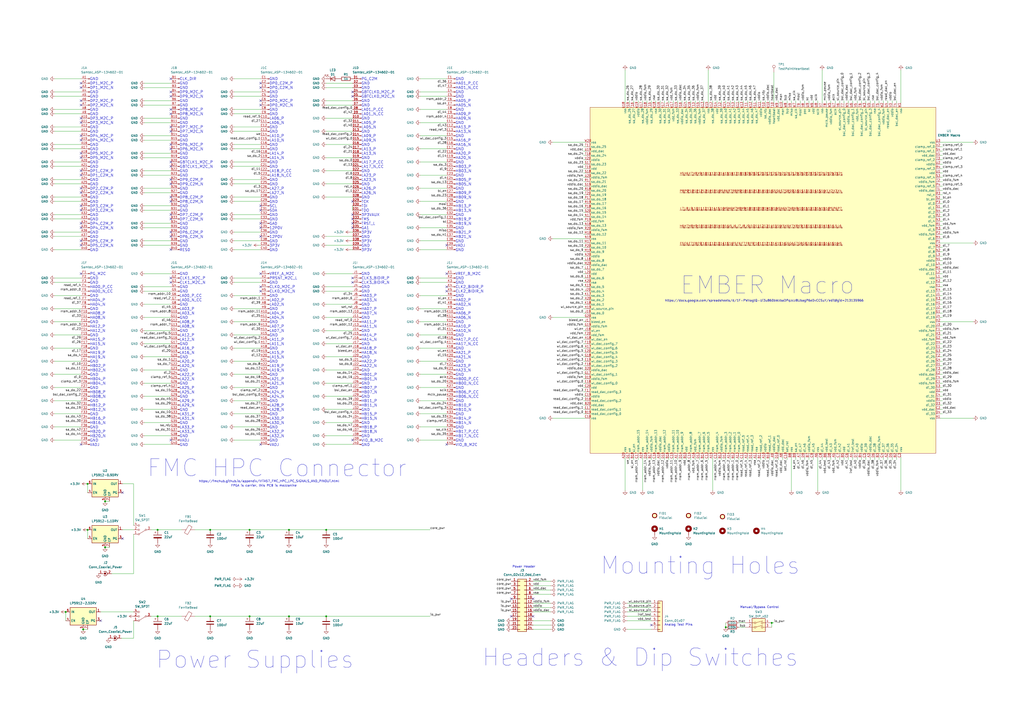
<source format=kicad_sch>
(kicad_sch (version 20211123) (generator eeschema)
  (paper "A2")
  (title_block (title "EMBER PCB Schematic") (date "2022-10-13") (company "Stanford University"))
  (lib_symbols
    (symbol "Connector:Conn_Coaxial_Power" (pin_names (offset 1.016) hide)
      (property "Reference" "J" (at -5.08 -1.27 90))
      (property "Value" "Conn_Coaxial_Power" (at -3.175 -1.27 90))
      (symbol "Conn_Coaxial_Power_1_1"
        (pin passive line (at 0 2.54 270) (length 2.54) (name "In") (number "1"))
        (pin passive line (at 0 -5.08 90) (length 2.54) (name "Ext") (number "2"))
      )
    )
    (symbol "Connector:Samtec_ASP-134602-01" (pin_names (offset 1.016) hide)
      (property "Reference" "J" (at 0 50.8 0))
      (property "Value" "Samtec_ASP-134602-01" (at 0 -53.34 0))
      (symbol "Samtec_ASP-134602-01_1_1"
        (pin passive line (at -5.08 48.26 0) (length 3.81) (name "Pin_1") (number "A1"))
        (pin passive line (at -5.08 25.4 0) (length 3.81) (name "Pin_10") (number "A10"))
        (pin passive line (at -5.08 22.86 0) (length 3.81) (name "Pin_11") (number "A11"))
        (pin passive line (at -5.08 20.32 0) (length 3.81) (name "Pin_12") (number "A12"))
        (pin passive line (at -5.08 17.78 0) (length 3.81) (name "Pin_13") (number "A13"))
        (pin passive line (at -5.08 15.24 0) (length 3.81) (name "Pin_14") (number "A14"))
        (pin passive line (at -5.08 12.7 0) (length 3.81) (name "Pin_15") (number "A15"))
        (pin passive line (at -5.08 10.16 0) (length 3.81) (name "Pin_16") (number "A16"))
        (pin passive line (at -5.08 7.62 0) (length 3.81) (name "Pin_17") (number "A17"))
        (pin passive line (at -5.08 5.08 0) (length 3.81) (name "Pin_18") (number "A18"))
        (pin passive line (at -5.08 2.54 0) (length 3.81) (name "Pin_19") (number "A19"))
        (pin passive line (at -5.08 45.72 0) (length 3.81) (name "Pin_2") (number "A2"))
        (pin passive line (at -5.08 0 0) (length 3.81) (name "Pin_20") (number "A20"))
        (pin passive line (at -5.08 -2.54 0) (length 3.81) (name "Pin_21") (number "A21"))
        (pin passive line (at -5.08 -5.08 0) (length 3.81) (name "Pin_22") (number "A22"))
        (pin passive line (at -5.08 -7.62 0) (length 3.81) (name "Pin_23") (number "A23"))
        (pin passive line (at -5.08 -10.16 0) (length 3.81) (name "Pin_24") (number "A24"))
        (pin passive line (at -5.08 -12.7 0) (length 3.81) (name "Pin_25") (number "A25"))
        (pin passive line (at -5.08 -15.24 0) (length 3.81) (name "Pin_26") (number "A26"))
        (pin passive line (at -5.08 -17.78 0) (length 3.81) (name "Pin_27") (number "A27"))
        (pin passive line (at -5.08 -20.32 0) (length 3.81) (name "Pin_28") (number "A28"))
        (pin passive line (at -5.08 -22.86 0) (length 3.81) (name "Pin_29") (number "A29"))
        (pin passive line (at -5.08 43.18 0) (length 3.81) (name "Pin_3") (number "A3"))
        (pin passive line (at -5.08 -25.4 0) (length 3.81) (name "Pin_30") (number "A30"))
        (pin passive line (at -5.08 -27.94 0) (length 3.81) (name "Pin_31") (number "A31"))
        (pin passive line (at -5.08 -30.48 0) (length 3.81) (name "Pin_32") (number "A32"))
        (pin passive line (at -5.08 -33.02 0) (length 3.81) (name "Pin_33") (number "A33"))
        (pin passive line (at -5.08 -35.56 0) (length 3.81) (name "Pin_34") (number "A34"))
        (pin passive line (at -5.08 -38.1 0) (length 3.81) (name "Pin_35") (number "A35"))
        (pin passive line (at -5.08 -40.64 0) (length 3.81) (name "Pin_36") (number "A36"))
        (pin passive line (at -5.08 -43.18 0) (length 3.81) (name "Pin_37") (number "A37"))
        (pin passive line (at -5.08 -45.72 0) (length 3.81) (name "Pin_38") (number "A38"))
        (pin passive line (at -5.08 -48.26 0) (length 3.81) (name "Pin_39") (number "A39"))
        (pin passive line (at -5.08 40.64 0) (length 3.81) (name "Pin_4") (number "A4"))
        (pin passive line (at -5.08 -50.8 0) (length 3.81) (name "Pin_40") (number "A40"))
        (pin passive line (at -5.08 38.1 0) (length 3.81) (name "Pin_5") (number "A5"))
        (pin passive line (at -5.08 35.56 0) (length 3.81) (name "Pin_6") (number "A6"))
        (pin passive line (at -5.08 33.02 0) (length 3.81) (name "Pin_7") (number "A7"))
        (pin passive line (at -5.08 30.48 0) (length 3.81) (name "Pin_8") (number "A8"))
        (pin passive line (at -5.08 27.94 0) (length 3.81) (name "Pin_9") (number "A9"))
      )
      (symbol "Samtec_ASP-134602-01_2_1"
        (pin passive line (at -5.08 48.26 0) (length 3.81) (name "Pin_1") (number "B1"))
        (pin passive line (at -5.08 25.4 0) (length 3.81) (name "Pin_10") (number "B10"))
        (pin passive line (at -5.08 22.86 0) (length 3.81) (name "Pin_11") (number "B11"))
        (pin passive line (at -5.08 20.32 0) (length 3.81) (name "Pin_12") (number "B12"))
        (pin passive line (at -5.08 17.78 0) (length 3.81) (name "Pin_13") (number "B13"))
        (pin passive line (at -5.08 15.24 0) (length 3.81) (name "Pin_14") (number "B14"))
        (pin passive line (at -5.08 12.7 0) (length 3.81) (name "Pin_15") (number "B15"))
        (pin passive line (at -5.08 10.16 0) (length 3.81) (name "Pin_16") (number "B16"))
        (pin passive line (at -5.08 7.62 0) (length 3.81) (name "Pin_17") (number "B17"))
        (pin passive line (at -5.08 5.08 0) (length 3.81) (name "Pin_18") (number "B18"))
        (pin passive line (at -5.08 2.54 0) (length 3.81) (name "Pin_19") (number "B19"))
        (pin passive line (at -5.08 45.72 0) (length 3.81) (name "Pin_2") (number "B2"))
        (pin passive line (at -5.08 0 0) (length 3.81) (name "Pin_20") (number "B20"))
        (pin passive line (at -5.08 -2.54 0) (length 3.81) (name "Pin_21") (number "B21"))
        (pin passive line (at -5.08 -5.08 0) (length 3.81) (name "Pin_22") (number "B22"))
        (pin passive line (at -5.08 -7.62 0) (length 3.81) (name "Pin_23") (number "B23"))
        (pin passive line (at -5.08 -10.16 0) (length 3.81) (name "Pin_24") (number "B24"))
        (pin passive line (at -5.08 -12.7 0) (length 3.81) (name "Pin_25") (number "B25"))
        (pin passive line (at -5.08 -15.24 0) (length 3.81) (name "Pin_26") (number "B26"))
        (pin passive line (at -5.08 -17.78 0) (length 3.81) (name "Pin_27") (number "B27"))
        (pin passive line (at -5.08 -20.32 0) (length 3.81) (name "Pin_28") (number "B28"))
        (pin passive line (at -5.08 -22.86 0) (length 3.81) (name "Pin_29") (number "B29"))
        (pin passive line (at -5.08 43.18 0) (length 3.81) (name "Pin_3") (number "B3"))
        (pin passive line (at -5.08 -25.4 0) (length 3.81) (name "Pin_30") (number "B30"))
        (pin passive line (at -5.08 -27.94 0) (length 3.81) (name "Pin_31") (number "B31"))
        (pin passive line (at -5.08 -30.48 0) (length 3.81) (name "Pin_32") (number "B32"))
        (pin passive line (at -5.08 -33.02 0) (length 3.81) (name "Pin_33") (number "B33"))
        (pin passive line (at -5.08 -35.56 0) (length 3.81) (name "Pin_34") (number "B34"))
        (pin passive line (at -5.08 -38.1 0) (length 3.81) (name "Pin_35") (number "B35"))
        (pin passive line (at -5.08 -40.64 0) (length 3.81) (name "Pin_36") (number "B36"))
        (pin passive line (at -5.08 -43.18 0) (length 3.81) (name "Pin_37") (number "B37"))
        (pin passive line (at -5.08 -45.72 0) (length 3.81) (name "Pin_38") (number "B38"))
        (pin passive line (at -5.08 -48.26 0) (length 3.81) (name "Pin_39") (number "B39"))
        (pin passive line (at -5.08 40.64 0) (length 3.81) (name "Pin_4") (number "B4"))
        (pin passive line (at -5.08 -50.8 0) (length 3.81) (name "Pin_40") (number "B40"))
        (pin passive line (at -5.08 38.1 0) (length 3.81) (name "Pin_5") (number "B5"))
        (pin passive line (at -5.08 35.56 0) (length 3.81) (name "Pin_6") (number "B6"))
        (pin passive line (at -5.08 33.02 0) (length 3.81) (name "Pin_7") (number "B7"))
        (pin passive line (at -5.08 30.48 0) (length 3.81) (name "Pin_8") (number "B8"))
        (pin passive line (at -5.08 27.94 0) (length 3.81) (name "Pin_9") (number "B9"))
      )
      (symbol "Samtec_ASP-134602-01_3_1"
        (pin passive line (at -5.08 48.26 0) (length 3.81) (name "Pin_1") (number "C1"))
        (pin passive line (at -5.08 25.4 0) (length 3.81) (name "Pin_10") (number "C10"))
        (pin passive line (at -5.08 22.86 0) (length 3.81) (name "Pin_11") (number "C11"))
        (pin passive line (at -5.08 20.32 0) (length 3.81) (name "Pin_12") (number "C12"))
        (pin passive line (at -5.08 17.78 0) (length 3.81) (name "Pin_13") (number "C13"))
        (pin passive line (at -5.08 15.24 0) (length 3.81) (name "Pin_14") (number "C14"))
        (pin passive line (at -5.08 12.7 0) (length 3.81) (name "Pin_15") (number "C15"))
        (pin passive line (at -5.08 10.16 0) (length 3.81) (name "Pin_16") (number "C16"))
        (pin passive line (at -5.08 7.62 0) (length 3.81) (name "Pin_17") (number "C17"))
        (pin passive line (at -5.08 5.08 0) (length 3.81) (name "Pin_18") (number "C18"))
        (pin passive line (at -5.08 2.54 0) (length 3.81) (name "Pin_19") (number "C19"))
        (pin passive line (at -5.08 45.72 0) (length 3.81) (name "Pin_2") (number "C2"))
        (pin passive line (at -5.08 0 0) (length 3.81) (name "Pin_20") (number "C20"))
        (pin passive line (at -5.08 -2.54 0) (length 3.81) (name "Pin_21") (number "C21"))
        (pin passive line (at -5.08 -5.08 0) (length 3.81) (name "Pin_22") (number "C22"))
        (pin passive line (at -5.08 -7.62 0) (length 3.81) (name "Pin_23") (number "C23"))
        (pin passive line (at -5.08 -10.16 0) (length 3.81) (name "Pin_24") (number "C24"))
        (pin passive line (at -5.08 -12.7 0) (length 3.81) (name "Pin_25") (number "C25"))
        (pin passive line (at -5.08 -15.24 0) (length 3.81) (name "Pin_26") (number "C26"))
        (pin passive line (at -5.08 -17.78 0) (length 3.81) (name "Pin_27") (number "C27"))
        (pin passive line (at -5.08 -20.32 0) (length 3.81) (name "Pin_28") (number "C28"))
        (pin passive line (at -5.08 -22.86 0) (length 3.81) (name "Pin_29") (number "C29"))
        (pin passive line (at -5.08 43.18 0) (length 3.81) (name "Pin_3") (number "C3"))
        (pin passive line (at -5.08 -25.4 0) (length 3.81) (name "Pin_30") (number "C30"))
        (pin passive line (at -5.08 -27.94 0) (length 3.81) (name "Pin_31") (number "C31"))
        (pin passive line (at -5.08 -30.48 0) (length 3.81) (name "Pin_32") (number "C32"))
        (pin passive line (at -5.08 -33.02 0) (length 3.81) (name "Pin_33") (number "C33"))
        (pin passive line (at -5.08 -35.56 0) (length 3.81) (name "Pin_34") (number "C34"))
        (pin passive line (at -5.08 -38.1 0) (length 3.81) (name "Pin_35") (number "C35"))
        (pin passive line (at -5.08 -40.64 0) (length 3.81) (name "Pin_36") (number "C36"))
        (pin passive line (at -5.08 -43.18 0) (length 3.81) (name "Pin_37") (number "C37"))
        (pin passive line (at -5.08 -45.72 0) (length 3.81) (name "Pin_38") (number "C38"))
        (pin passive line (at -5.08 -48.26 0) (length 3.81) (name "Pin_39") (number "C39"))
        (pin passive line (at -5.08 40.64 0) (length 3.81) (name "Pin_4") (number "C4"))
        (pin passive line (at -5.08 -50.8 0) (length 3.81) (name "Pin_40") (number "C40"))
        (pin passive line (at -5.08 38.1 0) (length 3.81) (name "Pin_5") (number "C5"))
        (pin passive line (at -5.08 35.56 0) (length 3.81) (name "Pin_6") (number "C6"))
        (pin passive line (at -5.08 33.02 0) (length 3.81) (name "Pin_7") (number "C7"))
        (pin passive line (at -5.08 30.48 0) (length 3.81) (name "Pin_8") (number "C8"))
        (pin passive line (at -5.08 27.94 0) (length 3.81) (name "Pin_9") (number "C9"))
      )
      (symbol "Samtec_ASP-134602-01_4_1"
        (pin passive line (at -5.08 48.26 0) (length 3.81) (name "Pin_1") (number "D1"))
        (pin passive line (at -5.08 25.4 0) (length 3.81) (name "Pin_10") (number "D10"))
        (pin passive line (at -5.08 22.86 0) (length 3.81) (name "Pin_11") (number "D11"))
        (pin passive line (at -5.08 20.32 0) (length 3.81) (name "Pin_12") (number "D12"))
        (pin passive line (at -5.08 17.78 0) (length 3.81) (name "Pin_13") (number "D13"))
        (pin passive line (at -5.08 15.24 0) (length 3.81) (name "Pin_14") (number "D14"))
        (pin passive line (at -5.08 12.7 0) (length 3.81) (name "Pin_15") (number "D15"))
        (pin passive line (at -5.08 10.16 0) (length 3.81) (name "Pin_16") (number "D16"))
        (pin passive line (at -5.08 7.62 0) (length 3.81) (name "Pin_17") (number "D17"))
        (pin passive line (at -5.08 5.08 0) (length 3.81) (name "Pin_18") (number "D18"))
        (pin passive line (at -5.08 2.54 0) (length 3.81) (name "Pin_19") (number "D19"))
        (pin passive line (at -5.08 45.72 0) (length 3.81) (name "Pin_2") (number "D2"))
        (pin passive line (at -5.08 0 0) (length 3.81) (name "Pin_20") (number "D20"))
        (pin passive line (at -5.08 -2.54 0) (length 3.81) (name "Pin_21") (number "D21"))
        (pin passive line (at -5.08 -5.08 0) (length 3.81) (name "Pin_22") (number "D22"))
        (pin passive line (at -5.08 -7.62 0) (length 3.81) (name "Pin_23") (number "D23"))
        (pin passive line (at -5.08 -10.16 0) (length 3.81) (name "Pin_24") (number "D24"))
        (pin passive line (at -5.08 -12.7 0) (length 3.81) (name "Pin_25") (number "D25"))
        (pin passive line (at -5.08 -15.24 0) (length 3.81) (name "Pin_26") (number "D26"))
        (pin passive line (at -5.08 -17.78 0) (length 3.81) (name "Pin_27") (number "D27"))
        (pin passive line (at -5.08 -20.32 0) (length 3.81) (name "Pin_28") (number "D28"))
        (pin passive line (at -5.08 -22.86 0) (length 3.81) (name "Pin_29") (number "D29"))
        (pin passive line (at -5.08 43.18 0) (length 3.81) (name "Pin_3") (number "D3"))
        (pin passive line (at -5.08 -25.4 0) (length 3.81) (name "Pin_30") (number "D30"))
        (pin passive line (at -5.08 -27.94 0) (length 3.81) (name "Pin_31") (number "D31"))
        (pin passive line (at -5.08 -30.48 0) (length 3.81) (name "Pin_32") (number "D32"))
        (pin passive line (at -5.08 -33.02 0) (length 3.81) (name "Pin_33") (number "D33"))
        (pin passive line (at -5.08 -35.56 0) (length 3.81) (name "Pin_34") (number "D34"))
        (pin passive line (at -5.08 -38.1 0) (length 3.81) (name "Pin_35") (number "D35"))
        (pin passive line (at -5.08 -40.64 0) (length 3.81) (name "Pin_36") (number "D36"))
        (pin passive line (at -5.08 -43.18 0) (length 3.81) (name "Pin_37") (number "D37"))
        (pin passive line (at -5.08 -45.72 0) (length 3.81) (name "Pin_38") (number "D38"))
        (pin passive line (at -5.08 -48.26 0) (length 3.81) (name "Pin_39") (number "D39"))
        (pin passive line (at -5.08 40.64 0) (length 3.81) (name "Pin_4") (number "D4"))
        (pin passive line (at -5.08 -50.8 0) (length 3.81) (name "Pin_40") (number "D40"))
        (pin passive line (at -5.08 38.1 0) (length 3.81) (name "Pin_5") (number "D5"))
        (pin passive line (at -5.08 35.56 0) (length 3.81) (name "Pin_6") (number "D6"))
        (pin passive line (at -5.08 33.02 0) (length 3.81) (name "Pin_7") (number "D7"))
        (pin passive line (at -5.08 30.48 0) (length 3.81) (name "Pin_8") (number "D8"))
        (pin passive line (at -5.08 27.94 0) (length 3.81) (name "Pin_9") (number "D9"))
      )
      (symbol "Samtec_ASP-134602-01_5_1"
        (pin passive line (at -5.08 48.26 0) (length 3.81) (name "Pin_1") (number "E1"))
        (pin passive line (at -5.08 25.4 0) (length 3.81) (name "Pin_10") (number "E10"))
        (pin passive line (at -5.08 22.86 0) (length 3.81) (name "Pin_11") (number "E11"))
        (pin passive line (at -5.08 20.32 0) (length 3.81) (name "Pin_12") (number "E12"))
        (pin passive line (at -5.08 17.78 0) (length 3.81) (name "Pin_13") (number "E13"))
        (pin passive line (at -5.08 15.24 0) (length 3.81) (name "Pin_14") (number "E14"))
        (pin passive line (at -5.08 12.7 0) (length 3.81) (name "Pin_15") (number "E15"))
        (pin passive line (at -5.08 10.16 0) (length 3.81) (name "Pin_16") (number "E16"))
        (pin passive line (at -5.08 7.62 0) (length 3.81) (name "Pin_17") (number "E17"))
        (pin passive line (at -5.08 5.08 0) (length 3.81) (name "Pin_18") (number "E18"))
        (pin passive line (at -5.08 2.54 0) (length 3.81) (name "Pin_19") (number "E19"))
        (pin passive line (at -5.08 45.72 0) (length 3.81) (name "Pin_2") (number "E2"))
        (pin passive line (at -5.08 0 0) (length 3.81) (name "Pin_20") (number "E20"))
        (pin passive line (at -5.08 -2.54 0) (length 3.81) (name "Pin_21") (number "E21"))
        (pin passive line (at -5.08 -5.08 0) (length 3.81) (name "Pin_22") (number "E22"))
        (pin passive line (at -5.08 -7.62 0) (length 3.81) (name "Pin_23") (number "E23"))
        (pin passive line (at -5.08 -10.16 0) (length 3.81) (name "Pin_24") (number "E24"))
        (pin passive line (at -5.08 -12.7 0) (length 3.81) (name "Pin_25") (number "E25"))
        (pin passive line (at -5.08 -15.24 0) (length 3.81) (name "Pin_26") (number "E26"))
        (pin passive line (at -5.08 -17.78 0) (length 3.81) (name "Pin_27") (number "E27"))
        (pin passive line (at -5.08 -20.32 0) (length 3.81) (name "Pin_28") (number "E28"))
        (pin passive line (at -5.08 -22.86 0) (length 3.81) (name "Pin_29") (number "E29"))
        (pin passive line (at -5.08 43.18 0) (length 3.81) (name "Pin_3") (number "E3"))
        (pin passive line (at -5.08 -25.4 0) (length 3.81) (name "Pin_30") (number "E30"))
        (pin passive line (at -5.08 -27.94 0) (length 3.81) (name "Pin_31") (number "E31"))
        (pin passive line (at -5.08 -30.48 0) (length 3.81) (name "Pin_32") (number "E32"))
        (pin passive line (at -5.08 -33.02 0) (length 3.81) (name "Pin_33") (number "E33"))
        (pin passive line (at -5.08 -35.56 0) (length 3.81) (name "Pin_34") (number "E34"))
        (pin passive line (at -5.08 -38.1 0) (length 3.81) (name "Pin_35") (number "E35"))
        (pin passive line (at -5.08 -40.64 0) (length 3.81) (name "Pin_36") (number "E36"))
        (pin passive line (at -5.08 -43.18 0) (length 3.81) (name "Pin_37") (number "E37"))
        (pin passive line (at -5.08 -45.72 0) (length 3.81) (name "Pin_38") (number "E38"))
        (pin passive line (at -5.08 -48.26 0) (length 3.81) (name "Pin_39") (number "E39"))
        (pin passive line (at -5.08 40.64 0) (length 3.81) (name "Pin_4") (number "E4"))
        (pin passive line (at -5.08 -50.8 0) (length 3.81) (name "Pin_40") (number "E40"))
        (pin passive line (at -5.08 38.1 0) (length 3.81) (name "Pin_5") (number "E5"))
        (pin passive line (at -5.08 35.56 0) (length 3.81) (name "Pin_6") (number "E6"))
        (pin passive line (at -5.08 33.02 0) (length 3.81) (name "Pin_7") (number "E7"))
        (pin passive line (at -5.08 30.48 0) (length 3.81) (name "Pin_8") (number "E8"))
        (pin passive line (at -5.08 27.94 0) (length 3.81) (name "Pin_9") (number "E9"))
      )
      (symbol "Samtec_ASP-134602-01_6_1"
        (pin passive line (at -5.08 48.26 0) (length 3.81) (name "Pin_1") (number "F1"))
        (pin passive line (at -5.08 25.4 0) (length 3.81) (name "Pin_10") (number "F10"))
        (pin passive line (at -5.08 22.86 0) (length 3.81) (name "Pin_11") (number "F11"))
        (pin passive line (at -5.08 20.32 0) (length 3.81) (name "Pin_12") (number "F12"))
        (pin passive line (at -5.08 17.78 0) (length 3.81) (name "Pin_13") (number "F13"))
        (pin passive line (at -5.08 15.24 0) (length 3.81) (name "Pin_14") (number "F14"))
        (pin passive line (at -5.08 12.7 0) (length 3.81) (name "Pin_15") (number "F15"))
        (pin passive line (at -5.08 10.16 0) (length 3.81) (name "Pin_16") (number "F16"))
        (pin passive line (at -5.08 7.62 0) (length 3.81) (name "Pin_17") (number "F17"))
        (pin passive line (at -5.08 5.08 0) (length 3.81) (name "Pin_18") (number "F18"))
        (pin passive line (at -5.08 2.54 0) (length 3.81) (name "Pin_19") (number "F19"))
        (pin passive line (at -5.08 45.72 0) (length 3.81) (name "Pin_2") (number "F2"))
        (pin passive line (at -5.08 0 0) (length 3.81) (name "Pin_20") (number "F20"))
        (pin passive line (at -5.08 -2.54 0) (length 3.81) (name "Pin_21") (number "F21"))
        (pin passive line (at -5.08 -5.08 0) (length 3.81) (name "Pin_22") (number "F22"))
        (pin passive line (at -5.08 -7.62 0) (length 3.81) (name "Pin_23") (number "F23"))
        (pin passive line (at -5.08 -10.16 0) (length 3.81) (name "Pin_24") (number "F24"))
        (pin passive line (at -5.08 -12.7 0) (length 3.81) (name "Pin_25") (number "F25"))
        (pin passive line (at -5.08 -15.24 0) (length 3.81) (name "Pin_26") (number "F26"))
        (pin passive line (at -5.08 -17.78 0) (length 3.81) (name "Pin_27") (number "F27"))
        (pin passive line (at -5.08 -20.32 0) (length 3.81) (name "Pin_28") (number "F28"))
        (pin passive line (at -5.08 -22.86 0) (length 3.81) (name "Pin_29") (number "F29"))
        (pin passive line (at -5.08 43.18 0) (length 3.81) (name "Pin_3") (number "F3"))
        (pin passive line (at -5.08 -25.4 0) (length 3.81) (name "Pin_30") (number "F30"))
        (pin passive line (at -5.08 -27.94 0) (length 3.81) (name "Pin_31") (number "F31"))
        (pin passive line (at -5.08 -30.48 0) (length 3.81) (name "Pin_32") (number "F32"))
        (pin passive line (at -5.08 -33.02 0) (length 3.81) (name "Pin_33") (number "F33"))
        (pin passive line (at -5.08 -35.56 0) (length 3.81) (name "Pin_34") (number "F34"))
        (pin passive line (at -5.08 -38.1 0) (length 3.81) (name "Pin_35") (number "F35"))
        (pin passive line (at -5.08 -40.64 0) (length 3.81) (name "Pin_36") (number "F36"))
        (pin passive line (at -5.08 -43.18 0) (length 3.81) (name "Pin_37") (number "F37"))
        (pin passive line (at -5.08 -45.72 0) (length 3.81) (name "Pin_38") (number "F38"))
        (pin passive line (at -5.08 -48.26 0) (length 3.81) (name "Pin_39") (number "F39"))
        (pin passive line (at -5.08 40.64 0) (length 3.81) (name "Pin_4") (number "F4"))
        (pin passive line (at -5.08 -50.8 0) (length 3.81) (name "Pin_40") (number "F40"))
        (pin passive line (at -5.08 38.1 0) (length 3.81) (name "Pin_5") (number "F5"))
        (pin passive line (at -5.08 35.56 0) (length 3.81) (name "Pin_6") (number "F6"))
        (pin passive line (at -5.08 33.02 0) (length 3.81) (name "Pin_7") (number "F7"))
        (pin passive line (at -5.08 30.48 0) (length 3.81) (name "Pin_8") (number "F8"))
        (pin passive line (at -5.08 27.94 0) (length 3.81) (name "Pin_9") (number "F9"))
      )
      (symbol "Samtec_ASP-134602-01_7_1"
        (pin passive line (at -5.08 48.26 0) (length 3.81) (name "Pin_1") (number "G1"))
        (pin passive line (at -5.08 25.4 0) (length 3.81) (name "Pin_10") (number "G10"))
        (pin passive line (at -5.08 22.86 0) (length 3.81) (name "Pin_11") (number "G11"))
        (pin passive line (at -5.08 20.32 0) (length 3.81) (name "Pin_12") (number "G12"))
        (pin passive line (at -5.08 17.78 0) (length 3.81) (name "Pin_13") (number "G13"))
        (pin passive line (at -5.08 15.24 0) (length 3.81) (name "Pin_14") (number "G14"))
        (pin passive line (at -5.08 12.7 0) (length 3.81) (name "Pin_15") (number "G15"))
        (pin passive line (at -5.08 10.16 0) (length 3.81) (name "Pin_16") (number "G16"))
        (pin passive line (at -5.08 7.62 0) (length 3.81) (name "Pin_17") (number "G17"))
        (pin passive line (at -5.08 5.08 0) (length 3.81) (name "Pin_18") (number "G18"))
        (pin passive line (at -5.08 2.54 0) (length 3.81) (name "Pin_19") (number "G19"))
        (pin passive line (at -5.08 45.72 0) (length 3.81) (name "Pin_2") (number "G2"))
        (pin passive line (at -5.08 0 0) (length 3.81) (name "Pin_20") (number "G20"))
        (pin passive line (at -5.08 -2.54 0) (length 3.81) (name "Pin_21") (number "G21"))
        (pin passive line (at -5.08 -5.08 0) (length 3.81) (name "Pin_22") (number "G22"))
        (pin passive line (at -5.08 -7.62 0) (length 3.81) (name "Pin_23") (number "G23"))
        (pin passive line (at -5.08 -10.16 0) (length 3.81) (name "Pin_24") (number "G24"))
        (pin passive line (at -5.08 -12.7 0) (length 3.81) (name "Pin_25") (number "G25"))
        (pin passive line (at -5.08 -15.24 0) (length 3.81) (name "Pin_26") (number "G26"))
        (pin passive line (at -5.08 -17.78 0) (length 3.81) (name "Pin_27") (number "G27"))
        (pin passive line (at -5.08 -20.32 0) (length 3.81) (name "Pin_28") (number "G28"))
        (pin passive line (at -5.08 -22.86 0) (length 3.81) (name "Pin_29") (number "G29"))
        (pin passive line (at -5.08 43.18 0) (length 3.81) (name "Pin_3") (number "G3"))
        (pin passive line (at -5.08 -25.4 0) (length 3.81) (name "Pin_30") (number "G30"))
        (pin passive line (at -5.08 -27.94 0) (length 3.81) (name "Pin_31") (number "G31"))
        (pin passive line (at -5.08 -30.48 0) (length 3.81) (name "Pin_32") (number "G32"))
        (pin passive line (at -5.08 -33.02 0) (length 3.81) (name "Pin_33") (number "G33"))
        (pin passive line (at -5.08 -35.56 0) (length 3.81) (name "Pin_34") (number "G34"))
        (pin passive line (at -5.08 -38.1 0) (length 3.81) (name "Pin_35") (number "G35"))
        (pin passive line (at -5.08 -40.64 0) (length 3.81) (name "Pin_36") (number "G36"))
        (pin passive line (at -5.08 -43.18 0) (length 3.81) (name "Pin_37") (number "G37"))
        (pin passive line (at -5.08 -45.72 0) (length 3.81) (name "Pin_38") (number "G38"))
        (pin passive line (at -5.08 -48.26 0) (length 3.81) (name "Pin_39") (number "G39"))
        (pin passive line (at -5.08 40.64 0) (length 3.81) (name "Pin_4") (number "G4"))
        (pin passive line (at -5.08 -50.8 0) (length 3.81) (name "Pin_40") (number "G40"))
        (pin passive line (at -5.08 38.1 0) (length 3.81) (name "Pin_5") (number "G5"))
        (pin passive line (at -5.08 35.56 0) (length 3.81) (name "Pin_6") (number "G6"))
        (pin passive line (at -5.08 33.02 0) (length 3.81) (name "Pin_7") (number "G7"))
        (pin passive line (at -5.08 30.48 0) (length 3.81) (name "Pin_8") (number "G8"))
        (pin passive line (at -5.08 27.94 0) (length 3.81) (name "Pin_9") (number "G9"))
      )
      (symbol "Samtec_ASP-134602-01_8_1"
        (pin passive line (at -5.08 48.26 0) (length 3.81) (name "Pin_1") (number "H1"))
        (pin passive line (at -5.08 25.4 0) (length 3.81) (name "Pin_10") (number "H10"))
        (pin passive line (at -5.08 22.86 0) (length 3.81) (name "Pin_11") (number "H11"))
        (pin passive line (at -5.08 20.32 0) (length 3.81) (name "Pin_12") (number "H12"))
        (pin passive line (at -5.08 17.78 0) (length 3.81) (name "Pin_13") (number "H13"))
        (pin passive line (at -5.08 15.24 0) (length 3.81) (name "Pin_14") (number "H14"))
        (pin passive line (at -5.08 12.7 0) (length 3.81) (name "Pin_15") (number "H15"))
        (pin passive line (at -5.08 10.16 0) (length 3.81) (name "Pin_16") (number "H16"))
        (pin passive line (at -5.08 7.62 0) (length 3.81) (name "Pin_17") (number "H17"))
        (pin passive line (at -5.08 5.08 0) (length 3.81) (name "Pin_18") (number "H18"))
        (pin passive line (at -5.08 2.54 0) (length 3.81) (name "Pin_19") (number "H19"))
        (pin passive line (at -5.08 45.72 0) (length 3.81) (name "Pin_2") (number "H2"))
        (pin passive line (at -5.08 0 0) (length 3.81) (name "Pin_20") (number "H20"))
        (pin passive line (at -5.08 -2.54 0) (length 3.81) (name "Pin_21") (number "H21"))
        (pin passive line (at -5.08 -5.08 0) (length 3.81) (name "Pin_22") (number "H22"))
        (pin passive line (at -5.08 -7.62 0) (length 3.81) (name "Pin_23") (number "H23"))
        (pin passive line (at -5.08 -10.16 0) (length 3.81) (name "Pin_24") (number "H24"))
        (pin passive line (at -5.08 -12.7 0) (length 3.81) (name "Pin_25") (number "H25"))
        (pin passive line (at -5.08 -15.24 0) (length 3.81) (name "Pin_26") (number "H26"))
        (pin passive line (at -5.08 -17.78 0) (length 3.81) (name "Pin_27") (number "H27"))
        (pin passive line (at -5.08 -20.32 0) (length 3.81) (name "Pin_28") (number "H28"))
        (pin passive line (at -5.08 -22.86 0) (length 3.81) (name "Pin_29") (number "H29"))
        (pin passive line (at -5.08 43.18 0) (length 3.81) (name "Pin_3") (number "H3"))
        (pin passive line (at -5.08 -25.4 0) (length 3.81) (name "Pin_30") (number "H30"))
        (pin passive line (at -5.08 -27.94 0) (length 3.81) (name "Pin_31") (number "H31"))
        (pin passive line (at -5.08 -30.48 0) (length 3.81) (name "Pin_32") (number "H32"))
        (pin passive line (at -5.08 -33.02 0) (length 3.81) (name "Pin_33") (number "H33"))
        (pin passive line (at -5.08 -35.56 0) (length 3.81) (name "Pin_34") (number "H34"))
        (pin passive line (at -5.08 -38.1 0) (length 3.81) (name "Pin_35") (number "H35"))
        (pin passive line (at -5.08 -40.64 0) (length 3.81) (name "Pin_36") (number "H36"))
        (pin passive line (at -5.08 -43.18 0) (length 3.81) (name "Pin_37") (number "H37"))
        (pin passive line (at -5.08 -45.72 0) (length 3.81) (name "Pin_38") (number "H38"))
        (pin passive line (at -5.08 -48.26 0) (length 3.81) (name "Pin_39") (number "H39"))
        (pin passive line (at -5.08 40.64 0) (length 3.81) (name "Pin_4") (number "H4"))
        (pin passive line (at -5.08 -50.8 0) (length 3.81) (name "Pin_40") (number "H40"))
        (pin passive line (at -5.08 38.1 0) (length 3.81) (name "Pin_5") (number "H5"))
        (pin passive line (at -5.08 35.56 0) (length 3.81) (name "Pin_6") (number "H6"))
        (pin passive line (at -5.08 33.02 0) (length 3.81) (name "Pin_7") (number "H7"))
        (pin passive line (at -5.08 30.48 0) (length 3.81) (name "Pin_8") (number "H8"))
        (pin passive line (at -5.08 27.94 0) (length 3.81) (name "Pin_9") (number "H9"))
      )
      (symbol "Samtec_ASP-134602-01_9_1"
        (pin passive line (at -5.08 48.26 0) (length 3.81) (name "Pin_1") (number "J1"))
        (pin passive line (at -5.08 25.4 0) (length 3.81) (name "Pin_10") (number "J10"))
        (pin passive line (at -5.08 22.86 0) (length 3.81) (name "Pin_11") (number "J11"))
        (pin passive line (at -5.08 20.32 0) (length 3.81) (name "Pin_12") (number "J12"))
        (pin passive line (at -5.08 17.78 0) (length 3.81) (name "Pin_13") (number "J13"))
        (pin passive line (at -5.08 15.24 0) (length 3.81) (name "Pin_14") (number "J14"))
        (pin passive line (at -5.08 12.7 0) (length 3.81) (name "Pin_15") (number "J15"))
        (pin passive line (at -5.08 10.16 0) (length 3.81) (name "Pin_16") (number "J16"))
        (pin passive line (at -5.08 7.62 0) (length 3.81) (name "Pin_17") (number "J17"))
        (pin passive line (at -5.08 5.08 0) (length 3.81) (name "Pin_18") (number "J18"))
        (pin passive line (at -5.08 2.54 0) (length 3.81) (name "Pin_19") (number "J19"))
        (pin passive line (at -5.08 45.72 0) (length 3.81) (name "Pin_2") (number "J2"))
        (pin passive line (at -5.08 0 0) (length 3.81) (name "Pin_20") (number "J20"))
        (pin passive line (at -5.08 -2.54 0) (length 3.81) (name "Pin_21") (number "J21"))
        (pin passive line (at -5.08 -5.08 0) (length 3.81) (name "Pin_22") (number "J22"))
        (pin passive line (at -5.08 -7.62 0) (length 3.81) (name "Pin_23") (number "J23"))
        (pin passive line (at -5.08 -10.16 0) (length 3.81) (name "Pin_24") (number "J24"))
        (pin passive line (at -5.08 -12.7 0) (length 3.81) (name "Pin_25") (number "J25"))
        (pin passive line (at -5.08 -15.24 0) (length 3.81) (name "Pin_26") (number "J26"))
        (pin passive line (at -5.08 -17.78 0) (length 3.81) (name "Pin_27") (number "J27"))
        (pin passive line (at -5.08 -20.32 0) (length 3.81) (name "Pin_28") (number "J28"))
        (pin passive line (at -5.08 -22.86 0) (length 3.81) (name "Pin_29") (number "J29"))
        (pin passive line (at -5.08 43.18 0) (length 3.81) (name "Pin_3") (number "J3"))
        (pin passive line (at -5.08 -25.4 0) (length 3.81) (name "Pin_30") (number "J30"))
        (pin passive line (at -5.08 -27.94 0) (length 3.81) (name "Pin_31") (number "J31"))
        (pin passive line (at -5.08 -30.48 0) (length 3.81) (name "Pin_32") (number "J32"))
        (pin passive line (at -5.08 -33.02 0) (length 3.81) (name "Pin_33") (number "J33"))
        (pin passive line (at -5.08 -35.56 0) (length 3.81) (name "Pin_34") (number "J34"))
        (pin passive line (at -5.08 -38.1 0) (length 3.81) (name "Pin_35") (number "J35"))
        (pin passive line (at -5.08 -40.64 0) (length 3.81) (name "Pin_36") (number "J36"))
        (pin passive line (at -5.08 -43.18 0) (length 3.81) (name "Pin_37") (number "J37"))
        (pin passive line (at -5.08 -45.72 0) (length 3.81) (name "Pin_38") (number "J38"))
        (pin passive line (at -5.08 -48.26 0) (length 3.81) (name "Pin_39") (number "J39"))
        (pin passive line (at -5.08 40.64 0) (length 3.81) (name "Pin_4") (number "J4"))
        (pin passive line (at -5.08 -50.8 0) (length 3.81) (name "Pin_40") (number "J40"))
        (pin passive line (at -5.08 38.1 0) (length 3.81) (name "Pin_5") (number "J5"))
        (pin passive line (at -5.08 35.56 0) (length 3.81) (name "Pin_6") (number "J6"))
        (pin passive line (at -5.08 33.02 0) (length 3.81) (name "Pin_7") (number "J7"))
        (pin passive line (at -5.08 30.48 0) (length 3.81) (name "Pin_8") (number "J8"))
        (pin passive line (at -5.08 27.94 0) (length 3.81) (name "Pin_9") (number "J9"))
      )
      (symbol "Samtec_ASP-134602-01_10_1"
        (pin passive line (at -5.08 48.26 0) (length 3.81) (name "Pin_1") (number "K1"))
        (pin passive line (at -5.08 25.4 0) (length 3.81) (name "Pin_10") (number "K10"))
        (pin passive line (at -5.08 22.86 0) (length 3.81) (name "Pin_11") (number "K11"))
        (pin passive line (at -5.08 20.32 0) (length 3.81) (name "Pin_12") (number "K12"))
        (pin passive line (at -5.08 17.78 0) (length 3.81) (name "Pin_13") (number "K13"))
        (pin passive line (at -5.08 15.24 0) (length 3.81) (name "Pin_14") (number "K14"))
        (pin passive line (at -5.08 12.7 0) (length 3.81) (name "Pin_15") (number "K15"))
        (pin passive line (at -5.08 10.16 0) (length 3.81) (name "Pin_16") (number "K16"))
        (pin passive line (at -5.08 7.62 0) (length 3.81) (name "Pin_17") (number "K17"))
        (pin passive line (at -5.08 5.08 0) (length 3.81) (name "Pin_18") (number "K18"))
        (pin passive line (at -5.08 2.54 0) (length 3.81) (name "Pin_19") (number "K19"))
        (pin passive line (at -5.08 45.72 0) (length 3.81) (name "Pin_2") (number "K2"))
        (pin passive line (at -5.08 0 0) (length 3.81) (name "Pin_20") (number "K20"))
        (pin passive line (at -5.08 -2.54 0) (length 3.81) (name "Pin_21") (number "K21"))
        (pin passive line (at -5.08 -5.08 0) (length 3.81) (name "Pin_22") (number "K22"))
        (pin passive line (at -5.08 -7.62 0) (length 3.81) (name "Pin_23") (number "K23"))
        (pin passive line (at -5.08 -10.16 0) (length 3.81) (name "Pin_24") (number "K24"))
        (pin passive line (at -5.08 -12.7 0) (length 3.81) (name "Pin_25") (number "K25"))
        (pin passive line (at -5.08 -15.24 0) (length 3.81) (name "Pin_26") (number "K26"))
        (pin passive line (at -5.08 -17.78 0) (length 3.81) (name "Pin_27") (number "K27"))
        (pin passive line (at -5.08 -20.32 0) (length 3.81) (name "Pin_28") (number "K28"))
        (pin passive line (at -5.08 -22.86 0) (length 3.81) (name "Pin_29") (number "K29"))
        (pin passive line (at -5.08 43.18 0) (length 3.81) (name "Pin_3") (number "K3"))
        (pin passive line (at -5.08 -25.4 0) (length 3.81) (name "Pin_30") (number "K30"))
        (pin passive line (at -5.08 -27.94 0) (length 3.81) (name "Pin_31") (number "K31"))
        (pin passive line (at -5.08 -30.48 0) (length 3.81) (name "Pin_32") (number "K32"))
        (pin passive line (at -5.08 -33.02 0) (length 3.81) (name "Pin_33") (number "K33"))
        (pin passive line (at -5.08 -35.56 0) (length 3.81) (name "Pin_34") (number "K34"))
        (pin passive line (at -5.08 -38.1 0) (length 3.81) (name "Pin_35") (number "K35"))
        (pin passive line (at -5.08 -40.64 0) (length 3.81) (name "Pin_36") (number "K36"))
        (pin passive line (at -5.08 -43.18 0) (length 3.81) (name "Pin_37") (number "K37"))
        (pin passive line (at -5.08 -45.72 0) (length 3.81) (name "Pin_38") (number "K38"))
        (pin passive line (at -5.08 -48.26 0) (length 3.81) (name "Pin_39") (number "K39"))
        (pin passive line (at -5.08 40.64 0) (length 3.81) (name "Pin_4") (number "K4"))
        (pin passive line (at -5.08 -50.8 0) (length 3.81) (name "Pin_40") (number "K40"))
        (pin passive line (at -5.08 38.1 0) (length 3.81) (name "Pin_5") (number "K5"))
        (pin passive line (at -5.08 35.56 0) (length 3.81) (name "Pin_6") (number "K6"))
        (pin passive line (at -5.08 33.02 0) (length 3.81) (name "Pin_7") (number "K7"))
        (pin passive line (at -5.08 30.48 0) (length 3.81) (name "Pin_8") (number "K8"))
        (pin passive line (at -5.08 27.94 0) (length 3.81) (name "Pin_9") (number "K9"))
      )
    )
    (symbol "Connector:TestPoint" (pin_numbers hide) (pin_names (offset 0.762) hide)
      (property "Reference" "TP" (at 0 6.858 0))
      (property "Value" "TestPoint" (at 0 5.08 0))
      (symbol "TestPoint_1_1"
        (pin passive line (at 0 0 90) (length 2.54) (name "1") (number "1"))
      )
    )
    (symbol "Connector_Generic:Conn_01x07" (pin_names (offset 1.016) hide)
      (property "Reference" "J" (at 0 10.16 0))
      (property "Value" "Conn_01x07" (at 0 -10.16 0))
      (symbol "Conn_01x07_1_1"
        (pin passive line (at -5.08 7.62 0) (length 3.81) (name "Pin_1") (number "1"))
        (pin passive line (at -5.08 5.08 0) (length 3.81) (name "Pin_2") (number "2"))
        (pin passive line (at -5.08 2.54 0) (length 3.81) (name "Pin_3") (number "3"))
        (pin passive line (at -5.08 0 0) (length 3.81) (name "Pin_4") (number "4"))
        (pin passive line (at -5.08 -2.54 0) (length 3.81) (name "Pin_5") (number "5"))
        (pin passive line (at -5.08 -5.08 0) (length 3.81) (name "Pin_6") (number "6"))
        (pin passive line (at -5.08 -7.62 0) (length 3.81) (name "Pin_7") (number "7"))
      )
    )
    (symbol "Connector_Generic:Conn_02x12_Odd_Even" (pin_names (offset 1.016) hide)
      (property "Reference" "J" (at 1.27 15.24 0))
      (property "Value" "Conn_02x12_Odd_Even" (at 1.27 -17.78 0))
      (symbol "Conn_02x12_Odd_Even_1_1"
        (pin passive line (at -5.08 12.7 0) (length 3.81) (name "Pin_1") (number "1"))
        (pin passive line (at 7.62 2.54 180) (length 3.81) (name "Pin_10") (number "10"))
        (pin passive line (at -5.08 0 0) (length 3.81) (name "Pin_11") (number "11"))
        (pin passive line (at 7.62 0 180) (length 3.81) (name "Pin_12") (number "12"))
        (pin passive line (at -5.08 -2.54 0) (length 3.81) (name "Pin_13") (number "13"))
        (pin passive line (at 7.62 -2.54 180) (length 3.81) (name "Pin_14") (number "14"))
        (pin passive line (at -5.08 -5.08 0) (length 3.81) (name "Pin_15") (number "15"))
        (pin passive line (at 7.62 -5.08 180) (length 3.81) (name "Pin_16") (number "16"))
        (pin passive line (at -5.08 -7.62 0) (length 3.81) (name "Pin_17") (number "17"))
        (pin passive line (at 7.62 -7.62 180) (length 3.81) (name "Pin_18") (number "18"))
        (pin passive line (at -5.08 -10.16 0) (length 3.81) (name "Pin_19") (number "19"))
        (pin passive line (at 7.62 12.7 180) (length 3.81) (name "Pin_2") (number "2"))
        (pin passive line (at 7.62 -10.16 180) (length 3.81) (name "Pin_20") (number "20"))
        (pin passive line (at -5.08 -12.7 0) (length 3.81) (name "Pin_21") (number "21"))
        (pin passive line (at 7.62 -12.7 180) (length 3.81) (name "Pin_22") (number "22"))
        (pin passive line (at -5.08 -15.24 0) (length 3.81) (name "Pin_23") (number "23"))
        (pin passive line (at 7.62 -15.24 180) (length 3.81) (name "Pin_24") (number "24"))
        (pin passive line (at -5.08 10.16 0) (length 3.81) (name "Pin_3") (number "3"))
        (pin passive line (at 7.62 10.16 180) (length 3.81) (name "Pin_4") (number "4"))
        (pin passive line (at -5.08 7.62 0) (length 3.81) (name "Pin_5") (number "5"))
        (pin passive line (at 7.62 7.62 180) (length 3.81) (name "Pin_6") (number "6"))
        (pin passive line (at -5.08 5.08 0) (length 3.81) (name "Pin_7") (number "7"))
        (pin passive line (at 7.62 5.08 180) (length 3.81) (name "Pin_8") (number "8"))
        (pin passive line (at -5.08 2.54 0) (length 3.81) (name "Pin_9") (number "9"))
      )
    )
    (symbol "Device:C" (pin_numbers hide) (pin_names (offset 0.254))
      (property "Reference" "C" (at 0.635 2.54 0))
      (property "Value" "C" (at 0.635 -2.54 0))
      (symbol "C_1_1"
        (pin passive line (at 0 3.81 270) (length 2.794) (name "~") (number "1"))
        (pin passive line (at 0 -3.81 90) (length 2.794) (name "~") (number "2"))
      )
    )
    (symbol "Device:C_Polarized" (pin_numbers hide) (pin_names (offset 0.254))
      (property "Reference" "C" (at 0.635 2.54 0))
      (property "Value" "C_Polarized" (at 0.635 -2.54 0))
      (symbol "C_Polarized_1_1"
        (pin passive line (at 0 3.81 270) (length 2.794) (name "~") (number "1"))
        (pin passive line (at 0 -3.81 90) (length 2.794) (name "~") (number "2"))
      )
    )
    (symbol "Device:FerriteBead" (pin_numbers hide) (pin_names (offset 0))
      (property "Reference" "FB" (at -3.81 0.635 90))
      (property "Value" "FerriteBead" (at 3.81 0 90))
      (symbol "FerriteBead_1_1"
        (pin passive line (at 0 3.81 270) (length 2.54) (name "~") (number "1"))
        (pin passive line (at 0 -3.81 90) (length 2.54) (name "~") (number "2"))
      )
    )
    (symbol "Device:LED" (pin_numbers hide) (pin_names (offset 1.016) hide)
      (property "Reference" "D" (at 0 2.54 0))
      (property "Value" "LED" (at 0 -2.54 0))
      (symbol "LED_1_1"
        (pin passive line (at -3.81 0 0) (length 2.54) (name "K") (number "1"))
        (pin passive line (at 3.81 0 180) (length 2.54) (name "A") (number "2"))
      )
    )
    (symbol "Device:R" (pin_numbers hide) (pin_names (offset 0))
      (property "Reference" "R" (at 2.032 0 90))
      (property "Value" "R" (at 0 0 90))
      (symbol "R_1_1"
        (pin passive line (at 0 3.81 270) (length 1.27) (name "~") (number "1"))
        (pin passive line (at 0 -3.81 90) (length 1.27) (name "~") (number "2"))
      )
    )
    (symbol "Mechanical:Fiducial"
      (property "Reference" "FID" (at 0 5.08 0))
      (property "Value" "Fiducial" (at 0 3.175 0))
    )
    (symbol "Mechanical:MountingHole" (pin_names (offset 1.016))
      (property "Reference" "H" (at 0 5.08 0))
      (property "Value" "MountingHole" (at 0 3.175 0))
    )
    (symbol "Mechanical:MountingHole_Pad" (pin_numbers hide) (pin_names (offset 1.016) hide)
      (property "Reference" "H" (at 0 6.35 0))
      (property "Value" "MountingHole_Pad" (at 0 4.445 0))
      (symbol "MountingHole_Pad_1_1"
        (pin input line (at 0 -2.54 90) (length 2.54) (name "1") (number "1"))
      )
    )
    (symbol "Regulator_Linear:LP5912-0.9DRV"
      (property "Reference" "U" (at -3.81 6.35 0))
      (property "Value" "LP5912-0.9DRV" (at 6.35 6.35 0))
      (symbol "LP5912-0.9DRV_0_1"
        (pin power_out line (at 10.16 2.54 180) (length 2.54) (name "OUT") (number "1"))
        (pin no_connect line (at 7.62 0 180) (length 2.54) hide (name "NC") (number "2"))
        (pin input line (at -10.16 -2.54 0) (length 2.54) (name "EN") (number "4"))
        (pin power_in line (at 0 -7.62 90) (length 2.54) (name "GND") (number "5"))
        (pin power_in line (at -10.16 2.54 0) (length 2.54) (name "IN") (number "6"))
      )
      (symbol "LP5912-0.9DRV_1_1"
        (pin open_collector line (at 10.16 -2.54 180) (length 2.54) (name "PG") (number "3"))
        (pin passive line (at 2.54 -7.62 90) (length 2.54) (name "EP") (number "7"))
      )
    )
    (symbol "Regulator_Linear:LP5912-1.1DRV"
      (property "Reference" "U" (at -3.81 6.35 0))
      (property "Value" "LP5912-1.1DRV" (at 6.35 6.35 0))
      (symbol "LP5912-1.1DRV_0_1"
        (pin power_out line (at 10.16 2.54 180) (length 2.54) (name "OUT") (number "1"))
        (pin no_connect line (at 7.62 0 180) (length 2.54) hide (name "NC") (number "2"))
        (pin input line (at -10.16 -2.54 0) (length 2.54) (name "EN") (number "4"))
        (pin power_in line (at 0 -7.62 90) (length 2.54) (name "GND") (number "5"))
        (pin power_in line (at -10.16 2.54 0) (length 2.54) (name "IN") (number "6"))
      )
      (symbol "LP5912-1.1DRV_1_1"
        (pin open_collector line (at 10.16 -2.54 180) (length 2.54) (name "PG") (number "3"))
        (pin passive line (at 2.54 -7.62 90) (length 2.54) (name "EP") (number "7"))
      )
    )
    (symbol "Regulator_Linear:LP5912-2.5DRV"
      (property "Reference" "U" (at -3.81 6.35 0))
      (property "Value" "LP5912-2.5DRV" (at 6.35 6.35 0))
      (symbol "LP5912-2.5DRV_0_1"
        (pin power_out line (at 10.16 2.54 180) (length 2.54) (name "OUT") (number "1"))
        (pin no_connect line (at 7.62 0 180) (length 2.54) hide (name "NC") (number "2"))
        (pin input line (at -10.16 -2.54 0) (length 2.54) (name "EN") (number "4"))
        (pin power_in line (at 0 -7.62 90) (length 2.54) (name "GND") (number "5"))
        (pin power_in line (at -10.16 2.54 0) (length 2.54) (name "IN") (number "6"))
      )
      (symbol "LP5912-2.5DRV_1_1"
        (pin open_collector line (at 10.16 -2.54 180) (length 2.54) (name "PG") (number "3"))
        (pin passive line (at 2.54 -7.62 90) (length 2.54) (name "EP") (number "7"))
      )
    )
    (symbol "Switch:SW_DIP_x02" (pin_names (offset 0) hide)
      (property "Reference" "SW" (at 0 6.35 0))
      (property "Value" "SW_DIP_x02" (at 0 -3.81 0))
      (symbol "SW_DIP_x02_1_1"
        (pin passive line (at -7.62 2.54 0) (length 5.08) (name "~") (number "1"))
        (pin passive line (at -7.62 0 0) (length 5.08) (name "~") (number "2"))
        (pin passive line (at 7.62 0 180) (length 5.08) (name "~") (number "3"))
        (pin passive line (at 7.62 2.54 180) (length 5.08) (name "~") (number "4"))
      )
    )
    (symbol "Switch:SW_SP3T" (pin_names (offset 0) hide)
      (property "Reference" "SW" (at 0 5.08 0))
      (property "Value" "SW_SP3T" (at 0 -5.08 0))
      (symbol "SW_SP3T_1_1"
        (pin passive line (at 5.08 2.54 180) (length 2.54) (name "1") (number "1"))
        (pin passive line (at 5.08 0 180) (length 2.54) (name "2") (number "2"))
        (pin passive line (at -5.08 0 0) (length 2.54) (name "3") (number "3"))
        (pin passive line (at 5.08 -2.54 180) (length 2.54) (name "4") (number "4"))
      )
    )
    (symbol "ember-lib:EMBER_Macro"
      (property "Reference" "U2" (at 107.95 86.5888 0))
      (property "Value" "EMBER_Macro" (at 107.95 84.0488 0))
      (symbol "EMBER_Macro_0_0"
        (pin power_in line (at 102.87 -80.01 180) (length 2.54) (name "vss") (number "A1"))
        (pin power_in line (at -3.81 -102.87 90) (length 2.54) (name "vsa") (number "A11"))
        (pin input line (at -8.89 -102.87 90) (length 2.54) (name "read_ref_4") (number "A12"))
        (pin power_in line (at -39.37 -102.87 90) (length 2.54) (name "vdd_fsm") (number "A16"))
        (pin input line (at -49.53 -102.87 90) (length 2.54) (name "rram_addr_10") (number "A17"))
        (pin power_in line (at -59.69 -102.87 90) (length 2.54) (name "vddio_dac") (number "A18"))
        (pin input line (at 72.39 -102.87 90) (length 2.54) (name "di_36") (number "A2"))
        (pin power_in line (at -80.01 -102.87 90) (length 2.54) (name "vss") (number "A20"))
        (pin power_in line (at 62.23 -102.87 90) (length 2.54) (name "vddio_dac") (number "A3"))
        (pin power_in line (at 11.43 -102.87 90) (length 2.54) (name "vdd_dac") (number "A8"))
        (pin power_in line (at 6.35 -102.87 90) (length 2.54) (name "vddio_dac") (number "A9"))
        (pin power_in line (at 102.87 -69.85 180) (length 2.54) (name "vddio") (number "B1"))
        (pin input line (at 3.81 -102.87 90) (length 2.54) (name "read_ref_1") (number "B10"))
        (pin input line (at -1.27 -102.87 90) (length 2.54) (name "read_ref_2") (number "B11"))
        (pin input line (at -16.51 -102.87 90) (length 2.54) (name "rram_addr_1") (number "B12"))
        (pin input line (at -34.29 -102.87 90) (length 2.54) (name "rram_addr_6") (number "B14"))
        (pin power_in line (at -44.45 -102.87 90) (length 2.54) (name "vdd") (number "B15"))
        (pin power_in line (at -54.61 -102.87 90) (length 2.54) (name "vddio") (number "B16"))
        (pin power_in line (at -64.77 -102.87 90) (length 2.54) (name "vddio_fsm") (number "B17"))
        (pin input line (at -102.87 -77.47 0) (length 2.54) (name "read_dac_config_0") (number "B19"))
        (pin input line (at 77.47 -102.87 90) (length 2.54) (name "di_34") (number "B2"))
        (pin power_in line (at -102.87 -72.39 0) (length 2.54) (name "vdd_dac") (number "B20"))
        (pin no_connect line (at -2.54 60.96 180) (length 2.54) (name "") (number "B21"))
        (pin power_in line (at 67.31 -102.87 90) (length 2.54) (name "vddio_fsm") (number "B3"))
        (pin power_in line (at 46.99 -102.87 90) (length 2.54) (name "vdd") (number "B5"))
        (pin power_in line (at 36.83 -102.87 90) (length 2.54) (name "vdd_test") (number "B6"))
        (pin power_in line (at 26.67 -102.87 90) (length 2.54) (name "vddio_fsm") (number "B7"))
        (pin input line (at 19.05 -102.87 90) (length 2.54) (name "sa_en") (number "B9"))
        (pin power_in line (at 102.87 -59.69 180) (length 2.54) (name "vddio_fsm") (number "C1"))
        (pin input line (at 13.97 -102.87 90) (length 2.54) (name "set_rst") (number "C10"))
        (pin input line (at -11.43 -102.87 90) (length 2.54) (name "read_ref_5") (number "C11"))
        (pin input line (at -52.07 -102.87 90) (length 2.54) (name "rram_addr_11") (number "C15"))
        (pin input line (at -62.23 -102.87 90) (length 2.54) (name "rram_addr_13") (number "C16"))
        (pin power_in line (at -102.87 -80.01 0) (length 2.54) (name "vss") (number "C18"))
        (pin power_in line (at 102.87 -74.93 180) (length 2.54) (name "vdd_dac") (number "C2"))
        (pin power_in line (at -102.87 -62.23 0) (length 2.54) (name "vdd") (number "C20"))
        (pin no_connect line (at 0 60.96 180) (length 2.54) (name "") (number "C21"))
        (pin power_in line (at 80.01 -102.87 90) (length 2.54) (name "vss") (number "C3"))
        (pin input line (at 49.53 -102.87 90) (length 2.54) (name "di_41") (number "C6"))
        (pin input line (at 44.45 -102.87 90) (length 2.54) (name "di_42") (number "C7"))
        (pin input line (at 34.29 -102.87 90) (length 2.54) (name "di_44") (number "C8"))
        (pin input line (at 29.21 -102.87 90) (length 2.54) (name "di_45") (number "C9"))
        (pin input line (at 102.87 -49.53 180) (length 2.54) (name "di_27") (number "D1"))
        (pin input line (at 8.89 -102.87 90) (length 2.54) (name "read_ref_0") (number "D10"))
        (pin input line (at -21.59 -102.87 90) (length 2.54) (name "rram_addr_3") (number "D12"))
        (pin input line (at -57.15 -102.87 90) (length 2.54) (name "rram_addr_12") (number "D15"))
        (pin input line (at -67.31 -102.87 90) (length 2.54) (name "rram_addr_14") (number "D16"))
        (pin input line (at -77.47 -102.87 90) (length 2.54) (name "we") (number "D17"))
        (pin power_in line (at -102.87 -57.15 0) (length 2.54) (name "vddio_fsm") (number "D19"))
        (pin power_in line (at 102.87 -64.77 180) (length 2.54) (name "vdd") (number "D2"))
        (pin no_connect line (at 2.54 60.96 180) (length 2.54) (name "") (number "D21"))
        (pin input line (at 102.87 -72.39 180) (length 2.54) (name "di_32") (number "D3"))
        (pin input line (at 102.87 -77.47 180) (length 2.54) (name "di_33") (number "D4"))
        (pin input line (at 64.77 -102.87 90) (length 2.54) (name "di_38") (number "D6"))
        (pin input line (at 54.61 -102.87 90) (length 2.54) (name "di_40") (number "D7"))
        (pin input line (at 24.13 -102.87 90) (length 2.54) (name "di_46") (number "D9"))
        (pin input line (at 102.87 -39.37 180) (length 2.54) (name "di_23") (number "E1"))
        (pin no_connect line (at -33.02 20.32 180) (length 2.54) (name "") (number "E10"))
        (pin no_connect line (at -30.48 20.32 180) (length 2.54) (name "") (number "E11"))
        (pin no_connect line (at -27.94 20.32 180) (length 2.54) (name "") (number "E12"))
        (pin no_connect line (at -25.4 20.32 180) (length 2.54) (name "") (number "E13"))
        (pin no_connect line (at -22.86 20.32 180) (length 2.54) (name "") (number "E14"))
        (pin no_connect line (at -20.32 20.32 180) (length 2.54) (name "") (number "E15"))
        (pin input line (at -102.87 -59.69 0) (length 2.54) (name "wl_dac_config_0") (number "E18"))
        (pin input line (at -102.87 -41.91 0) (length 2.54) (name "wl_dac_config_5") (number "E20"))
        (pin no_connect line (at 5.08 60.96 180) (length 2.54) (name "") (number "E21"))
        (pin input line (at 102.87 -62.23 180) (length 2.54) (name "di_30") (number "E3"))
        (pin no_connect line (at -45.72 20.32 180) (length 2.54) (name "") (number "E5"))
        (pin no_connect line (at -43.18 20.32 180) (length 2.54) (name "") (number "E6"))
        (pin no_connect line (at -35.56 20.32 180) (length 2.54) (name "") (number "E9"))
        (pin power_in line (at 102.87 -29.21 180) (length 2.54) (name "vddio_fsm") (number "F1"))
        (pin no_connect line (at 0 20.32 180) (length 2.54) (name "") (number "F11"))
        (pin no_connect line (at 5.08 20.32 180) (length 2.54) (name "") (number "F13"))
        (pin no_connect line (at 7.62 20.32 180) (length 2.54) (name "") (number "F14"))
        (pin no_connect line (at 10.16 20.32 180) (length 2.54) (name "") (number "F15"))
        (pin input line (at -102.87 -64.77 0) (length 2.54) (name "read_dac_config_3") (number "F17"))
        (pin input line (at -102.87 -49.53 0) (length 2.54) (name "wl_dac_config_2") (number "F18"))
        (pin input line (at -102.87 -36.83 0) (length 2.54) (name "wl_dac_config_7") (number "F19"))
        (pin input line (at 102.87 -44.45 180) (length 2.54) (name "di_25") (number "F2"))
        (pin power_in line (at -102.87 -31.75 0) (length 2.54) (name "vdd_fsm") (number "F20"))
        (pin no_connect line (at 7.62 60.96 180) (length 2.54) (name "") (number "F21"))
        (pin input line (at 102.87 -52.07 180) (length 2.54) (name "di_28") (number "F3"))
        (pin no_connect line (at -12.7 20.32 180) (length 2.54) (name "") (number "F6"))
        (pin no_connect line (at -7.62 20.32 180) (length 2.54) (name "") (number "F8"))
        (pin no_connect line (at 33.02 20.32 180) (length 2.54) (name "") (number "G12"))
        (pin no_connect line (at 40.64 20.32 180) (length 2.54) (name "") (number "G15"))
        (pin input line (at -102.87 -54.61 0) (length 2.54) (name "wl_dac_config_1") (number "G17"))
        (pin power_in line (at -102.87 -26.67 0) (length 2.54) (name "vddio_fsm") (number "G19"))
        (pin power_in line (at 102.87 -34.29 180) (length 2.54) (name "vdd_fsm") (number "G2"))
        (pin no_connect line (at 10.16 60.96 180) (length 2.54) (name "") (number "G21"))
        (pin input line (at 102.87 -41.91 180) (length 2.54) (name "di_24") (number "G3"))
        (pin no_connect line (at 20.32 20.32 180) (length 2.54) (name "") (number "G7"))
        (pin no_connect line (at 22.86 20.32 180) (length 2.54) (name "") (number "G8"))
        (pin no_connect line (at 25.4 20.32 180) (length 2.54) (name "") (number "G9"))
        (pin input line (at 102.87 -13.97 180) (length 2.54) (name "di_16") (number "H1"))
        (pin no_connect line (at -30.48 30.48 180) (length 2.54) (name "") (number "H12"))
        (pin no_connect line (at -27.94 30.48 180) (length 2.54) (name "") (number "H13"))
        (pin no_connect line (at -25.4 30.48 180) (length 2.54) (name "") (number "H14"))
        (pin no_connect line (at -22.86 30.48 180) (length 2.54) (name "") (number "H15"))
        (pin power_in line (at -102.87 -16.51 0) (length 2.54) (name "wl_source_pin") (number "H19"))
        (pin power_in line (at 102.87 -24.13 180) (length 2.54) (name "vss") (number "H2"))
        (pin output line (at -102.87 -11.43 0) (length 2.54) (name "sa_do_2") (number "H20"))
        (pin no_connect line (at 12.7 60.96 180) (length 2.54) (name "") (number "H21"))
        (pin input line (at 102.87 -31.75 180) (length 2.54) (name "di_21") (number "H3"))
        (pin input line (at 102.87 -36.83 180) (length 2.54) (name "di_22") (number "H4"))
        (pin no_connect line (at 45.72 20.32 180) (length 2.54) (name "") (number "H5"))
        (pin no_connect line (at -45.72 30.48 180) (length 2.54) (name "") (number "H6"))
        (pin no_connect line (at -43.18 30.48 180) (length 2.54) (name "") (number "H7"))
        (pin no_connect line (at -38.1 30.48 180) (length 2.54) (name "") (number "H9"))
        (pin input line (at 102.87 -8.89 180) (length 2.54) (name "di_14") (number "J1"))
        (pin no_connect line (at -5.08 30.48 180) (length 2.54) (name "") (number "J10"))
        (pin no_connect line (at -2.54 30.48 180) (length 2.54) (name "") (number "J11"))
        (pin no_connect line (at 0 30.48 180) (length 2.54) (name "") (number "J12"))
        (pin no_connect line (at 5.08 30.48 180) (length 2.54) (name "") (number "J14"))
        (pin no_connect line (at 7.62 30.48 180) (length 2.54) (name "") (number "J15"))
        (pin no_connect line (at 10.16 30.48 180) (length 2.54) (name "") (number "J16"))
        (pin output line (at -102.87 -19.05 0) (length 2.54) (name "sa_do_0") (number "J19"))
        (pin input line (at 102.87 -16.51 180) (length 2.54) (name "di_17") (number "J2"))
        (pin output line (at -102.87 -6.35 0) (length 2.54) (name "sa_do_4") (number "J20"))
        (pin no_connect line (at 15.24 60.96 180) (length 2.54) (name "") (number "J21"))
        (pin input line (at 102.87 -26.67 180) (length 2.54) (name "di_20") (number "J3"))
        (pin no_connect line (at -10.16 30.48 180) (length 2.54) (name "") (number "J8"))
        (pin no_connect line (at -7.62 30.48 180) (length 2.54) (name "") (number "J9"))
        (pin power_in line (at 102.87 -3.81 180) (length 2.54) (name "vsa") (number "K1"))
        (pin no_connect line (at 27.94 30.48 180) (length 2.54) (name "") (number "K11"))
        (pin no_connect line (at 33.02 30.48 180) (length 2.54) (name "") (number "K13"))
        (pin no_connect line (at 35.56 30.48 180) (length 2.54) (name "") (number "K14"))
        (pin no_connect line (at 38.1 30.48 180) (length 2.54) (name "") (number "K15"))
        (pin no_connect line (at 40.64 30.48 180) (length 2.54) (name "") (number "K16"))
        (pin output line (at -102.87 -8.89 0) (length 2.54) (name "sa_do_3") (number "K17"))
        (pin output line (at -102.87 -13.97 0) (length 2.54) (name "sa_do_1") (number "K18"))
        (pin output line (at -102.87 -3.81 0) (length 2.54) (name "sa_do_5") (number "K19"))
        (pin input line (at 102.87 -1.27 180) (length 2.54) (name "di_12") (number "K2"))
        (pin input line (at 102.87 -11.43 180) (length 2.54) (name "di_15") (number "K3"))
        (pin input line (at 102.87 -6.35 180) (length 2.54) (name "di_13") (number "K4"))
        (pin no_connect line (at 17.78 30.48 180) (length 2.54) (name "") (number "K7"))
        (pin power_in line (at 102.87 1.27 180) (length 2.54) (name "vdd") (number "L1"))
        (pin no_connect line (at -35.56 40.64 180) (length 2.54) (name "") (number "L11"))
        (pin no_connect line (at -30.48 40.64 180) (length 2.54) (name "") (number "L13"))
        (pin no_connect line (at -27.94 40.64 180) (length 2.54) (name "") (number "L14"))
        (pin no_connect line (at -22.86 40.64 180) (length 2.54) (name "") (number "L16"))
        (pin output line (at -102.87 6.35 0) (length 2.54) (name "sa_do_7") (number "L17"))
        (pin output line (at -102.87 1.27 0) (length 2.54) (name "sa_do_6") (number "L19"))
        (pin input line (at 102.87 3.81 180) (length 2.54) (name "di_11") (number "L2"))
        (pin power_in line (at -102.87 3.81 0) (length 2.54) (name "vdd") (number "L20"))
        (pin no_connect line (at 20.32 60.96 180) (length 2.54) (name "") (number "L21"))
        (pin no_connect line (at 45.72 30.48 180) (length 2.54) (name "") (number "L6"))
        (pin no_connect line (at -45.72 40.64 180) (length 2.54) (name "") (number "L7"))
        (pin no_connect line (at -43.18 40.64 180) (length 2.54) (name "") (number "L8"))
        (pin power_in line (at 102.87 6.35 180) (length 2.54) (name "vddio_dac") (number "M1"))
        (pin no_connect line (at -5.08 40.64 180) (length 2.54) (name "") (number "M11"))
        (pin no_connect line (at -2.54 40.64 180) (length 2.54) (name "") (number "M12"))
        (pin no_connect line (at 0 40.64 180) (length 2.54) (name "") (number "M13"))
        (pin no_connect line (at 5.08 40.64 180) (length 2.54) (name "") (number "M15"))
        (pin no_connect line (at 7.62 40.64 180) (length 2.54) (name "") (number "M16"))
        (pin output line (at -102.87 21.59 0) (length 2.54) (name "sa_do_11") (number "M17"))
        (pin output line (at -102.87 16.51 0) (length 2.54) (name "sa_do_9") (number "M19"))
        (pin power_in line (at -102.87 8.89 0) (length 2.54) (name "vddio_dac") (number "M20"))
        (pin no_connect line (at 22.86 60.96 180) (length 2.54) (name "") (number "M21"))
        (pin no_connect line (at -20.32 40.64 180) (length 2.54) (name "") (number "M5"))
        (pin no_connect line (at -17.78 40.64 180) (length 2.54) (name "") (number "M6"))
        (pin no_connect line (at -15.24 40.64 180) (length 2.54) (name "") (number "M7"))
        (pin no_connect line (at -12.7 40.64 180) (length 2.54) (name "") (number "M8"))
        (pin no_connect line (at -10.16 40.64 180) (length 2.54) (name "") (number "M9"))
        (pin power_in line (at 102.87 11.43 180) (length 2.54) (name "vddio") (number "N1"))
        (pin no_connect line (at 25.4 40.64 180) (length 2.54) (name "") (number "N11"))
        (pin no_connect line (at 30.48 40.64 180) (length 2.54) (name "") (number "N13"))
        (pin no_connect line (at 33.02 40.64 180) (length 2.54) (name "") (number "N14"))
        (pin no_connect line (at 35.56 40.64 180) (length 2.54) (name "") (number "N15"))
        (pin no_connect line (at 38.1 40.64 180) (length 2.54) (name "") (number "N16"))
        (pin output line (at -102.87 31.75 0) (length 2.54) (name "sa_do_13") (number "N18"))
        (pin input line (at 102.87 16.51 180) (length 2.54) (name "di_8") (number "N2"))
        (pin power_in line (at -102.87 13.97 0) (length 2.54) (name "vddio") (number "N20"))
        (pin no_connect line (at 25.4 60.96 180) (length 2.54) (name "") (number "N21"))
        (pin input line (at 102.87 34.29 180) (length 2.54) (name "di_4") (number "N3"))
        (pin no_connect line (at 12.7 40.64 180) (length 2.54) (name "") (number "N6"))
        (pin no_connect line (at 15.24 40.64 180) (length 2.54) (name "") (number "N7"))
        (pin no_connect line (at 17.78 40.64 180) (length 2.54) (name "") (number "N8"))
        (pin no_connect line (at 20.32 40.64 180) (length 2.54) (name "") (number "N9"))
        (pin power_in line (at 102.87 21.59 180) (length 2.54) (name "vss") (number "P1"))
        (pin no_connect line (at -40.64 50.8 180) (length 2.54) (name "") (number "P10"))
        (pin no_connect line (at -35.56 50.8 180) (length 2.54) (name "") (number "P12"))
        (pin no_connect line (at -33.02 50.8 180) (length 2.54) (name "") (number "P13"))
        (pin no_connect line (at -30.48 50.8 180) (length 2.54) (name "") (number "P14"))
        (pin output line (at -102.87 46.99 0) (length 2.54) (name "sa_do_18") (number "P17"))
        (pin output line (at -102.87 41.91 0) (length 2.54) (name "sa_do_16") (number "P18"))
        (pin power_in line (at -102.87 34.29 0) (length 2.54) (name "vdd_fsm") (number "P19"))
        (pin power_in line (at 102.87 26.67 180) (length 2.54) (name "vddio_fsm") (number "P2"))
        (pin output line (at -102.87 19.05 0) (length 2.54) (name "sa_do_10") (number "P20"))
        (pin no_connect line (at 27.94 60.96 180) (length 2.54) (name "") (number "P21"))
        (pin input line (at 102.87 44.45 180) (length 2.54) (name "di_0") (number "P3"))
        (pin no_connect line (at 40.64 40.64 180) (length 2.54) (name "") (number "P5"))
        (pin no_connect line (at 43.18 40.64 180) (length 2.54) (name "") (number "P6"))
        (pin no_connect line (at 45.72 40.64 180) (length 2.54) (name "") (number "P7"))
        (pin no_connect line (at -45.72 50.8 180) (length 2.54) (name "") (number "P8"))
        (pin no_connect line (at -43.18 50.8 180) (length 2.54) (name "") (number "P9"))
        (pin power_in line (at 102.87 31.75 180) (length 2.54) (name "vdd_fsm") (number "R1"))
        (pin no_connect line (at -10.16 50.8 180) (length 2.54) (name "") (number "R10"))
        (pin no_connect line (at -7.62 50.8 180) (length 2.54) (name "") (number "R11"))
        (pin no_connect line (at -2.54 50.8 180) (length 2.54) (name "") (number "R13"))
        (pin no_connect line (at 0 50.8 180) (length 2.54) (name "") (number "R14"))
        (pin no_connect line (at 2.54 50.8 180) (length 2.54) (name "") (number "R15"))
        (pin no_connect line (at 5.08 50.8 180) (length 2.54) (name "") (number "R16"))
        (pin output line (at -102.87 57.15 0) (length 2.54) (name "sa_do_21") (number "R17"))
        (pin output line (at -102.87 52.07 0) (length 2.54) (name "sa_do_20") (number "R18"))
        (pin output line (at -102.87 44.45 0) (length 2.54) (name "sa_do_17") (number "R19"))
        (pin input line (at 102.87 36.83 180) (length 2.54) (name "di_3") (number "R2"))
        (pin power_in line (at -102.87 29.21 0) (length 2.54) (name "vddio_fsm") (number "R20"))
        (pin input line (at 102.87 49.53 180) (length 2.54) (name "rst_n") (number "R3"))
        (pin input line (at 102.87 64.77 180) (length 2.54) (name "clamp_ref_3") (number "R4"))
        (pin no_connect line (at -20.32 50.8 180) (length 2.54) (name "") (number "R6"))
        (pin no_connect line (at -17.78 50.8 180) (length 2.54) (name "") (number "R7"))
        (pin no_connect line (at -15.24 50.8 180) (length 2.54) (name "") (number "R8"))
        (pin no_connect line (at 20.32 50.8 180) (length 2.54) (name "") (number "S10"))
        (pin no_connect line (at 35.56 50.8 180) (length 2.54) (name "") (number "S16"))
        (pin output line (at -102.87 67.31 0) (length 2.54) (name "sa_do_23") (number "S17"))
        (pin output line (at -102.87 62.23 0) (length 2.54) (name "sa_do_22") (number "S18"))
        (pin input line (at 102.87 46.99 180) (length 2.54) (name "bl_en") (number "S2"))
        (pin output line (at -102.87 39.37 0) (length 2.54) (name "sa_do_15") (number "S20"))
        (pin no_connect line (at 33.02 60.96 180) (length 2.54) (name "") (number "S21"))
        (pin input line (at 102.87 74.93 180) (length 2.54) (name "clamp_ref_1") (number "S4"))
        (pin no_connect line (at 7.62 50.8 180) (length 2.54) (name "") (number "S5"))
        (pin no_connect line (at 12.7 50.8 180) (length 2.54) (name "") (number "S7"))
        (pin no_connect line (at 15.24 50.8 180) (length 2.54) (name "") (number "S8"))
        (pin power_in line (at 102.87 52.07 180) (length 2.54) (name "vddio_dac") (number "T1"))
        (pin output line (at 6.35 102.87 270) (length 2.54) (name "heartbeat") (number "T10"))
        (pin output line (at -8.89 102.87 270) (length 2.54) (name "sa_do_45") (number "T11"))
        (pin output line (at -39.37 102.87 270) (length 2.54) (name "sa_do_36") (number "T13"))
        (pin output line (at -74.93 102.87 270) (length 2.54) (name "sa_do_27") (number "T16"))
        (pin output line (at -102.87 77.47 0) (length 2.54) (name "sa_do_25") (number "T17"))
        (pin output line (at -102.87 72.39 0) (length 2.54) (name "sa_do_24") (number "T18"))
        (pin power_in line (at -102.87 64.77 0) (length 2.54) (name "vdd") (number "T19"))
        (pin output line (at -102.87 49.53 0) (length 2.54) (name "sa_do_19") (number "T20"))
        (pin no_connect line (at 35.56 60.96 180) (length 2.54) (name "") (number "T21"))
        (pin input line (at 102.87 69.85 180) (length 2.54) (name "clamp_ref_2") (number "T3"))
        (pin input line (at 67.31 102.87 270) (length 2.54) (name "bsl_dac_config_4") (number "T5"))
        (pin input line (at 46.99 102.87 270) (length 2.54) (name "bsl_dac_config_0") (number "T7"))
        (pin input line (at 21.59 102.87 270) (length 2.54) (name "mosi") (number "T9"))
        (pin power_in line (at 102.87 62.23 180) (length 2.54) (name "vdd") (number "U1"))
        (pin input line (at 11.43 102.87 270) (length 2.54) (name "man") (number "U10"))
        (pin output line (at -13.97 102.87 270) (length 2.54) (name "sa_do_43") (number "U11"))
        (pin output line (at -29.21 102.87 270) (length 2.54) (name "sa_do_38") (number "U12"))
        (pin output line (at -34.29 102.87 270) (length 2.54) (name "sa_do_37") (number "U13"))
        (pin output line (at -49.53 102.87 270) (length 2.54) (name "sa_do_33") (number "U15"))
        (pin output line (at -69.85 102.87 270) (length 2.54) (name "sa_do_28") (number "U17"))
        (pin power_in line (at -80.01 102.87 270) (length 2.54) (name "vss") (number "U18"))
        (pin power_in line (at -102.87 74.93 0) (length 2.54) (name "vdd_dac") (number "U19"))
        (pin power_in line (at 102.87 67.31 180) (length 2.54) (name "vddio") (number "U2"))
        (pin power_in line (at -102.87 59.69 0) (length 2.54) (name "vddio_fsm") (number "U20"))
        (pin input line (at 72.39 102.87 270) (length 2.54) (name "read_dac_en") (number "U4"))
        (pin input line (at 62.23 102.87 270) (length 2.54) (name "bsl_dac_config_3") (number "U5"))
        (pin input line (at 52.07 102.87 270) (length 2.54) (name "bsl_dac_config_1") (number "U6"))
        (pin input line (at 41.91 102.87 270) (length 2.54) (name "aclk") (number "U7"))
        (pin input line (at 31.75 102.87 270) (length 2.54) (name "sclk") (number "U8"))
        (pin power_in line (at 102.87 72.39 180) (length 2.54) (name "vdd_dac") (number "V1"))
        (pin output line (at 1.27 102.87 270) (length 2.54) (name "sa_rdy") (number "V10"))
        (pin output line (at -19.05 102.87 270) (length 2.54) (name "sa_do_41") (number "V12"))
        (pin output line (at -16.51 102.87 270) (length 2.54) (name "sa_do_42") (number "V13"))
        (pin power_in line (at -46.99 102.87 270) (length 2.54) (name "vddio_dac") (number "V16"))
        (pin output line (at -57.15 102.87 270) (length 2.54) (name "sa_do_31") (number "V17"))
        (pin power_in line (at -67.31 102.87 270) (length 2.54) (name "vddio_fsm") (number "V18"))
        (pin power_in line (at -102.87 69.85 0) (length 2.54) (name "vddio") (number "V20"))
        (pin power_in line (at 54.61 102.87 270) (length 2.54) (name "vdd_fsm") (number "V5"))
        (pin power_in line (at 34.29 102.87 270) (length 2.54) (name "vss") (number "V7"))
        (pin power_in line (at 24.13 102.87 270) (length 2.54) (name "poc") (number "V8"))
        (pin output line (at 16.51 102.87 270) (length 2.54) (name "miso") (number "V9"))
        (pin power_in line (at 80.01 102.87 270) (length 2.54) (name "vss") (number "W1"))
        (pin power_in line (at -1.27 102.87 270) (length 2.54) (name "vddio") (number "W11"))
        (pin output line (at -11.43 102.87 270) (length 2.54) (name "sa_do_44") (number "W13"))
        (pin power_in line (at -31.75 102.87 270) (length 2.54) (name "vss") (number "W15"))
        (pin output line (at -41.91 102.87 270) (length 2.54) (name "sa_do_35") (number "W16"))
        (pin power_in line (at -72.39 102.87 270) (length 2.54) (name "vddio") (number "W19"))
        (pin power_in line (at -102.87 80.01 0) (length 2.54) (name "vss") (number "W20"))
        (pin no_connect line (at 43.18 60.96 180) (length 2.54) (name "") (number "W21"))
        (pin power_in line (at 59.69 102.87 270) (length 2.54) (name "bl_source_pin") (number "W3"))
        (pin power_in line (at 39.37 102.87 270) (length 2.54) (name "vddio_fsm") (number "W5"))
        (pin power_in line (at 29.21 102.87 270) (length 2.54) (name "vdd") (number "W6"))
        (pin input line (at 19.05 102.87 270) (length 2.54) (name "sa_clk") (number "W7"))
        (pin input line (at 13.97 102.87 270) (length 2.54) (name "byp") (number "W8"))
        (pin power_in line (at 8.89 102.87 270) (length 2.54) (name "vdd_dac") (number "W9"))
        (pin no_connect line (at 38.1 50.8 180) (length 2.54) (name "") (number "X1"))
        (pin no_connect line (at -33.02 60.96 180) (length 2.54) (name "") (number "X10"))
        (pin no_connect line (at -25.4 60.96 180) (length 2.54) (name "") (number "X13"))
        (pin no_connect line (at -22.86 60.96 180) (length 2.54) (name "") (number "X14"))
        (pin no_connect line (at -20.32 60.96 180) (length 2.54) (name "") (number "X15"))
        (pin no_connect line (at -17.78 60.96 180) (length 2.54) (name "") (number "X16"))
        (pin no_connect line (at -15.24 60.96 180) (length 2.54) (name "") (number "X17"))
        (pin no_connect line (at -12.7 60.96 180) (length 2.54) (name "") (number "X18"))
        (pin no_connect line (at -7.62 60.96 180) (length 2.54) (name "") (number "X20"))
        (pin no_connect line (at 45.72 60.96 180) (length 2.54) (name "") (number "X21"))
        (pin no_connect line (at -43.18 60.96 180) (length 2.54) (name "") (number "X6"))
        (pin no_connect line (at -40.64 60.96 180) (length 2.54) (name "") (number "X7"))
        (pin no_connect line (at -38.1 60.96 180) (length 2.54) (name "") (number "X8"))
        (pin no_connect line (at -35.56 60.96 180) (length 2.54) (name "") (number "X9"))
      )
      (symbol "EMBER_Macro_1_1"
        (pin power_in line (at 1.27 -102.87 90) (length 2.54) (name "vddio") (number "A10"))
        (pin input line (at -13.97 -102.87 90) (length 2.54) (name "rram_addr_0") (number "A13"))
        (pin input line (at -19.05 -102.87 90) (length 2.54) (name "rram_addr_2") (number "A14"))
        (pin power_in line (at -29.21 -102.87 90) (length 2.54) (name "vss") (number "A15"))
        (pin power_in line (at -69.85 -102.87 90) (length 2.54) (name "vss") (number "A19"))
        (pin no_connect line (at -5.08 60.96 180) (length 2.54) (name "") (number "A21"))
        (pin input line (at 52.07 -102.87 90) (length 2.54) (name "iref_test") (number "A4"))
        (pin power_in line (at 41.91 -102.87 90) (length 2.54) (name "vdd_fsm") (number "A5"))
        (pin power_in line (at 31.75 -102.87 90) (length 2.54) (name "vss") (number "A6"))
        (pin input line (at 21.59 -102.87 90) (length 2.54) (name "di_47") (number "A7"))
        (pin power_in line (at -24.13 -102.87 90) (length 2.54) (name "vddio_fsm") (number "B13"))
        (pin input line (at -74.93 -102.87 90) (length 2.54) (name "sl_en") (number "B18"))
        (pin power_in line (at 57.15 -102.87 90) (length 2.54) (name "vddio") (number "B4"))
        (pin power_in line (at 16.51 -102.87 90) (length 2.54) (name "vss") (number "B8"))
        (pin input line (at -26.67 -102.87 90) (length 2.54) (name "rram_addr_4") (number "C12"))
        (pin input line (at -31.75 -102.87 90) (length 2.54) (name "rram_addr_5") (number "C13"))
        (pin input line (at -41.91 -102.87 90) (length 2.54) (name "rram_addr_8") (number "C14"))
        (pin input line (at -72.39 -102.87 90) (length 2.54) (name "rram_addr_15") (number "C17"))
        (pin power_in line (at -102.87 -67.31 0) (length 2.54) (name "vddio") (number "C19"))
        (pin input line (at 69.85 -102.87 90) (length 2.54) (name "di_37") (number "C4"))
        (pin input line (at 59.69 -102.87 90) (length 2.54) (name "di_39") (number "C5"))
        (pin input line (at -6.35 -102.87 90) (length 2.54) (name "read_ref_3") (number "D11"))
        (pin input line (at -36.83 -102.87 90) (length 2.54) (name "rram_addr_7") (number "D13"))
        (pin input line (at -46.99 -102.87 90) (length 2.54) (name "rram_addr_9") (number "D14"))
        (pin input line (at -102.87 -69.85 0) (length 2.54) (name "read_dac_config_2") (number "D18"))
        (pin power_in line (at -102.87 -52.07 0) (length 2.54) (name "vddio_dac") (number "D20"))
        (pin input line (at 74.93 -102.87 90) (length 2.54) (name "di_35") (number "D5"))
        (pin input line (at 39.37 -102.87 90) (length 2.54) (name "di_43") (number "D8"))
        (pin no_connect line (at -17.78 20.32 180) (length 2.54) (name "") (number "E16"))
        (pin input line (at -102.87 -74.93 0) (length 2.54) (name "read_dac_config_1") (number "E17"))
        (pin input line (at -102.87 -46.99 0) (length 2.54) (name "wl_dac_config_3") (number "E19"))
        (pin power_in line (at 102.87 -54.61 180) (length 2.54) (name "vddio_dac") (number "E2"))
        (pin input line (at 102.87 -67.31 180) (length 2.54) (name "di_31") (number "E4"))
        (pin no_connect line (at -40.64 20.32 180) (length 2.54) (name "") (number "E7"))
        (pin no_connect line (at -38.1 20.32 180) (length 2.54) (name "") (number "E8"))
        (pin no_connect line (at -2.54 20.32 180) (length 2.54) (name "") (number "F10"))
        (pin no_connect line (at 2.54 20.32 180) (length 2.54) (name "") (number "F12"))
        (pin no_connect line (at 12.7 20.32 180) (length 2.54) (name "") (number "F16"))
        (pin input line (at 102.87 -57.15 180) (length 2.54) (name "di_29") (number "F4"))
        (pin no_connect line (at -15.24 20.32 180) (length 2.54) (name "") (number "F5"))
        (pin no_connect line (at -10.16 20.32 180) (length 2.54) (name "") (number "F7"))
        (pin no_connect line (at -5.08 20.32 180) (length 2.54) (name "") (number "F9"))
        (pin input line (at 102.87 -19.05 180) (length 2.54) (name "di_18") (number "G1"))
        (pin no_connect line (at 27.94 20.32 180) (length 2.54) (name "") (number "G10"))
        (pin no_connect line (at 30.48 20.32 180) (length 2.54) (name "") (number "G11"))
        (pin no_connect line (at 35.56 20.32 180) (length 2.54) (name "") (number "G13"))
        (pin no_connect line (at 38.1 20.32 180) (length 2.54) (name "") (number "G14"))
        (pin no_connect line (at 43.18 20.32 180) (length 2.54) (name "") (number "G16"))
        (pin input line (at -102.87 -44.45 0) (length 2.54) (name "wl_dac_config_4") (number "G18"))
        (pin power_in line (at -102.87 -21.59 0) (length 2.54) (name "vss") (number "G20"))
        (pin input line (at 102.87 -46.99 180) (length 2.54) (name "di_26") (number "G4"))
        (pin no_connect line (at 15.24 20.32 180) (length 2.54) (name "") (number "G5"))
        (pin no_connect line (at 17.78 20.32 180) (length 2.54) (name "") (number "G6"))
        (pin no_connect line (at -35.56 30.48 180) (length 2.54) (name "") (number "H10"))
        (pin no_connect line (at -33.02 30.48 180) (length 2.54) (name "") (number "H11"))
        (pin no_connect line (at -20.32 30.48 180) (length 2.54) (name "") (number "H16"))
        (pin input line (at -102.87 -39.37 0) (length 2.54) (name "wl_dac_config_6") (number "H17"))
        (pin input line (at -102.87 -34.29 0) (length 2.54) (name "wl_dac_en") (number "H18"))
        (pin no_connect line (at -40.64 30.48 180) (length 2.54) (name "") (number "H8"))
        (pin no_connect line (at 2.54 30.48 180) (length 2.54) (name "") (number "J13"))
        (pin input line (at -102.87 -24.13 0) (length 2.54) (name "bleed_en") (number "J17"))
        (pin input line (at -102.87 -29.21 0) (length 2.54) (name "wl_en") (number "J18"))
        (pin input line (at 102.87 -21.59 180) (length 2.54) (name "di_19") (number "J4"))
        (pin no_connect line (at -17.78 30.48 180) (length 2.54) (name "") (number "J5"))
        (pin no_connect line (at -15.24 30.48 180) (length 2.54) (name "") (number "J6"))
        (pin no_connect line (at -12.7 30.48 180) (length 2.54) (name "") (number "J7"))
        (pin no_connect line (at 25.4 30.48 180) (length 2.54) (name "") (number "K10"))
        (pin no_connect line (at 30.48 30.48 180) (length 2.54) (name "") (number "K12"))
        (pin power_in line (at -102.87 -1.27 0) (length 2.54) (name "vsa") (number "K20"))
        (pin no_connect line (at 17.78 60.96 180) (length 2.54) (name "") (number "K21"))
        (pin no_connect line (at 12.7 30.48 180) (length 2.54) (name "") (number "K5"))
        (pin no_connect line (at 15.24 30.48 180) (length 2.54) (name "") (number "K6"))
        (pin no_connect line (at 20.32 30.48 180) (length 2.54) (name "") (number "K8"))
        (pin no_connect line (at 22.86 30.48 180) (length 2.54) (name "") (number "K9"))
        (pin no_connect line (at -38.1 40.64 180) (length 2.54) (name "") (number "L10"))
        (pin no_connect line (at -33.02 40.64 180) (length 2.54) (name "") (number "L12"))
        (pin no_connect line (at -25.4 40.64 180) (length 2.54) (name "") (number "L15"))
        (pin output line (at -102.87 11.43 0) (length 2.54) (name "sa_do_8") (number "L18"))
        (pin input line (at 102.87 13.97 180) (length 2.54) (name "di_9") (number "L3"))
        (pin input line (at 102.87 8.89 180) (length 2.54) (name "di_10") (number "L4"))
        (pin no_connect line (at 43.18 30.48 180) (length 2.54) (name "") (number "L5"))
        (pin no_connect line (at -40.64 40.64 180) (length 2.54) (name "") (number "L9"))
        (pin no_connect line (at -7.62 40.64 180) (length 2.54) (name "") (number "M10"))
        (pin no_connect line (at 2.54 40.64 180) (length 2.54) (name "") (number "M14"))
        (pin output line (at -102.87 26.67 0) (length 2.54) (name "sa_do_12") (number "M18"))
        (pin input line (at 102.87 19.05 180) (length 2.54) (name "di_7") (number "M2"))
        (pin input line (at 102.87 29.21 180) (length 2.54) (name "di_5") (number "M3"))
        (pin input line (at 102.87 24.13 180) (length 2.54) (name "di_6") (number "M4"))
        (pin no_connect line (at 22.86 40.64 180) (length 2.54) (name "") (number "N10"))
        (pin no_connect line (at 27.94 40.64 180) (length 2.54) (name "") (number "N12"))
        (pin output line (at -102.87 36.83 0) (length 2.54) (name "sa_do_14") (number "N17"))
        (pin power_in line (at -102.87 24.13 0) (length 2.54) (name "vss") (number "N19"))
        (pin input line (at 102.87 39.37 180) (length 2.54) (name "di_2") (number "N4"))
        (pin no_connect line (at 10.16 40.64 180) (length 2.54) (name "") (number "N5"))
        (pin no_connect line (at -38.1 50.8 180) (length 2.54) (name "") (number "P11"))
        (pin no_connect line (at -27.94 50.8 180) (length 2.54) (name "") (number "P15"))
        (pin no_connect line (at -25.4 50.8 180) (length 2.54) (name "") (number "P16"))
        (pin input line (at 102.87 54.61 180) (length 2.54) (name "clamp_ref_5") (number "P4"))
        (pin no_connect line (at -5.08 50.8 180) (length 2.54) (name "") (number "R12"))
        (pin no_connect line (at 30.48 60.96 180) (length 2.54) (name "") (number "R21"))
        (pin no_connect line (at -22.86 50.8 180) (length 2.54) (name "") (number "R5"))
        (pin no_connect line (at -12.7 50.8 180) (length 2.54) (name "") (number "R9"))
        (pin input line (at 102.87 41.91 180) (length 2.54) (name "di_1") (number "S1"))
        (pin no_connect line (at 22.86 50.8 180) (length 2.54) (name "") (number "S11"))
        (pin no_connect line (at 25.4 50.8 180) (length 2.54) (name "") (number "S12"))
        (pin no_connect line (at 27.94 50.8 180) (length 2.54) (name "") (number "S13"))
        (pin no_connect line (at 30.48 50.8 180) (length 2.54) (name "") (number "S14"))
        (pin no_connect line (at 33.02 50.8 180) (length 2.54) (name "") (number "S15"))
        (pin power_in line (at -102.87 54.61 0) (length 2.54) (name "vddio_dac") (number "S19"))
        (pin input line (at 102.87 59.69 180) (length 2.54) (name "clamp_ref_4") (number "S3"))
        (pin no_connect line (at 10.16 50.8 180) (length 2.54) (name "") (number "S6"))
        (pin no_connect line (at 17.78 50.8 180) (length 2.54) (name "") (number "S9"))
        (pin output line (at -24.13 102.87 270) (length 2.54) (name "sa_do_39") (number "T12"))
        (pin output line (at -54.61 102.87 270) (length 2.54) (name "sa_do_32") (number "T14"))
        (pin output line (at -64.77 102.87 270) (length 2.54) (name "sa_do_29") (number "T15"))
        (pin power_in line (at 102.87 57.15 180) (length 2.54) (name "vddio_fsm") (number "T2"))
        (pin input line (at 77.47 102.87 270) (length 2.54) (name "bsl_dac_en") (number "T4"))
        (pin input line (at 57.15 102.87 270) (length 2.54) (name "bsl_dac_config_2") (number "T6"))
        (pin input line (at 36.83 102.87 270) (length 2.54) (name "mclk_pause") (number "T8"))
        (pin output line (at -44.45 102.87 270) (length 2.54) (name "sa_do_34") (number "U14"))
        (pin output line (at -59.69 102.87 270) (length 2.54) (name "sa_do_30") (number "U16"))
        (pin no_connect line (at 38.1 60.96 180) (length 2.54) (name "") (number "U21"))
        (pin power_in line (at 102.87 80.01 180) (length 2.54) (name "vss") (number "U3"))
        (pin input line (at 26.67 102.87 270) (length 2.54) (name "sc") (number "U9"))
        (pin output line (at -3.81 102.87 270) (length 2.54) (name "sa_do_47") (number "V11"))
        (pin power_in line (at -26.67 102.87 270) (length 2.54) (name "vdd") (number "V14"))
        (pin power_in line (at -36.83 102.87 270) (length 2.54) (name "vddio_fsm") (number "V15"))
        (pin output line (at -77.47 102.87 270) (length 2.54) (name "sa_do_26") (number "V19"))
        (pin input line (at 102.87 77.47 180) (length 2.54) (name "clamp_ref_0") (number "V2"))
        (pin no_connect line (at 40.64 60.96 180) (length 2.54) (name "") (number "V21"))
        (pin power_in line (at 74.93 102.87 270) (length 2.54) (name "vddio") (number "V3"))
        (pin power_in line (at 64.77 102.87 270) (length 2.54) (name "vsa") (number "V4"))
        (pin power_in line (at 44.45 102.87 270) (length 2.54) (name "sl_source_pin") (number "V6"))
        (pin power_in line (at 3.81 102.87 270) (length 2.54) (name "vddio_dac") (number "W10"))
        (pin output line (at -6.35 102.87 270) (length 2.54) (name "sa_do_46") (number "W12"))
        (pin output line (at -21.59 102.87 270) (length 2.54) (name "sa_do_40") (number "W14"))
        (pin power_in line (at -52.07 102.87 270) (length 2.54) (name "vdd_fsm") (number "W17"))
        (pin power_in line (at -62.23 102.87 270) (length 2.54) (name "vsa") (number "W18"))
        (pin power_in line (at 69.85 102.87 270) (length 2.54) (name "vddio_fsm") (number "W2"))
        (pin power_in line (at 49.53 102.87 270) (length 2.54) (name "vddio_dac") (number "W4"))
        (pin no_connect line (at -30.48 60.96 180) (length 2.54) (name "") (number "X11"))
        (pin no_connect line (at -27.94 60.96 180) (length 2.54) (name "") (number "X12"))
        (pin no_connect line (at -10.16 60.96 180) (length 2.54) (name "") (number "X19"))
        (pin no_connect line (at 40.64 50.8 180) (length 2.54) (name "") (number "X2"))
        (pin no_connect line (at 43.18 50.8 180) (length 2.54) (name "") (number "X3"))
        (pin no_connect line (at 45.72 50.8 180) (length 2.54) (name "") (number "X4"))
        (pin no_connect line (at -45.72 60.96 180) (length 2.54) (name "") (number "X5"))
      )
    )
    (symbol "power:+3.3V" (power) (pin_names (offset 0))
      (property "Value" "+3.3V" (at 0 3.556 0))
      (symbol "+3.3V_1_1"
        (pin power_in line (at 0 0 90) (length 0) hide (name "+3.3V") (number "1"))
      )
    )
    (symbol "power:GND" (power) (pin_names (offset 0))
      (property "Value" "GND" (at 0 -3.81 0))
      (symbol "GND_1_1"
        (pin power_in line (at 0 0 270) (length 0) hide (name "GND") (number "1"))
      )
    )
    (symbol "power:PWR_FLAG" (power) (pin_numbers hide) (pin_names (offset 0) hide)
      (property "Value" "PWR_FLAG" (at 0 3.81 0))
      (symbol "PWR_FLAG_0_0"
        (pin power_out line (at 0 0 90) (length 0) (name "pwr") (number "1"))
      )
    )
  )
  (junction (at 167.64 307.34))
  (junction (at 189.23 307.34))
  (junction (at 91.44 357.505))
  (junction (at 167.64 357.505))
  (junction (at 189.23 357.505))
  (junction (at 421.005 363.855))
  (junction (at 60.96 317.5))
  (junction (at 121.92 307.34))
  (junction (at 60.96 290.83))
  (junction (at 38.1 354.965))
  (junction (at 91.44 307.34))
  (junction (at 447.675 361.315))
  (junction (at 144.78 357.505))
  (junction (at 121.92 357.505))
  (junction (at 144.78 307.34))
  (junction (at 50.8 280.67))
  (junction (at 50.8 307.34))
  (junction (at 48.26 365.125))
  (no_connect (at 259.08 257.81))
  (no_connect (at 204.47 127))
  (no_connect (at 99.06 76.2))
  (no_connect (at 71.12 312.42))
  (no_connect (at 99.06 53.34))
  (no_connect (at 259.08 168.91))
  (no_connect (at 151.13 158.75))
  (no_connect (at 99.06 163.83))
  (no_connect (at 99.06 161.29))
  (no_connect (at 99.06 104.14))
  (no_connect (at 99.06 106.68))
  (no_connect (at 99.06 55.88))
  (no_connect (at 151.13 166.37))
  (no_connect (at 309.245 357.505))
  (no_connect (at 309.245 347.345))
  (no_connect (at 296.545 347.345))
  (no_connect (at 296.545 357.505))
  (no_connect (at 151.13 121.92))
  (no_connect (at 151.13 119.38))
  (no_connect (at 151.13 129.54))
  (no_connect (at 151.13 257.81))
  (no_connect (at 99.06 144.78))
  (no_connect (at 99.06 255.27))
  (no_connect (at 204.47 255.27))
  (no_connect (at 151.13 48.26))
  (no_connect (at 151.13 50.8))
  (no_connect (at 151.13 58.42))
  (no_connect (at 151.13 60.96))
  (no_connect (at 99.06 86.36))
  (no_connect (at 377.825 362.585))
  (no_connect (at 204.47 163.83))
  (no_connect (at 99.06 127))
  (no_connect (at 71.12 285.75))
  (no_connect (at 58.42 360.045))
  (no_connect (at 151.13 132.08))
  (no_connect (at 151.13 137.16))
  (no_connect (at 259.08 142.24))
  (no_connect (at 46.99 158.75))
  (no_connect (at 99.06 116.84))
  (no_connect (at 99.06 96.52))
  (no_connect (at 46.99 132.08))
  (no_connect (at 46.99 68.58))
  (no_connect (at 46.99 71.12))
  (no_connect (at 46.99 48.26))
  (no_connect (at 46.99 50.8))
  (no_connect (at 46.99 60.96))
  (no_connect (at 46.99 58.42))
  (no_connect (at 46.99 91.44))
  (no_connect (at 46.99 88.9))
  (no_connect (at 46.99 78.74))
  (no_connect (at 46.99 81.28))
  (no_connect (at 46.99 99.06))
  (no_connect (at 46.99 101.6))
  (no_connect (at 46.99 139.7))
  (no_connect (at 46.99 142.24))
  (no_connect (at 46.99 129.54))
  (no_connect (at 46.99 121.92))
  (no_connect (at 46.99 119.38))
  (no_connect (at 46.99 109.22))
  (no_connect (at 46.99 111.76))
  (no_connect (at 151.13 168.91))
  (no_connect (at 259.08 166.37))
  (no_connect (at 204.47 132.08))
  (no_connect (at 204.47 53.34))
  (no_connect (at 99.06 134.62))
  (no_connect (at 204.47 129.54))
  (no_connect (at 99.06 45.72))
  (no_connect (at 204.47 116.84))
  (no_connect (at 99.06 114.3))
  (no_connect (at 204.47 161.29))
  (no_connect (at 99.06 66.04))
  (no_connect (at 99.06 73.66))
  (no_connect (at 99.06 124.46))
  (no_connect (at 99.06 93.98))
  (no_connect (at 99.06 137.16))
  (no_connect (at 204.47 124.46))
  (no_connect (at 99.06 83.82))
  (no_connect (at 46.99 257.81))
  (no_connect (at 99.06 63.5))
  (no_connect (at 204.47 55.88))
  (no_connect (at 259.08 158.75))
  (wire (pts (xy 243.84 240.03) (xy 259.08 240.03)))
  (wire (pts (xy 135.89 66.04) (xy 151.13 66.04)))
  (wire (pts (xy 338.455 113.03) (xy 339.725 113.03)))
  (wire (pts (xy 546.735 214.63) (xy 545.465 214.63)))
  (wire (pts (xy 64.77 332.74) (xy 77.47 332.74)))
  (wire (pts (xy 377.825 352.425) (xy 363.855 352.425)))
  (wire (pts (xy 546.735 176.53) (xy 545.465 176.53)))
  (wire (pts (xy 31.75 224.79) (xy 46.99 224.79)))
  (wire (pts (xy 243.84 247.65) (xy 259.08 247.65)))
  (wire (pts (xy 421.005 361.315) (xy 421.005 363.855)))
  (wire (pts (xy 469.265 58.42) (xy 469.265 59.69)))
  (wire (pts (xy 87.63 357.505) (xy 91.44 357.505)))
  (wire (pts (xy 338.455 128.27) (xy 339.725 128.27)))
  (wire (pts (xy 135.89 209.55) (xy 151.13 209.55)))
  (wire (pts (xy 189.23 50.8) (xy 204.47 50.8)))
  (wire (pts (xy 380.365 265.43) (xy 380.365 266.7)))
  (wire (pts (xy 520.065 266.7) (xy 520.065 265.43)))
  (wire (pts (xy 31.75 247.65) (xy 46.99 247.65)))
  (wire (pts (xy 546.735 194.31) (xy 545.465 194.31)))
  (wire (pts (xy 83.82 158.75) (xy 99.06 158.75)))
  (wire (pts (xy 546.735 97.79) (xy 545.465 97.79)))
  (wire (pts (xy 338.455 133.35) (xy 339.725 133.35)))
  (wire (pts (xy 403.225 266.7) (xy 403.225 265.43)))
  (wire (pts (xy 338.455 95.25) (xy 339.725 95.25)))
  (wire (pts (xy 243.84 201.93) (xy 259.08 201.93)))
  (wire (pts (xy 31.75 217.17) (xy 46.99 217.17)))
  (wire (pts (xy 189.23 166.37) (xy 204.47 166.37)))
  (wire (pts (xy 243.84 71.12) (xy 259.08 71.12)))
  (wire (pts (xy 476.885 40.64) (xy 476.885 59.69)))
  (wire (pts (xy 545.465 140.97) (xy 564.515 140.97)))
  (wire (pts (xy 338.455 90.17) (xy 339.725 90.17)))
  (wire (pts (xy 456.565 58.42) (xy 456.565 59.69)))
  (wire (pts (xy 87.63 307.34) (xy 91.44 307.34)))
  (wire (pts (xy 189.23 184.15) (xy 204.47 184.15)))
  (wire (pts (xy 60.96 317.5) (xy 63.5 317.5)))
  (wire (pts (xy 464.185 58.42) (xy 464.185 59.69)))
  (wire (pts (xy 338.455 181.61) (xy 339.725 181.61)))
  (wire (pts (xy 135.89 86.36) (xy 151.13 86.36)))
  (wire (pts (xy 338.455 156.21) (xy 339.725 156.21)))
  (wire (pts (xy 189.23 257.81) (xy 204.47 257.81)))
  (wire (pts (xy 189.23 158.75) (xy 204.47 158.75)))
  (wire (pts (xy 135.89 240.03) (xy 151.13 240.03)))
  (wire (pts (xy 338.455 194.31) (xy 339.725 194.31)))
  (wire (pts (xy 121.92 307.34) (xy 144.78 307.34)))
  (wire (pts (xy 243.84 209.55) (xy 259.08 209.55)))
  (wire (pts (xy 31.75 53.34) (xy 46.99 53.34)))
  (wire (pts (xy 377.825 357.505) (xy 363.855 357.505)))
  (wire (pts (xy 243.84 163.83) (xy 259.08 163.83)))
  (wire (pts (xy 365.125 265.43) (xy 365.125 266.7)))
  (wire (pts (xy 484.505 266.7) (xy 484.505 265.43)))
  (wire (pts (xy 31.75 96.52) (xy 46.99 96.52)))
  (wire (pts (xy 31.75 66.04) (xy 46.99 66.04)))
  (wire (pts (xy 438.785 266.7) (xy 438.785 265.43)))
  (wire (pts (xy 77.47 309.88) (xy 77.47 332.74)))
  (wire (pts (xy 362.585 40.64) (xy 362.585 59.69)))
  (wire (pts (xy 494.665 266.7) (xy 494.665 265.43)))
  (wire (pts (xy 31.75 86.36) (xy 46.99 86.36)))
  (wire (pts (xy 474.345 265.43) (xy 474.345 284.48)))
  (wire (pts (xy 135.89 163.83) (xy 151.13 163.83)))
  (wire (pts (xy 338.455 224.79) (xy 339.725 224.79)))
  (wire (pts (xy 243.84 217.17) (xy 259.08 217.17)))
  (wire (pts (xy 338.455 168.91) (xy 339.725 168.91)))
  (wire (pts (xy 338.455 229.87) (xy 339.725 229.87)))
  (wire (pts (xy 512.445 58.42) (xy 512.445 59.69)))
  (wire (pts (xy 203.2 144.78) (xy 204.47 144.78)))
  (wire (pts (xy 338.455 140.97) (xy 339.725 140.97)))
  (wire (pts (xy 144.78 307.34) (xy 167.64 307.34)))
  (wire (pts (xy 135.89 63.5) (xy 151.13 63.5)))
  (wire (pts (xy 395.605 265.43) (xy 395.605 266.7)))
  (wire (pts (xy 31.75 144.78) (xy 46.99 144.78)))
  (wire (pts (xy 546.735 234.95) (xy 545.465 234.95)))
  (wire (pts (xy 421.005 265.43) (xy 421.005 266.7)))
  (wire (pts (xy 31.75 201.93) (xy 46.99 201.93)))
  (wire (pts (xy 309.245 349.885) (xy 319.405 349.885)))
  (wire (pts (xy 243.84 186.69) (xy 259.08 186.69)))
  (wire (pts (xy 418.465 266.7) (xy 418.465 265.43)))
  (wire (pts (xy 31.75 179.07) (xy 46.99 179.07)))
  (wire (pts (xy 71.12 307.34) (xy 77.47 307.34)))
  (wire (pts (xy 377.825 266.7) (xy 377.825 265.43)))
  (wire (pts (xy 546.735 95.25) (xy 545.465 95.25)))
  (wire (pts (xy 135.89 116.84) (xy 151.13 116.84)))
  (wire (pts (xy 83.82 214.63) (xy 99.06 214.63)))
  (wire (pts (xy 338.455 204.47) (xy 339.725 204.47)))
  (wire (pts (xy 320.675 184.15) (xy 339.725 184.15)))
  (wire (pts (xy 546.735 181.61) (xy 545.465 181.61)))
  (wire (pts (xy 31.75 137.16) (xy 46.99 137.16)))
  (wire (pts (xy 546.735 153.67) (xy 545.465 153.67)))
  (wire (pts (xy 309.245 352.425) (xy 319.405 352.425)))
  (wire (pts (xy 546.735 240.03) (xy 545.465 240.03)))
  (wire (pts (xy 338.455 105.41) (xy 339.725 105.41)))
  (wire (pts (xy 546.735 151.13) (xy 545.465 151.13)))
  (wire (pts (xy 31.75 116.84) (xy 46.99 116.84)))
  (wire (pts (xy 243.84 109.22) (xy 259.08 109.22)))
  (wire (pts (xy 546.735 125.73) (xy 545.465 125.73)))
  (wire (pts (xy 546.735 217.17) (xy 545.465 217.17)))
  (wire (pts (xy 83.82 222.25) (xy 99.06 222.25)))
  (wire (pts (xy 509.905 58.42) (xy 509.905 59.69)))
  (wire (pts (xy 189.23 137.16) (xy 204.47 137.16)))
  (wire (pts (xy 546.735 138.43) (xy 545.465 138.43)))
  (wire (pts (xy 309.245 354.965) (xy 319.405 354.965)))
  (wire (pts (xy 243.84 63.5) (xy 259.08 63.5)))
  (wire (pts (xy 135.89 106.68) (xy 151.13 106.68)))
  (wire (pts (xy 546.735 130.81) (xy 545.465 130.81)))
  (wire (pts (xy 83.82 71.12) (xy 99.06 71.12)))
  (wire (pts (xy 377.825 354.965) (xy 363.855 354.965)))
  (wire (pts (xy 546.735 227.33) (xy 545.465 227.33)))
  (wire (pts (xy 428.625 265.43) (xy 428.625 266.7)))
  (wire (pts (xy 338.455 100.33) (xy 339.725 100.33)))
  (wire (pts (xy 517.525 266.7) (xy 517.525 265.43)))
  (wire (pts (xy 189.23 168.91) (xy 204.47 168.91)))
  (wire (pts (xy 499.745 266.7) (xy 499.745 265.43)))
  (wire (pts (xy 31.75 134.62) (xy 46.99 134.62)))
  (wire (pts (xy 405.765 58.42) (xy 405.765 59.69)))
  (wire (pts (xy 243.84 45.72) (xy 259.08 45.72)))
  (wire (pts (xy 189.23 199.39) (xy 204.47 199.39)))
  (wire (pts (xy 497.205 266.7) (xy 497.205 265.43)))
  (wire (pts (xy 83.82 257.81) (xy 99.06 257.81)))
  (wire (pts (xy 487.045 58.42) (xy 487.045 59.69)))
  (wire (pts (xy 83.82 50.8) (xy 99.06 50.8)))
  (wire (pts (xy 83.82 121.92) (xy 99.06 121.92)))
  (wire (pts (xy 338.455 219.71) (xy 339.725 219.71)))
  (wire (pts (xy 546.735 113.03) (xy 545.465 113.03)))
  (wire (pts (xy 338.455 87.63) (xy 339.725 87.63)))
  (wire (pts (xy 546.735 204.47) (xy 545.465 204.47)))
  (wire (pts (xy 423.545 265.43) (xy 423.545 266.7)))
  (wire (pts (xy 494.665 58.42) (xy 494.665 59.69)))
  (wire (pts (xy 471.805 266.7) (xy 471.805 265.43)))
  (wire (pts (xy 469.265 266.7) (xy 469.265 265.43)))
  (wire (pts (xy 338.455 207.01) (xy 339.725 207.01)))
  (wire (pts (xy 189.23 114.3) (xy 204.47 114.3)))
  (wire (pts (xy 338.455 85.09) (xy 339.725 85.09)))
  (wire (pts (xy 338.455 201.93) (xy 339.725 201.93)))
  (wire (pts (xy 393.065 58.42) (xy 393.065 59.69)))
  (wire (pts (xy 338.455 232.41) (xy 339.725 232.41)))
  (wire (pts (xy 382.905 58.42) (xy 382.905 59.69)))
  (wire (pts (xy 546.735 133.35) (xy 545.465 133.35)))
  (wire (pts (xy 144.78 357.505) (xy 167.64 357.505)))
  (wire (pts (xy 189.23 191.77) (xy 204.47 191.77)))
  (wire (pts (xy 522.605 40.64) (xy 522.605 59.69)))
  (wire (pts (xy 431.165 266.7) (xy 431.165 265.43)))
  (wire (pts (xy 338.455 217.17) (xy 339.725 217.17)))
  (wire (pts (xy 135.89 93.98) (xy 151.13 93.98)))
  (wire (pts (xy 71.12 280.67) (xy 77.47 280.67)))
  (wire (pts (xy 50.8 280.67) (xy 50.165 280.67)))
  (wire (pts (xy 309.245 337.185) (xy 319.405 337.185)))
  (wire (pts (xy 408.305 58.42) (xy 408.305 59.69)))
  (wire (pts (xy 338.455 227.33) (xy 339.725 227.33)))
  (wire (pts (xy 135.89 134.62) (xy 151.13 134.62)))
  (wire (pts (xy 387.985 58.42) (xy 387.985 59.69)))
  (wire (pts (xy 338.455 163.83) (xy 339.725 163.83)))
  (wire (pts (xy 461.645 266.7) (xy 461.645 265.43)))
  (wire (pts (xy 189.23 83.82) (xy 204.47 83.82)))
  (wire (pts (xy 83.82 81.28) (xy 99.06 81.28)))
  (wire (pts (xy 83.82 119.38) (xy 99.06 119.38)))
  (wire (pts (xy 546.735 115.57) (xy 545.465 115.57)))
  (wire (pts (xy 464.185 266.7) (xy 464.185 265.43)))
  (wire (pts (xy 135.89 247.65) (xy 151.13 247.65)))
  (wire (pts (xy 31.75 186.69) (xy 46.99 186.69)))
  (wire (pts (xy 189.23 106.68) (xy 204.47 106.68)))
  (wire (pts (xy 522.605 265.43) (xy 522.605 284.48)))
  (wire (pts (xy 338.455 214.63) (xy 339.725 214.63)))
  (wire (pts (xy 189.23 252.73) (xy 204.47 252.73)))
  (wire (pts (xy 546.735 107.95) (xy 545.465 107.95)))
  (wire (pts (xy 189.23 91.44) (xy 204.47 91.44)))
  (wire (pts (xy 443.865 266.7) (xy 443.865 265.43)))
  (wire (pts (xy 426.085 265.43) (xy 426.085 266.7)))
  (wire (pts (xy 492.125 58.42) (xy 492.125 59.69)))
  (wire (pts (xy 135.89 104.14) (xy 151.13 104.14)))
  (wire (pts (xy 546.735 156.21) (xy 545.465 156.21)))
  (wire (pts (xy 338.455 199.39) (xy 339.725 199.39)))
  (wire (pts (xy 31.75 63.5) (xy 46.99 63.5)))
  (wire (pts (xy 390.525 58.42) (xy 390.525 59.69)))
  (wire (pts (xy 83.82 78.74) (xy 99.06 78.74)))
  (wire (pts (xy 121.92 357.505) (xy 144.78 357.505)))
  (wire (pts (xy 443.865 58.42) (xy 443.865 59.69)))
  (wire (pts (xy 189.23 48.26) (xy 204.47 48.26)))
  (wire (pts (xy 338.455 173.99) (xy 339.725 173.99)))
  (wire (pts (xy 377.825 349.885) (xy 363.855 349.885)))
  (wire (pts (xy 489.585 58.42) (xy 489.585 59.69)))
  (wire (pts (xy 135.89 73.66) (xy 151.13 73.66)))
  (wire (pts (xy 243.84 139.7) (xy 259.08 139.7)))
  (wire (pts (xy 459.105 58.42) (xy 459.105 59.69)))
  (wire (pts (xy 338.455 125.73) (xy 339.725 125.73)))
  (wire (pts (xy 546.735 146.05) (xy 545.465 146.05)))
  (wire (pts (xy 338.455 240.03) (xy 339.725 240.03)))
  (wire (pts (xy 320.675 138.43) (xy 339.725 138.43)))
  (wire (pts (xy 338.455 97.79) (xy 339.725 97.79)))
  (wire (pts (xy 428.625 363.855) (xy 432.435 363.855)))
  (wire (pts (xy 497.205 58.42) (xy 497.205 59.69)))
  (wire (pts (xy 338.455 107.95) (xy 339.725 107.95)))
  (wire (pts (xy 546.735 128.27) (xy 545.465 128.27)))
  (wire (pts (xy 83.82 166.37) (xy 99.06 166.37)))
  (wire (pts (xy 309.245 342.265) (xy 319.405 342.265)))
  (wire (pts (xy 60.96 290.83) (xy 63.5 290.83)))
  (wire (pts (xy 309.245 339.725) (xy 319.405 339.725)))
  (wire (pts (xy 243.84 224.79) (xy 259.08 224.79)))
  (wire (pts (xy 189.23 76.2) (xy 204.47 76.2)))
  (wire (pts (xy 189.23 60.96) (xy 204.47 60.96)))
  (wire (pts (xy 31.75 76.2) (xy 46.99 76.2)))
  (wire (pts (xy 418.465 58.42) (xy 418.465 59.69)))
  (wire (pts (xy 77.47 360.045) (xy 77.47 370.205)))
  (wire (pts (xy 83.82 132.08) (xy 99.06 132.08)))
  (wire (pts (xy 413.385 265.43) (xy 413.385 284.48)))
  (wire (pts (xy 454.025 266.7) (xy 454.025 265.43)))
  (wire (pts (xy 441.325 266.7) (xy 441.325 265.43)))
  (wire (pts (xy 370.205 58.42) (xy 370.205 59.69)))
  (wire (pts (xy 31.75 114.3) (xy 46.99 114.3)))
  (wire (pts (xy 83.82 58.42) (xy 99.06 58.42)))
  (wire (pts (xy 135.89 96.52) (xy 151.13 96.52)))
  (wire (pts (xy 77.47 280.67) (xy 77.47 304.8)))
  (wire (pts (xy 546.735 120.65) (xy 545.465 120.65)))
  (wire (pts (xy 243.84 101.6) (xy 259.08 101.6)))
  (wire (pts (xy 363.855 365.125) (xy 377.825 365.125)))
  (wire (pts (xy 509.905 266.7) (xy 509.905 265.43)))
  (wire (pts (xy 507.365 266.7) (xy 507.365 265.43)))
  (wire (pts (xy 398.145 266.7) (xy 398.145 265.43)))
  (wire (pts (xy 31.75 171.45) (xy 46.99 171.45)))
  (wire (pts (xy 83.82 129.54) (xy 99.06 129.54)))
  (wire (pts (xy 546.735 92.71) (xy 545.465 92.71)))
  (wire (pts (xy 546.735 171.45) (xy 545.465 171.45)))
  (wire (pts (xy 338.455 135.89) (xy 339.725 135.89)))
  (wire (pts (xy 546.735 173.99) (xy 545.465 173.99)))
  (wire (pts (xy 474.345 58.42) (xy 474.345 59.69)))
  (wire (pts (xy 415.925 58.42) (xy 415.925 59.69)))
  (wire (pts (xy 189.23 207.01) (xy 204.47 207.01)))
  (wire (pts (xy 135.89 201.93) (xy 151.13 201.93)))
  (wire (pts (xy 320.675 242.57) (xy 339.725 242.57)))
  (wire (pts (xy 338.455 171.45) (xy 339.725 171.45)))
  (wire (pts (xy 338.455 120.65) (xy 339.725 120.65)))
  (wire (pts (xy 504.825 58.42) (xy 504.825 59.69)))
  (wire (pts (xy 338.455 118.11) (xy 339.725 118.11)))
  (wire (pts (xy 319.405 365.125) (xy 309.245 365.125)))
  (wire (pts (xy 319.405 360.045) (xy 309.245 360.045)))
  (wire (pts (xy 135.89 232.41) (xy 151.13 232.41)))
  (wire (pts (xy 83.82 168.91) (xy 99.06 168.91)))
  (wire (pts (xy 403.225 58.42) (xy 403.225 59.69)))
  (wire (pts (xy 31.75 106.68) (xy 46.99 106.68)))
  (wire (pts (xy 375.285 58.42) (xy 375.285 59.69)))
  (wire (pts (xy 83.82 199.39) (xy 99.06 199.39)))
  (wire (pts (xy 546.735 222.25) (xy 545.465 222.25)))
  (wire (pts (xy 135.89 53.34) (xy 151.13 53.34)))
  (wire (pts (xy 91.44 357.505) (xy 105.41 357.505)))
  (wire (pts (xy 436.245 58.42) (xy 436.245 59.69)))
  (wire (pts (xy 83.82 88.9) (xy 99.06 88.9)))
  (wire (pts (xy 433.705 58.42) (xy 433.705 59.69)))
  (wire (pts (xy 546.735 102.87) (xy 545.465 102.87)))
  (wire (pts (xy 546.735 212.09) (xy 545.465 212.09)))
  (wire (pts (xy 338.455 196.85) (xy 339.725 196.85)))
  (wire (pts (xy 83.82 68.58) (xy 99.06 68.58)))
  (wire (pts (xy 507.365 58.42) (xy 507.365 59.69)))
  (wire (pts (xy 448.945 361.315) (xy 447.675 361.315)))
  (wire (pts (xy 456.565 266.7) (xy 456.565 265.43)))
  (wire (pts (xy 113.03 307.34) (xy 121.92 307.34)))
  (wire (pts (xy 546.735 100.33) (xy 545.465 100.33)))
  (wire (pts (xy 338.455 212.09) (xy 339.725 212.09)))
  (wire (pts (xy 83.82 48.26) (xy 99.06 48.26)))
  (wire (pts (xy 113.03 357.505) (xy 121.92 357.505)))
  (wire (pts (xy 243.84 86.36) (xy 259.08 86.36)))
  (wire (pts (xy 517.525 58.42) (xy 517.525 59.69)))
  (wire (pts (xy 546.735 229.87) (xy 545.465 229.87)))
  (wire (pts (xy 338.455 166.37) (xy 339.725 166.37)))
  (wire (pts (xy 338.455 110.49) (xy 339.725 110.49)))
  (wire (pts (xy 204.47 119.38) (xy 204.47 121.92)))
  (wire (pts (xy 433.705 266.7) (xy 433.705 265.43)))
  (wire (pts (xy 546.735 161.29) (xy 545.465 161.29)))
  (wire (pts (xy 446.405 266.7) (xy 446.405 265.43)))
  (wire (pts (xy 83.82 142.24) (xy 99.06 142.24)))
  (wire (pts (xy 243.84 179.07) (xy 259.08 179.07)))
  (wire (pts (xy 410.845 265.43) (xy 410.845 266.7)))
  (wire (pts (xy 367.665 58.42) (xy 367.665 59.69)))
  (wire (pts (xy 428.625 361.315) (xy 432.435 361.315)))
  (wire (pts (xy 243.84 53.34) (xy 259.08 53.34)))
  (wire (pts (xy 545.465 82.55) (xy 564.515 82.55)))
  (wire (pts (xy 481.965 266.7) (xy 481.965 265.43)))
  (wire (pts (xy 338.455 146.05) (xy 339.725 146.05)))
  (wire (pts (xy 546.735 189.23) (xy 545.465 189.23)))
  (wire (pts (xy 481.965 58.42) (xy 481.965 59.69)))
  (wire (pts (xy 546.735 166.37) (xy 545.465 166.37)))
  (wire (pts (xy 438.785 58.42) (xy 438.785 59.69)))
  (wire (pts (xy 546.735 237.49) (xy 545.465 237.49)))
  (wire (pts (xy 428.625 58.42) (xy 428.625 59.69)))
  (wire (pts (xy 83.82 91.44) (xy 99.06 91.44)))
  (wire (pts (xy 243.84 232.41) (xy 259.08 232.41)))
  (wire (pts (xy 514.985 266.7) (xy 514.985 265.43)))
  (wire (pts (xy 83.82 139.7) (xy 99.06 139.7)))
  (wire (pts (xy 499.745 58.42) (xy 499.745 59.69)))
  (wire (pts (xy 83.82 176.53) (xy 99.06 176.53)))
  (wire (pts (xy 135.89 255.27) (xy 151.13 255.27)))
  (wire (pts (xy 38.1 354.965) (xy 38.1 360.045)))
  (wire (pts (xy 484.505 58.42) (xy 484.505 59.69)))
  (wire (pts (xy 135.89 76.2) (xy 151.13 76.2)))
  (wire (pts (xy 320.675 82.55) (xy 339.725 82.55)))
  (wire (pts (xy 395.605 58.42) (xy 395.605 59.69)))
  (wire (pts (xy 338.455 92.71) (xy 339.725 92.71)))
  (wire (pts (xy 502.285 58.42) (xy 502.285 59.69)))
  (wire (pts (xy 243.84 171.45) (xy 259.08 171.45)))
  (wire (pts (xy 50.8 280.67) (xy 50.8 285.75)))
  (wire (pts (xy 203.2 134.62) (xy 204.47 134.62)))
  (wire (pts (xy 338.455 237.49) (xy 339.725 237.49)))
  (wire (pts (xy 520.065 58.42) (xy 520.065 59.69)))
  (wire (pts (xy 48.26 365.125) (xy 50.8 365.125)))
  (wire (pts (xy 50.8 307.34) (xy 50.8 312.42)))
  (wire (pts (xy 135.89 224.79) (xy 151.13 224.79)))
  (wire (pts (xy 31.75 73.66) (xy 46.99 73.66)))
  (wire (pts (xy 83.82 60.96) (xy 99.06 60.96)))
  (wire (pts (xy 135.89 179.07) (xy 151.13 179.07)))
  (wire (pts (xy 135.89 144.78) (xy 151.13 144.78)))
  (wire (pts (xy 83.82 99.06) (xy 99.06 99.06)))
  (wire (pts (xy 83.82 191.77) (xy 99.06 191.77)))
  (wire (pts (xy 390.525 265.43) (xy 390.525 266.7)))
  (wire (pts (xy 31.75 127) (xy 46.99 127)))
  (wire (pts (xy 365.125 58.42) (xy 365.125 59.69)))
  (wire (pts (xy 512.445 266.7) (xy 512.445 265.43)))
  (wire (pts (xy 31.75 163.83) (xy 46.99 163.83)))
  (wire (pts (xy 514.985 58.42) (xy 514.985 59.69)))
  (wire (pts (xy 398.145 58.42) (xy 398.145 59.69)))
  (wire (pts (xy 400.685 58.42) (xy 400.685 59.69)))
  (wire (pts (xy 546.735 143.51) (xy 545.465 143.51)))
  (wire (pts (xy 479.425 266.7) (xy 479.425 265.43)))
  (wire (pts (xy 149.86 142.24) (xy 151.13 142.24)))
  (wire (pts (xy 410.845 40.64) (xy 410.845 59.69)))
  (wire (pts (xy 31.75 255.27) (xy 46.99 255.27)))
  (wire (pts (xy 546.735 123.19) (xy 545.465 123.19)))
  (wire (pts (xy 135.89 171.45) (xy 151.13 171.45)))
  (wire (pts (xy 243.84 255.27) (xy 259.08 255.27)))
  (wire (pts (xy 338.455 153.67) (xy 339.725 153.67)))
  (wire (pts (xy 546.735 90.17) (xy 545.465 90.17)))
  (wire (pts (xy 189.23 245.11) (xy 204.47 245.11)))
  (wire (pts (xy 448.945 266.7) (xy 448.945 265.43)))
  (wire (pts (xy 243.84 124.46) (xy 259.08 124.46)))
  (wire (pts (xy 135.89 139.7) (xy 151.13 139.7)))
  (wire (pts (xy 203.2 139.7) (xy 204.47 139.7)))
  (wire (pts (xy 546.735 219.71) (xy 545.465 219.71)))
  (wire (pts (xy 421.005 58.42) (xy 421.005 59.69)))
  (wire (pts (xy 189.23 99.06) (xy 204.47 99.06)))
  (wire (pts (xy 31.75 55.88) (xy 46.99 55.88)))
  (wire (pts (xy 546.735 224.79) (xy 545.465 224.79)))
  (wire (pts (xy 338.455 158.75) (xy 339.725 158.75)))
  (wire (pts (xy 338.455 161.29) (xy 339.725 161.29)))
  (wire (pts (xy 546.735 85.09) (xy 545.465 85.09)))
  (wire (pts (xy 135.89 124.46) (xy 151.13 124.46)))
  (wire (pts (xy 167.64 357.505) (xy 189.23 357.505)))
  (wire (pts (xy 405.765 265.43) (xy 405.765 266.7)))
  (wire (pts (xy 83.82 184.15) (xy 99.06 184.15)))
  (wire (pts (xy 372.745 265.43) (xy 372.745 284.48)))
  (wire (pts (xy 426.085 58.42) (xy 426.085 59.69)))
  (wire (pts (xy 338.455 130.81) (xy 339.725 130.81)))
  (wire (pts (xy 135.89 55.88) (xy 151.13 55.88)))
  (wire (pts (xy 189.23 214.63) (xy 204.47 214.63)))
  (wire (pts (xy 31.75 240.03) (xy 46.99 240.03)))
  (wire (pts (xy 408.305 265.43) (xy 408.305 266.7)))
  (wire (pts (xy 546.735 168.91) (xy 545.465 168.91)))
  (wire (pts (xy 243.84 78.74) (xy 259.08 78.74)))
  (wire (pts (xy 31.75 93.98) (xy 46.99 93.98)))
  (wire (pts (xy 546.735 209.55) (xy 545.465 209.55)))
  (wire (pts (xy 31.75 83.82) (xy 46.99 83.82)))
  (wire (pts (xy 338.455 234.95) (xy 339.725 234.95)))
  (wire (pts (xy 546.735 196.85) (xy 545.465 196.85)))
  (wire (pts (xy 546.735 110.49) (xy 545.465 110.49)))
  (wire (pts (xy 189.23 142.24) (xy 204.47 142.24)))
  (wire (pts (xy 243.84 116.84) (xy 259.08 116.84)))
  (wire (pts (xy 377.825 360.045) (xy 363.855 360.045)))
  (wire (pts (xy 135.89 127) (xy 151.13 127)))
  (wire (pts (xy 338.455 123.19) (xy 339.725 123.19)))
  (wire (pts (xy 546.735 163.83) (xy 545.465 163.83)))
  (wire (pts (xy 31.75 161.29) (xy 46.99 161.29)))
  (wire (pts (xy 83.82 237.49) (xy 99.06 237.49)))
  (wire (pts (xy 338.455 102.87) (xy 339.725 102.87)))
  (wire (pts (xy 400.685 265.43) (xy 400.685 266.7)))
  (wire (pts (xy 461.645 58.42) (xy 461.645 59.69)))
  (wire (pts (xy 367.665 265.43) (xy 367.665 266.7)))
  (wire (pts (xy 189.23 307.34) (xy 249.555 307.34)))
  (wire (pts (xy 91.44 307.34) (xy 105.41 307.34)))
  (wire (pts (xy 546.735 179.07) (xy 545.465 179.07)))
  (wire (pts (xy 243.84 55.88) (xy 259.08 55.88)))
  (wire (pts (xy 338.455 222.25) (xy 339.725 222.25)))
  (wire (pts (xy 319.405 362.585) (xy 309.245 362.585)))
  (wire (pts (xy 380.365 58.42) (xy 380.365 59.69)))
  (wire (pts (xy 466.725 266.7) (xy 466.725 265.43)))
  (wire (pts (xy 338.455 115.57) (xy 339.725 115.57)))
  (wire (pts (xy 83.82 229.87) (xy 99.06 229.87)))
  (wire (pts (xy 504.825 266.7) (xy 504.825 265.43)))
  (wire (pts (xy 546.735 148.59) (xy 545.465 148.59)))
  (wire (pts (xy 31.75 124.46) (xy 46.99 124.46)))
  (wire (pts (xy 83.82 252.73) (xy 99.06 252.73)))
  (wire (pts (xy 135.89 186.69) (xy 151.13 186.69)))
  (wire (pts (xy 135.89 83.82) (xy 151.13 83.82)))
  (wire (pts (xy 393.065 265.43) (xy 393.065 266.7)))
  (wire (pts (xy 338.455 143.51) (xy 339.725 143.51)))
  (wire (pts (xy 338.455 191.77) (xy 339.725 191.77)))
  (wire (pts (xy 243.84 132.08) (xy 259.08 132.08)))
  (wire (pts (xy 135.89 45.72) (xy 151.13 45.72)))
  (wire (pts (xy 415.925 265.43) (xy 415.925 266.7)))
  (wire (pts (xy 413.385 58.42) (xy 413.385 59.69)))
  (wire (pts (xy 476.885 266.7) (xy 476.885 265.43)))
  (wire (pts (xy 431.165 58.42) (xy 431.165 59.69)))
  (wire (pts (xy 446.405 58.42) (xy 446.405 59.69)))
  (wire (pts (xy 546.735 201.93) (xy 545.465 201.93)))
  (wire (pts (xy 338.455 179.07) (xy 339.725 179.07)))
  (wire (pts (xy 77.47 370.205) (xy 70.485 370.205)))
  (wire (pts (xy 459.105 265.43) (xy 459.105 284.48)))
  (wire (pts (xy 83.82 245.11) (xy 99.06 245.11)))
  (wire (pts (xy 546.735 105.41) (xy 545.465 105.41)))
  (wire (pts (xy 454.025 58.42) (xy 454.025 59.69)))
  (wire (pts (xy 385.445 265.43) (xy 385.445 266.7)))
  (wire (pts (xy 83.82 111.76) (xy 99.06 111.76)))
  (wire (pts (xy 447.675 361.315) (xy 447.675 363.855)))
  (wire (pts (xy 135.89 161.29) (xy 151.13 161.29)))
  (wire (pts (xy 377.825 58.42) (xy 377.825 59.69)))
  (wire (pts (xy 338.455 151.13) (xy 339.725 151.13)))
  (wire (pts (xy 243.84 144.78) (xy 259.08 144.78)))
  (wire (pts (xy 546.735 207.01) (xy 545.465 207.01)))
  (wire (pts (xy 471.805 58.42) (xy 471.805 59.69)))
  (wire (pts (xy 189.23 237.49) (xy 204.47 237.49)))
  (wire (pts (xy 135.89 194.31) (xy 151.13 194.31)))
  (wire (pts (xy 189.23 357.505) (xy 249.555 357.505)))
  (wire (pts (xy 436.245 266.7) (xy 436.245 265.43)))
  (wire (pts (xy 448.945 41.91) (xy 448.945 59.69)))
  (wire (pts (xy 451.485 266.7) (xy 451.485 265.43)))
  (wire (pts (xy 31.75 232.41) (xy 46.99 232.41)))
  (wire (pts (xy 362.585 265.43) (xy 362.585 284.48)))
  (wire (pts (xy 83.82 101.6) (xy 99.06 101.6)))
  (wire (pts (xy 31.75 209.55) (xy 46.99 209.55)))
  (wire (pts (xy 492.125 266.7) (xy 492.125 265.43)))
  (wire (pts (xy 31.75 104.14) (xy 46.99 104.14)))
  (wire (pts (xy 546.735 87.63) (xy 545.465 87.63)))
  (wire (pts (xy 387.985 266.7) (xy 387.985 265.43)))
  (wire (pts (xy 370.205 265.43) (xy 370.205 266.7)))
  (wire (pts (xy 423.545 58.42) (xy 423.545 59.69)))
  (wire (pts (xy 83.82 109.22) (xy 99.06 109.22)))
  (wire (pts (xy 382.905 266.7) (xy 382.905 265.43)))
  (wire (pts (xy 338.455 176.53) (xy 339.725 176.53)))
  (wire (pts (xy 502.285 266.7) (xy 502.285 265.43)))
  (wire (pts (xy 546.735 191.77) (xy 545.465 191.77)))
  (wire (pts (xy 338.455 148.59) (xy 339.725 148.59)))
  (wire (pts (xy 489.585 266.7) (xy 489.585 265.43)))
  (wire (pts (xy 466.725 58.42) (xy 466.725 59.69)))
  (wire (pts (xy 167.64 307.34) (xy 189.23 307.34)))
  (wire (pts (xy 545.465 186.69) (xy 564.515 186.69)))
  (wire (pts (xy 338.455 186.69) (xy 339.725 186.69)))
  (wire (pts (xy 338.455 189.23) (xy 339.725 189.23)))
  (wire (pts (xy 243.84 93.98) (xy 259.08 93.98)))
  (wire (pts (xy 135.89 114.3) (xy 151.13 114.3)))
  (wire (pts (xy 546.735 232.41) (xy 545.465 232.41)))
  (wire (pts (xy 83.82 207.01) (xy 99.06 207.01)))
  (wire (pts (xy 135.89 217.17) (xy 151.13 217.17)))
  (wire (pts (xy 31.75 194.31) (xy 46.99 194.31)))
  (wire (pts (xy 58.42 354.965) (xy 77.47 354.965)))
  (wire (pts (xy 243.84 161.29) (xy 259.08 161.29)))
  (wire (pts (xy 189.23 68.58) (xy 204.47 68.58)))
  (wire (pts (xy 546.735 184.15) (xy 545.465 184.15)))
  (wire (pts (xy 189.23 176.53) (xy 204.47 176.53)))
  (wire (pts (xy 31.75 45.72) (xy 46.99 45.72)))
  (wire (pts (xy 451.485 58.42) (xy 451.485 59.69)))
  (wire (pts (xy 189.23 229.87) (xy 204.47 229.87)))
  (wire (pts (xy 189.23 222.25) (xy 204.47 222.25)))
  (wire (pts (xy 243.84 194.31) (xy 259.08 194.31)))
  (wire (pts (xy 309.245 344.805) (xy 319.405 344.805)))
  (wire (pts (xy 375.285 265.43) (xy 375.285 266.7)))
  (wire (pts (xy 487.045 266.7) (xy 487.045 265.43)))
  (wire (pts (xy 189.23 58.42) (xy 204.47 58.42)))
  (wire (pts (xy 546.735 199.39) (xy 545.465 199.39)))
  (wire (pts (xy 546.735 158.75) (xy 545.465 158.75)))
  (wire (pts (xy 545.465 242.57) (xy 564.515 242.57)))
  (wire (pts (xy 372.745 58.42) (xy 372.745 59.69)))
  (wire (pts (xy 479.425 58.42) (xy 479.425 59.69)))
  (wire (pts (xy 385.445 58.42) (xy 385.445 59.69)))
  (wire (pts (xy 441.325 58.42) (xy 441.325 59.69)))
  (wire (pts (xy 338.455 209.55) (xy 339.725 209.55)))
  (wire (pts (xy 546.735 135.89) (xy 545.465 135.89)))
  (wire (pts (xy 546.735 118.11) (xy 545.465 118.11)))
  (text "Manual/Bypass Control" (at 429.26 353.06 0) (effects (font (size 1.27 1.27)) (justify left bottom)))
  (text "VREF_B_M2C\nGND\nGND\nCLK2_BIDIR_P\nCLK2_BIDIR_N\nGND\nHA02_P\nHA02_N\nGND\nHA06_P\nHA06_N\nGND\nHA10_P\nHA10_N\nGND\nHA17_P_CC\nHA17_N_CC\nGND\nHA21_P\nHA21_N\nGND\nHA23_P\nHA23_N\nGND\nHB00_P_CC\nHB00_N_CC\nGND\nHB06_P_CC\nHB06_N_CC\nGND\nHB10_P\nHB10_N\nGND\nHB14_P\nHB14_N\nGND\nHB17_P_CC\nHB17_N_CC\nGND\nVIO_B_M2C" (at 264.16 259.08 0) (effects (font (size 1.58 1.58)) (justify left bottom)))
  (text "https://fmchub.github.io/appendix/VITA57_FMC_HPC_LPC_SIGNALS_AND_PINOUT.html" (at 196.85 280.035 180) (effects (font (size 1.27 1.27)) (justify right bottom)))
  (text "GND\nDP1_M2C_P\nDP1_M2C_N\nGND\nGND\nDP2_M2C_P\nDP2_M2C_N\nGND\nGND\nDP3_M2C_P\nDP3_M2C_N\nGND\nGND\nDP4_M2C_P\nDP4_M2C_N\nGND\nGND\nDP5_M2C_P\nDP5_M2C_N\nGND\nGND\nDP1_C2M_P\nDP1_C2M_N\nGND\nGND\nDP2_C2M_P\nDP2_C2M_N\nGND\nGND\nDP3_C2M_P\nDP3_C2M_N\nGND\nGND\nDP4_C2M_P\nDP4_C2M_N\nGND\nGND\nDP5_C2M_P\nDP5_C2M_N\nGND" (at 52.07 146.05 0) (effects (font (size 1.58 1.58)) (justify left bottom)))
  (text "VREF_A_M2C\nPRSNT_M2C_L\nGND\nCLK0_M2C_P\nCLK0_M2C_N\nGND\nLA02_P\nLA02_N\nGND\nLA04_P\nLA04_N\nGND\nLA07_P\nLA07_N\nGND\nLA11_P\nLA11_N\nGND\nLA15_P\nLA15_N\nGND\nLA19_P\nLA19_N\nGND\nLA21_P\nLA21_N\nGND\nLA24_P\nLA24_N\nGND\nLA28_P\nLA28_N\nGND\nLA30_P\nLA30_N\nGND\nLA32_P\nLA32_N\nGND\nVADJ" (at 156.21 259.08 0) (effects (font (size 1.58 1.58)) (justify left bottom)))
  (text "PG_M2C\nGND\nGND\nHA00_P_CC\nHA00_N_CC\nGND\nHA04_P\nHA04_N\nGND\nHA08_P\nHA08_N\nGND\nHA12_P\nHA12_N\nGND\nHA15_P\nHA15_N\nGND\nHA19_P\nHA19_N\nGND\nHB02_P\nHB02_N\nGND\nHB04_P\nHB04_N\nGND\nHB08_P\nHB08_N\nGND\nHB12_P\nHB12_N\nGND\nHB16_P\nHB16_N\nGND\nHB20_P\nHB20_N\nGND\nVADJ" (at 52.07 259.08 0) (effects (font (size 1.58 1.58)) (justify left bottom)))
  (text "https://docs.google.com/spreadsheets/d/1F-PWVagtQ-Ui3u860bWzbaDPqzcz8UbagP6eDvCCSuY/edit#gid=213135966" (at 501.015 175.26 180) (effects (font (size 1.27 1.27)) (justify right bottom)))
  (text "GND\nCLK3_BIDIR_P\nCLK3_BIDIR_N\nGND\nGND\nHA03_P\nHA03_N\nGND\nHA07_P\nHA07_N\nGND\nHA11_P\nHA11_N\nGND\nHA14_P\nHA14_N\nGND\nHA18_P\nHA18_N\nGND\nHA22_P\nHA22_N\nGND\nHB01_P\nHB01_N\nGND\nHB07_P\nHB07_N\nGND\nHB11_P\nHB11_N\nGND\nHB15_P\nHB15_N\nGND\nHB18_P\nHB18_N\nGND\nVIO_B_M2C\nGND" (at 209.55 259.08 0) (effects (font (size 1.58 1.58)) (justify left bottom)))
  (text "FMC HPC Connector" (at 85.09 277.495 0) (effects (font (size 10 10)) (justify left bottom)))
  (text "EMBER Macro" (at 394.335 171.45 0) (effects (font (size 10 10)) (justify left bottom)))
  (text "Mounting Holes\n" (at 347.98 334.01 0) (effects (font (size 10 10)) (justify left bottom)))
  (text "Power Supplies" (at 90.17 388.62 0) (effects (font (size 10 10)) (justify left bottom)))
  (text "Analog Test Pins" (at 385.445 363.22 0) (effects (font (size 1.27 1.27)) (justify left bottom)))
  (text "GND\nCLK1_M2C_P\nCLK1_M2C_N\nGND\nGND\nLA00_P_CC\nLA00_N_CC\nGND\nLA03_P\nLA03_N\nGND\nLA08_P\nLA08_N\nGND\nLA12_P\nLA12_N\nGND\nLA16_P\nLA16_N\nGND\nLA20_P\nLA20_N\nGND\nLA22_P\nLA22_N\nGND\nLA25_P\nLA25_N\nGND\nLA29_P\nLA29_N\nGND\nLA31_P\nLA31_N\nGND\nLA33_P\nLA33_N\nGND\nVADJ\nGND" (at 104.14 259.08 0) (effects (font (size 1.58 1.58)) (justify left bottom)))
  (text "FPGA is carrier, this PCB is mezzanine" (at 133.985 282.575 0) (effects (font (size 1.27 1.27)) (justify left bottom)))
  (text "GND\nHA01_P_CC\nHA01_N_CC\nGND\nGND\nHA05_P\nHA05_N\nGND\nHA09_P\nHA09_N\nGND\nHA13_P\nHA13_N\nGND\nHA16_P\nHA16_N\nGND\nHA20_P\nHA20_N\nGND\nHB03_P\nHB03_N\nGND\nHB05_P\nHB05_N\nGND\nHB09_P\nHB09_N\nGND\nHB13_P\nHB13_N\nGND\nHB19_P\nHB19_N\nGND\nHB21_P\nHB21_N\nGND\nVADJ\nGND" (at 264.16 146.05 0) (effects (font (size 1.58 1.58)) (justify left bottom)))
  (text "Power Header" (at 297.18 329.565 0) (effects (font (size 1.27 1.27)) (justify left bottom)))
  (text "PG_C2M\nGND\nGND\nGBTCLK0_M2C_P\nGBTCLK0_M2C_N\nGND\nGND\nLA01_P_CC\nLA01_N_CC\nGND\nLA05_P\nLA05_N\nGND\nLA09_P\nLA09_N\nGND\nLA13_P\nLA13_N\nGND\nLA17_P_CC\nLA17_N_CC\nGND\nLA23_P\nLA23_N\nGND\nLA26_P\nLA26_N\nGND\nTCK\nTDI\nTDO\n3P3VAUX\nTMS\nTRST_L\nGA1\n3P3V\nGND\n3P3V\nGND\n3P3V" (at 209.55 146.05 0) (effects (font (size 1.58 1.58)) (justify left bottom)))
  (text "CLK_DIR\nGND\nGND\nDP9_M2C_P\nDP9_M2C_N\nGND\nGND\nDP8_M2C_P\nDP8_M2C_N\nGND\nGND\nDP7_M2C_P\nDP7_M2C_N\nGND\nGND\nDP6_M2C_P\nDP6_M2C_N\nGND\nGND\nGBTCLK1_M2C_P\nGBTCLK1_M2C_N\nGND\nGND\nDP9_C2M_P\nDP9_C2M_N\nGND\nGND\nDP8_C2M_P\nDP8_C2M_N\nGND\nGND\nDP7_C2M_P\nDP7_C2M_N\nGND\nGND\nDP6_C2M_P\nDP6_C2M_N\nGND\nGND\nRES0" (at 104.14 146.05 0) (effects (font (size 1.58 1.58)) (justify left bottom)))
  (text "Headers & Dip Switches" (at 279.4 387.35 0) (effects (font (size 10 10)) (justify left bottom)))
  (text "GND\nDP0_C2M_P\nDP0_C2M_N\nGND\nGND\nDP0_M2C_P\nDP0_M2C_N\nGND\nGND\nLA06_P\nLA06_N\nGND\nGND\nLA10_P\nLA10_N\nGND\nGND\nLA14_P\nLA14_N\nGND\nGND\nLA18_P_CC\nLA18_N_CC\nGND\nGND\nLA27_P\nLA27_N\nGND\nGND\nSCL\nSDA\nGND\nGND\nGA0\n12P0V\nGND\n12P0V\nGND\n3P3V\nGND" (at 156.21 146.05 0) (effects (font (size 1.58 1.58)) (justify left bottom)))
  (label "wl_en" (at 338.455 191.77 180))
  (label "clamp_ref_1" (at 546.735 87.63 0))
  (label "sa_do_47" (at 438.785 58.42 90))
  (label "sa_do_9" (at 259.08 214.63 180))
  (label "sa_do_42" (at 46.99 250.19 180))
  (label "sa_do_26" (at 151.13 250.19 180))
  (label "vddio_dac" (at 504.825 266.7 270))
  (label "clamp_ref_4" (at 99.06 224.79 180))
  (label "read_ref_0" (at 204.47 186.69 180))
  (label "wl_dac_config_3" (at 259.08 81.28 180))
  (label "di_14" (at 546.735 171.45 0))
  (label "di_39" (at 502.285 266.7 270))
  (label "sa_do_33" (at 259.08 242.57 180))
  (label "read_dac_config_2" (at 204.47 78.74 180))
  (label "vddio_dac" (at 309.245 354.965 0))
  (label "wl_dac_config_1" (at 338.455 217.17 180))
  (label "vdd" (at 309.245 339.725 0))
  (label "vddio_fsm" (at 546.735 135.89 0))
  (label "di_44" (at 259.08 66.04 180))
  (label "vddio_fsm" (at 338.455 189.23 180))
  (label "wl_dac_config_0" (at 204.47 81.28 180))
  (label "clamp_ref_3" (at 46.99 222.25 180))
  (label "di_33" (at 546.735 240.03 0))
  (label "sa_do_23" (at 259.08 114.3 180))
  (label "di_39" (at 151.13 176.53 180))
  (label "sa_do_13" (at 259.08 106.68 180))
  (label "di_8" (at 546.735 146.05 0))
  (label "read_ref_1" (at 46.99 173.99 180))
  (label "di_20" (at 99.06 204.47 180))
  (label "rst_n" (at 204.47 109.22 180))
  (label "sa_do_43" (at 46.99 242.57 180))
  (label "vdd_fsm" (at 338.455 128.27 180))
  (label "di_2" (at 99.06 217.17 180))
  (label "wl_dac_config_2" (at 338.455 212.09 180))
  (label "vddio" (at 546.735 151.13 0))
  (label "di_13" (at 546.735 168.91 0))
  (label "di_17" (at 546.735 179.07 0))
  (label "di_1" (at 546.735 120.65 0))
  (label "sa_do_31" (at 99.06 250.19 180))
  (label "sa_do_21" (at 151.13 222.25 180))
  (label "sa_do_17" (at 151.13 111.76 180))
  (label "sa_do_35" (at 400.685 58.42 90))
  (label "di_12" (at 151.13 207.01 180))
  (label "wl_dac_config_0" (at 338.455 222.25 180))
  (label "io_pwr" (at 296.545 354.965 180))
  (label "sa_do_21" (at 338.455 105.41 180))
  (label "rram_addr_8" (at 400.685 266.7 270))
  (label "di_26" (at 46.99 199.39 180))
  (label "di_0" (at 546.735 118.11 0))
  (label "sl_source_pin" (at 377.825 354.965 180))
  (label "rram_addr_1" (at 426.085 266.7 270))
  (label "core_pwr" (at 296.545 339.725 180))
  (label "wl_source_pin" (at 377.825 349.885 180))
  (label "sa_do_35" (at 259.08 252.73 180))
  (label "sa_do_41" (at 259.08 137.16 180))
  (label "rram_addr_9" (at 151.13 189.23 180))
  (label "vddio_dac" (at 492.125 58.42 90))
  (label "man" (at 432.435 361.315 180))
  (label "vsa" (at 380.365 58.42 90))
  (label "di_16" (at 151.13 88.9 180))
  (label "rram_addr_11" (at 390.525 266.7 270))
  (label "sa_clk" (at 461.645 58.42 90))
  (label "sa_do_3" (at 259.08 96.52 180))
  (label "wl_dac_config_7" (at 204.47 196.85 180))
  (label "sa_do_37" (at 151.13 242.57 180))
  (label "sa_do_40" (at 151.13 252.73 180))
  (label "sa_do_31" (at 385.445 58.42 90))
  (label "di_37" (at 46.99 176.53 180))
  (label "bsl_dac_config_4" (at 509.905 58.42 90))
  (label "vsa" (at 546.735 166.37 0))
  (label "sa_do_22" (at 338.455 100.33 180))
  (label "vsa" (at 309.245 344.805 0))
  (label "vdd" (at 546.735 100.33 0))
  (label "vsa" (at 507.365 58.42 90))
  (label "di_31" (at 546.735 229.87 0))
  (label "di_7" (at 259.08 212.09 180))
  (label "sa_en" (at 461.645 266.7 270))
  (label "vdd" (at 471.805 58.42 90))
  (label "wl_dac_config_5" (at 99.06 194.31 180))
  (label "sa_do_1" (at 99.06 209.55 180))
  (label "sc" (at 469.265 58.42 90))
  (label "sa_do_29" (at 99.06 234.95 180))
  (label "sa_do_25" (at 338.455 85.09 180))
  (label "sa_do_15" (at 338.455 123.19 180))
  (label "vdd" (at 415.925 58.42 90))
  (label "vddio_dac" (at 546.735 156.21 0))
  (label "sa_do_19" (at 46.99 237.49 180))
  (label "sa_do_42" (at 426.085 58.42 90))
  (label "aclk" (at 484.505 58.42 90))
  (label "di_7" (at 546.735 143.51 0))
  (label "di_11" (at 546.735 158.75 0))
  (label "di_35" (at 151.13 184.15 180))
  (label "vdd_fsm" (at 338.455 194.31 180))
  (label "vddio" (at 546.735 232.41 0))
  (label "wl_dac_config_2" (at 151.13 196.85 180))
  (label "sa_do_18" (at 338.455 115.57 180))
  (label "core_pwr" (at 296.545 342.265 180))
  (label "rram_addr_8" (at 99.06 181.61 180))
  (label "rram_addr_3" (at 46.99 189.23 180))
  (label "sl_source_pin" (at 487.045 58.42 90))
  (label "rram_addr_11" (at 151.13 181.61 180))
  (label "sa_do_32" (at 46.99 234.95 180))
  (label "sa_do_10" (at 99.06 240.03 180))
  (label "vddio_fsm" (at 377.825 266.7 270))
  (label "di_41" (at 492.125 266.7 270))
  (label "vddio_fsm" (at 469.265 266.7 270))
  (label "sa_do_45" (at 433.705 58.42 90))
  (label "vddio_dac" (at 338.455 214.63 180))
  (label "aclk" (at 259.08 219.71 180))
  (label "sa_do_0" (at 204.47 93.98 180))
  (label "vdd" (at 338.455 97.79 180))
  (label "io_pwr" (at 249.555 357.505 0))
  (label "sa_do_44" (at 431.165 58.42 90))
  (label "vdd_fsm" (at 390.525 58.42 90))
  (label "rram_addr_14" (at 375.285 266.7 270))
  (label "di_46" (at 466.725 266.7 270))
  (label "rram_addr_15" (at 259.08 181.61 180))
  (label "di_30" (at 546.735 224.79 0))
  (label "di_15" (at 259.08 207.01 180))
  (label "vddio_fsm" (at 466.725 58.42 90))
  (label "sa_do_33" (at 393.065 58.42 90))
  (label "sa_clk" (at 259.08 250.19 180))
  (label "read_dac_en" (at 151.13 237.49 180))
  (label "di_4" (at 546.735 128.27 0))
  (label "vdd_dac" (at 338.455 87.63 180))
  (label "read_dac_config_0" (at 338.455 240.03 180))
  (label "vddio" (at 338.455 229.87 180))
  (label "vdd_dac" (at 454.025 266.7 270))
  (label "vddio_fsm" (at 375.285 58.42 90))
  (label "vdd" (at 546.735 227.33 0))
  (label "heartbeat" (at 448.945 58.42 90))
  (label "sa_do_11" (at 46.99 214.63 180))
  (label "sa_do_32" (at 387.985 58.42 90))
  (label "rst_n" (at 546.735 113.03 0))
  (label "di_2" (at 546.735 123.19 0))
  (label "di_25" (at 546.735 207.01 0))
  (label "di_27" (at 151.13 71.12 180))
  (label "di_19" (at 546.735 184.15 0))
  (label "vsa" (at 338.455 163.83 180))
  (label "sa_do_24" (at 259.08 234.95 180))
  (label "sa_do_16" (at 338.455 120.65 180))
  (label "bsl_dac_config_0" (at 489.585 58.42 90))
  (label "sa_do_12" (at 338.455 135.89 180))
  (label "vddio" (at 370.205 58.42 90))
  (label "vddio_dac" (at 546.735 110.49 0))
  (label "read_ref_4" (at 46.99 166.37 180))
  (label "vdd_fsm" (at 309.245 337.185 0))
  (label "bsl_dac_config_1" (at 494.665 58.42 90))
  (label "sa_do_37" (at 408.305 58.42 90))
  (label "wl_dac_config_3" (at 338.455 209.55 180))
  (label "sa_do_27" (at 367.665 58.42 90))
  (label "vddio_fsm" (at 405.765 58.42 90))
  (label "vdd_dac" (at 309.245 342.265 0))
  (label "rram_addr_5" (at 410.845 266.7 270))
  (label "di_17" (at 46.99 204.47 180))
  (label "sa_do_20" (at 259.08 222.25 180))
  (label "vdd_fsm" (at 497.205 58.42 90))
  (label "sa_en" (at 259.08 60.96 180))
  (label "sa_do_17" (at 338.455 118.11 180))
  (label "mclk_pause" (at 479.425 58.42 90))
  (label "di_44" (at 476.885 266.7 270))
  (label "rram_addr_14" (at 259.08 189.23 180))
  (label "di_15" (at 546.735 173.99 0))
  (label "sa_do_11" (at 338.455 140.97 180))
  (label "bsl_dac_config_3" (at 504.825 58.42 90))
  (label "wl_dac_config_1" (at 151.13 199.39 180))
  (label "miso" (at 459.105 58.42 90))
  (label "man" (at 454.025 58.42 90))
  (label "di_33" (at 46.99 184.15 180))
  (label "mosi" (at 259.08 119.38 180))
  (label "di_12" (at 546.735 163.83 0))
  (label "di_13" (at 204.47 96.52 180))
  (label "sa_do_6" (at 338.455 161.29 180))
  (label "di_6" (at 204.47 101.6 180))
  (label "wl_dac_en" (at 204.47 201.93 180))
  (label "di_16" (at 546.735 176.53 0))
  (label "rram_addr_6" (at 204.47 173.99 180))
  (label "sa_do_40" (at 421.005 58.42 90))
  (label "sa_do_23" (at 338.455 95.25 180))
  (label "vdd_fsm" (at 546.735 130.81 0))
  (label "clamp_ref_5" (at 546.735 107.95 0))
  (label "wl_dac_config_6" (at 99.06 201.93 180))
  (label "rram_addr_2" (at 259.08 58.42 180))
  (label "read_dac_config_2" (at 338.455 232.41 180))
  (label "read_dac_config_1" (at 151.13 81.28 180))
  (label "rram_addr_7" (at 405.765 266.7 270))
  (label "sa_do_43" (at 428.625 58.42 90))
  (label "sa_do_36" (at 259.08 121.92 180))
  (label "rram_addr_3" (at 421.005 266.7 270))
  (label "di_28" (at 546.735 214.63 0))
  (label "di_30" (at 151.13 191.77 180))
  (label "vdd_dac" (at 338.455 234.95 180))
  (label "sa_do_1" (at 338.455 176.53 180))
  (label "set_rst" (at 204.47 179.07 180))
  (label "bsl_dac_config_3" (at 259.08 237.49 180))
  (label "read_dac_config_0" (at 204.47 63.5 180))
  (label "rram_addr_13" (at 380.365 266.7 270))
  (label "di_24" (at 546.735 204.47 0))
  (label "sl_en" (at 367.665 266.7 270))
  (label "di_18" (at 546.735 181.61 0))
  (label "sa_rdy" (at 443.865 58.42 90))
  (label "sclk" (at 259.08 227.33 180))
  (label "sa_do_30" (at 382.905 58.42 90))
  (label "bsl_dac_config_0" (at 151.13 229.87 180))
  (label "sa_do_8" (at 338.455 151.13 180))
  (label "bl_source_pin" (at 377.825 352.425 180))
  (label "sa_do_4" (at 46.99 207.01 180))
  (label "rram_addr_2" (at 423.545 266.7 270))
  (label "di_14" (at 259.08 91.44 180))
  (label "clamp_ref_2" (at 151.13 227.33 180))
  (label "read_ref_5" (at 151.13 68.58 180))
  (label "read_ref_0" (at 451.485 266.7 270))
  (label "vddio_fsm" (at 546.735 222.25 0))
  (label "clamp_ref_1" (at 204.47 224.79 180))
  (label "bsl_dac_config_2" (at 499.745 58.42 90))
  (label "sa_do_14" (at 204.47 217.17 180))
  (label "read_ref_5" (at 431.165 266.7 270))
  (label "sa_do_27" (at 151.13 234.95 180))
  (label "di_9" (at 546.735 148.59 0))
  (label "di_47" (at 464.185 266.7 270))
  (label "clamp_ref_4" (at 546.735 102.87 0))
  (label "sa_do_19" (at 338.455 113.03 180))
  (label "vddio_fsm" (at 338.455 219.71 180))
  (label "vddio" (at 546.735 95.25 0))
  (label "vddio_fsm" (at 509.905 266.7 270))
  (label "read_dac_config_3" (at 338.455 227.33 180))
  (label "vddio" (at 443.865 266.7 270))
  (label "di_40" (at 204.47 73.66 180))
  (label "vsa" (at 438.785 266.7 270))
  (label "di_21" (at 204.47 88.9 180))
  (label "sa_do_5" (at 204.47 209.55 180))
  (label "vdd" (at 338.455 224.79 180))
  (label "di_21" (at 546.735 194.31 0))
  (label "vddio_dac" (at 395.605 58.42 90))
  (label "sa_do_45" (at 99.06 232.41 180))
  (label "io_pwr" (at 448.945 361.315 0))
  (label "vddio" (at 309.245 352.425 0))
  (label "di_41" (at 259.08 176.53 180))
  (label "vddio_dac" (at 448.945 266.7 270))
  (label "mclk_pause" (at 259.08 229.87 180))
  (label "di_31" (at 259.08 191.77 180))
  (label "di_22" (at 259.08 88.9 180))
  (label "vdd_dac" (at 546.735 237.49 0))
  (label "read_ref_4" (at 433.705 266.7 270))
  (label "set_rst" (at 456.565 266.7 270))
  (label "vddio_dac" (at 546.735 217.17 0))
  (label "core_pwr" (at 296.545 337.185 180))
  (label "sa_do_22" (at 46.99 227.33 180))
  (label "rram_addr_5" (at 46.99 181.61 180))
  (label "sa_do_13" (at 338.455 130.81 180))
  (label "vdd" (at 398.145 266.7 270))
  (label "rram_addr_12" (at 204.47 189.23 180))
  (label "sa_do_34" (at 398.145 58.42 90))
  (label "di_34" (at 204.47 171.45 180))
  (label "di_8" (at 204.47 104.14 180))
  (label "read_ref_2" (at 441.325 266.7 270))
  (label "di_23" (at 46.99 191.77 180))
  (label "wl_dac_config_7" (at 338.455 199.39 180))
  (label "di_29" (at 546.735 219.71 0))
  (label "sa_do_9" (at 338.455 146.05 180))
  (label "sa_do_38" (at 99.06 242.57 180))
  (label "di_32" (at 204.47 71.12 180))
  (label "vddio_fsm" (at 481.965 58.42 90))
  (label "rram_addr_10" (at 99.06 171.45 180))
  (label "di_19" (at 151.13 204.47 180))
  (label "di_4" (at 259.08 104.14 180))
  (label "vdd_dac" (at 546.735 90.17 0))
  (label "sa_do_14" (at 338.455 125.73 180))
  (label "sa_do_3" (at 338.455 171.45 180))
  (label "sa_do_46" (at 436.245 58.42 90))
  (label "mosi" (at 464.185 58.42 90))
  (label "core_pwr" (at 249.555 307.34 0))
  (label "di_43" (at 481.965 266.7 270))
  (label "read_ref_1" (at 446.405 266.7 270))
  (label "di_26" (at 546.735 209.55 0))
  (label "clamp_ref_2" (at 546.735 92.71 0))
  (label "di_34" (at 520.065 266.7 270))
  (label "vddio_dac" (at 338.455 153.67 180))
  (label "bsl_dac_en" (at 204.47 227.33 180))
  (label "sa_rdy" (at 99.06 247.65 180))
  (label "rram_addr_9" (at 395.605 266.7 270))
  (label "bsl_dac_config_2" (at 46.99 229.87 180))
  (label "read_dac_config_1" (at 338.455 237.49 180))
  (label "sa_do_8" (at 151.13 212.09 180))
  (label "sa_do_5" (at 338.455 166.37 180))
  (label "di_25" (at 204.47 194.31 180))
  (label "vdd" (at 338.455 158.75 180))
  (label "iref_test" (at 377.825 357.505 180))
  (label "vddio_fsm" (at 418.465 266.7 270))
  (label "bleed_en" (at 338.455 186.69 180))
  (label "vddio" (at 338.455 92.71 180))
  (label "sa_do_26" (at 365.125 58.42 90))
  (label "di_3" (at 151.13 109.22 180))
  (label "vddio" (at 441.325 58.42 90))
  (label "di_42" (at 204.47 66.04 180))
  (label "io_pwr" (at 296.545 349.885 180))
  (label "rram_addr_10" (at 393.065 266.7 270))
  (label "di_28" (at 259.08 83.82 180))
  (label "sa_do_28" (at 151.13 245.11 180))
  (label "vdd_fsm" (at 484.505 266.7 270))
  (label "sa_do_12" (at 151.13 214.63 180))
  (label "read_dac_config_3" (at 99.06 196.85 180))
  (label "vdd" (at 489.585 266.7 270))
  (label "clamp_ref_0" (at 259.08 245.11 180))
  (label "di_20" (at 546.735 189.23 0))
  (label "di_38" (at 259.08 184.15 180))
  (label "wl_en" (at 259.08 204.47 180))
  (label "rram_addr_15" (at 370.205 266.7 270))
  (label "read_ref_3" (at 436.245 266.7 270))
  (label "rram_addr_13" (at 204.47 181.61 180))
  (label "vddio_fsm" (at 309.245 349.885 0))
  (label "bl_en" (at 546.735 115.57 0))
  (label "wl_dac_en" (at 338.455 196.85 180))
  (label "vddio_fsm" (at 546.735 105.41 0))
  (label "iref_test" (at 494.665 266.7 270))
  (label "di_11" (at 151.13 99.06 180))
  (label "vdd_fsm" (at 546.735 196.85 0))
  (label "bsl_dac_config_1" (at 259.08 127 180))
  (label "sa_do_29" (at 377.825 58.42 90))
  (label "sa_do_2" (at 151.13 91.44 180))
  (label "di_36" (at 514.985 266.7 270))
  (label "di_42" (at 487.045 266.7 270))
  (label "vddio_dac" (at 446.405 58.42 90))
  (label "clamp_ref_0" (at 546.735 85.09 0))
  (label "read_ref_2" (at 99.06 173.99 180))
  (label "sclk" (at 474.345 58.42 90))
  (label "sa_do_28" (at 372.745 58.42 90))
  (label "read_dac_en" (at 514.985 58.42 90))
  (label "sl_en" (at 259.08 173.99 180))
  (label "di_32" (at 546.735 234.95 0))
  (label "sa_do_25" (at 204.47 234.95 180))
  (label "wl_dac_config_6" (at 338.455 201.93 180))
  (label "di_46" (at 99.06 186.69 180))
  (label "sa_do_15" (at 99.06 227.33 180))
  (label "di_36" (at 259.08 48.26 180))
  (label "sa_do_39" (at 204.47 232.41 180))
  (label "sa_do_2" (at 338.455 173.99 180))
  (label "byp" (at 432.435 363.855 180))
  (label "sc" (at 259.08 129.54 180))
  (label "sa_do_7" (at 99.06 212.09 180))
  (label "sa_do_30" (at 46.99 245.11 180))
  (label "di_27" (at 546.735 212.09 0))
  (label "sa_do_47" (at 204.47 247.65 180))
  (label "di_5" (at 546.735 133.35 0))
  (label "di_43" (at 259.08 73.66 180))
  (label "di_9" (at 259.08 99.06 180))
  (label "di_10" (at 546.735 153.67 0))
  (label "vddio" (at 499.745 266.7 270))
  (label "bsl_dac_en" (at 520.065 58.42 90))
  (label "wl_dac_config_4" (at 259.08 199.39 180))
  (label "rram_addr_7" (at 99.06 189.23 180))
  (label "rram_addr_4" (at 415.925 266.7 270))
  (label "we" (at 151.13 78.74 180))
  (label "di_6" (at 546.735 138.43 0))
  (label "vddio_fsm" (at 338.455 133.35 180))
  (label "di_3" (at 546.735 125.73 0))
  (label "bsl_dac_config_4" (at 204.47 240.03 180))
  (label "di_18" (at 259.08 196.85 180))
  (label "vdd" (at 546.735 161.29 0))
  (label "di_1" (at 204.47 111.76 180))
  (label "sa_do_44" (at 46.99 252.73 180))
  (label "di_5" (at 151.13 101.6 180))
  (label "vddio_fsm" (at 338.455 102.87 180))
  (label "vdd_fsm" (at 403.225 266.7 270))
  (label "sa_do_34" (at 204.47 242.57 180))
  (label "sa_do_18" (at 151.13 219.71 180))
  (label "sa_do_20" (at 338.455 110.49 180))
  (label "we" (at 365.125 266.7 270))
  (label "rram_addr_0" (at 46.99 168.91 180))
  (label "di_45" (at 99.06 179.07 180))
  (label "sa_do_38" (at 413.385 58.42 90))
  (label "sa_do_6" (at 204.47 212.09 180))
  (label "bleed_en" (at 204.47 204.47 180))
  (label "vddio_dac" (at 382.905 266.7 270))
  (label "vddio" (at 517.525 58.42 90))
  (label "read_ref_3" (at 259.08 76.2 180))
  (label "rram_addr_4" (at 259.08 68.58 180))
  (label "vddio" (at 338.455 148.59 180))
  (label "sa_do_36" (at 403.225 58.42 90))
  (label "rram_addr_0" (at 428.625 266.7 270))
  (label "miso" (at 259.08 134.62 180))
  (label "clamp_ref_3" (at 546.735 97.79 0))
  (label "di_24" (at 204.47 86.36 180))
  (label "vdd_test" (at 377.825 360.045 180))
  (label "wl_source_pin" (at 338.455 179.07 180))
  (label "vdd_dac" (at 451.485 58.42 90))
  (label "sa_do_4" (at 338.455 168.91 180))
  (label "vddio" (at 387.985 266.7 270))
  (label "core_pwr" (at 296.545 344.805 180))
  (label "di_0" (at 46.99 219.71 180))
  (label "di_23" (at 546.735 201.93 0))
  (label "bl_source_pin" (at 502.285 58.42 90))
  (label "rram_addr_1" (at 151.13 173.99 180))
  (label "wl_dac_config_4" (at 338.455 207.01 180))
  (label "vdd_test" (at 479.425 266.7 270))
  (label "bl_en" (at 259.08 111.76 180))
  (label "di_22" (at 546.735 199.39 0))
  (label "sa_do_24" (at 338.455 90.17 180))
  (label "wl_dac_config_5" (at 338.455 204.47 180))
  (label "sa_do_39" (at 418.465 58.42 90))
  (label "di_45" (at 471.805 266.7 270))
  (label "di_10" (at 46.99 212.09 180))
  (label "sa_do_0" (at 338.455 181.61 180))
  (label "di_47" (at 259.08 50.8 180))
  (label "rram_addr_12" (at 385.445 266.7 270))
  (label "vddio_fsm" (at 546.735 191.77 0))
  (label "io_pwr" (at 296.545 352.425 180))
  (label "sa_do_46" (at 204.47 250.19 180))
  (label "vddio_fsm" (at 512.445 58.42 90))
  (label "di_40" (at 497.205 266.7 270))
  (label "sa_do_10" (at 338.455 143.51 180))
  (label "byp" (at 456.565 58.42 90))
  (label "di_38" (at 507.365 266.7 270))
  (label "rram_addr_6" (at 408.305 266.7 270))
  (label "di_35" (at 517.525 266.7 270))
  (label "vddio_dac" (at 338.455 107.95 180))
  (label "sa_do_7" (at 338.455 156.21 180))
  (label "di_29" (at 46.99 196.85 180))
  (label "sa_do_41" (at 423.545 58.42 90))
  (label "clamp_ref_5" (at 99.06 219.71 180))
  (label "di_37" (at 512.445 266.7 270))
  (label "sa_do_16" (at 204.47 219.71 180))
  (symbol (lib_id "power:GND") (at 476.885 40.64 180) (unit 1)
    (property "Reference" "#PWR03" (effects hide))
    (property "Value" "GND" (at 479.425 39.3699 0) (effects (justify right)))
  )
  (symbol (lib_id "power:GND") (at 243.84 86.36 270) (unit 1)
    (property "Reference" "#PWR047" (effects hide))
    (property "Value" "GND" (at 240.03 86.3601 90) (effects (justify right)))
  )
  (symbol (lib_id "power:GND") (at 243.84 171.45 270) (unit 1)
    (property "Reference" "#PWR0116" (effects hide))
    (property "Value" "GND" (at 240.03 171.4501 90) (effects (justify right)))
  )
  (symbol (lib_id "power:GND") (at 137.795 339.725 90) (unit 1)
    (property "Reference" "#PWR0197" (effects hide))
    (property "Value" "GND" (at 141.605 339.7249 90) (effects (justify right)))
  )
  (symbol (lib_id "power:GND") (at 189.23 76.2 270) (unit 1)
    (property "Reference" "#PWR036" (effects hide))
    (property "Value" "GND" (at 185.42 76.2001 90) (effects (justify right)))
  )
  (symbol (lib_id "power:+3.3V") (at 77.47 357.505 90) (unit 1)
    (property "Reference" "#PWR0199" (effects hide))
    (property "Value" "+3.3V" (at 73.66 357.5049 90) (effects (justify left)))
  )
  (symbol (lib_id "power:GND") (at 83.82 111.76 270) (unit 1)
    (property "Reference" "#PWR067" (effects hide))
    (property "Value" "GND" (at 80.01 111.7601 90) (effects (justify right)))
  )
  (symbol (lib_id "power:GND") (at 189.23 142.24 270) (unit 1)
    (property "Reference" "#PWR097" (effects hide))
    (property "Value" "GND" (at 185.42 142.2401 90) (effects (justify right)))
  )
  (symbol (lib_id "power:GND") (at 243.84 55.88 270) (unit 1)
    (property "Reference" "#PWR018" (effects hide))
    (property "Value" "GND" (at 240.03 55.8801 90) (effects (justify right)))
  )
  (symbol (lib_id "power:GND") (at 31.75 209.55 270) (unit 1)
    (property "Reference" "#PWR0141" (effects hide))
    (property "Value" "GND" (at 27.94 209.5501 90) (effects (justify right)))
  )
  (symbol (lib_id "power:GND") (at 31.75 86.36 270) (unit 1)
    (property "Reference" "#PWR045" (effects hide))
    (property "Value" "GND" (at 27.94 86.3601 90) (effects (justify right)))
  )
  (symbol (lib_id "power:PWR_FLAG") (at 319.405 352.425 270) (unit 1)
    (property "Reference" "#FLG09" (effects hide))
    (property "Value" "PWR_FLAG" (at 323.215 352.4249 90) (effects (justify left)))
  )
  (symbol (lib_id "power:GND") (at 243.84 247.65 270) (unit 1)
    (property "Reference" "#PWR0170" (effects hide))
    (property "Value" "GND" (at 240.03 247.6501 90) (effects (justify right)))
  )
  (symbol (lib_id "power:GND") (at 135.89 209.55 270) (unit 1)
    (property "Reference" "#PWR0142" (effects hide))
    (property "Value" "GND" (at 132.08 209.5501 90) (effects (justify right)))
  )
  (symbol (lib_id "power:GND") (at 83.82 60.96 270) (unit 1)
    (property "Reference" "#PWR021" (effects hide))
    (property "Value" "GND" (at 80.01 60.9601 90) (effects (justify right)))
  )
  (symbol (lib_id "power:GND") (at 135.89 76.2 270) (unit 1)
    (property "Reference" "#PWR035" (effects hide))
    (property "Value" "GND" (at 132.08 76.2001 90) (effects (justify right)))
  )
  (symbol (lib_id "power:GND") (at 379.73 310.515 0) (unit 1)
    (property "Reference" "#PWR0187" (effects hide))
    (property "Value" "GND" (at 379.73 315.595 0))
  )
  (symbol (lib_id "power:GND") (at 372.745 284.48 0) (unit 1)
    (property "Reference" "#PWR0180" (effects hide))
    (property "Value" "GND" (at 375.285 285.7499 0) (effects (justify left)))
  )
  (symbol (lib_id "power:GND") (at 135.89 66.04 270) (unit 1)
    (property "Reference" "#PWR027" (effects hide))
    (property "Value" "GND" (at 132.08 66.0401 90) (effects (justify right)))
  )
  (symbol (lib_id "power:GND") (at 319.405 362.585 90) (unit 1)
    (property "Reference" "#PWR0203" (effects hide))
    (property "Value" "GND" (at 323.215 362.5849 90) (effects (justify right)))
  )
  (symbol (lib_id "power:PWR_FLAG") (at 319.405 354.965 270) (unit 1)
    (property "Reference" "#FLG011" (effects hide))
    (property "Value" "PWR_FLAG" (at 323.215 354.9649 90) (effects (justify left)))
  )
  (symbol (lib_id "power:GND") (at 243.84 163.83 270) (unit 1)
    (property "Reference" "#PWR0109" (effects hide))
    (property "Value" "GND" (at 240.03 163.8301 90) (effects (justify right)))
  )
  (symbol (lib_id "power:GND") (at 243.84 194.31 270) (unit 1)
    (property "Reference" "#PWR0133" (effects hide))
    (property "Value" "GND" (at 240.03 194.3101 90) (effects (justify right)))
  )
  (symbol (lib_id "power:GND") (at 31.75 194.31 270) (unit 1)
    (property "Reference" "#PWR0131" (effects hide))
    (property "Value" "GND" (at 27.94 194.3101 90) (effects (justify right)))
  )
  (symbol (lib_id "power:GND") (at 243.84 116.84 270) (unit 1)
    (property "Reference" "#PWR073" (effects hide))
    (property "Value" "GND" (at 240.03 116.8401 90) (effects (justify right)))
  )
  (symbol (lib_id "power:GND") (at 57.15 332.74 0) (unit 1)
    (property "Reference" "#PWR0195" (effects hide))
    (property "Value" "GND" (at 57.15 337.82 0))
  )
  (symbol (lib_id "Regulator_Linear:LP5912-2.5DRV") (at 48.26 357.505 0) (unit 1)
    (property "Reference" "U4" (at 48.26 347.345 0))
    (property "Value" "LP5912-2.5DRV" (at 48.26 349.885 0))
    (property "Footprint" "Package_SON:WSON-6-1EP_2x2mm_P0.65mm_EP1x1.6mm_ThermalVias" (effects hide))
    (property "Datasheet" "http://www.ti.com/lit/ds/symlink/lp5912.pdf" (effects hide))
  )
  (symbol (lib_id "power:GND") (at 243.84 255.27 270) (unit 1)
    (property "Reference" "#PWR0175" (effects hide))
    (property "Value" "GND" (at 240.03 255.2701 90) (effects (justify right)))
  )
  (symbol (lib_id "power:GND") (at 189.23 214.63 270) (unit 1)
    (property "Reference" "#PWR0145" (effects hide))
    (property "Value" "GND" (at 185.42 214.6301 90) (effects (justify right)))
  )
  (symbol (lib_id "power:GND") (at 135.89 83.82 270) (unit 1)
    (property "Reference" "#PWR043" (effects hide))
    (property "Value" "GND" (at 132.08 83.8201 90) (effects (justify right)))
  )
  (symbol (lib_id "power:GND") (at 189.23 245.11 270) (unit 1)
    (property "Reference" "#PWR0167" (effects hide))
    (property "Value" "GND" (at 185.42 245.1101 90) (effects (justify right)))
  )
  (symbol (lib_id "power:+3.3V") (at 203.2 139.7 90) (unit 1)
    (property "Reference" "#PWR092" (effects hide))
    (property "Value" "+3.3V" (at 199.39 139.6999 90) (effects (justify left)))
  )
  (symbol (lib_id "Device:C") (at 121.92 311.15 0) (unit 1)
    (property "Reference" "C2" (at 125.73 309.8799 0) (effects (justify left)))
    (property "Value" "100nF" (at 125.73 312.4199 0) (effects (justify left)))
    (property "Footprint" "Capacitor_SMD:C_1210_3225Metric" (effects hide))
  )
  (symbol (lib_id "power:GND") (at 135.89 45.72 270) (unit 1)
    (property "Reference" "#PWR06" (effects hide))
    (property "Value" "GND" (at 132.08 45.7201 90) (effects (justify right)))
  )
  (symbol (lib_id "Regulator_Linear:LP5912-1.1DRV") (at 60.96 309.88 0) (unit 1)
    (property "Reference" "U3" (at 60.96 299.72 0))
    (property "Value" "LP5912-1.1DRV" (at 60.96 302.26 0))
    (property "Footprint" "Package_SON:WSON-6-1EP_2x2mm_P0.65mm_EP1x1.6mm_ThermalVias" (effects hide))
    (property "Datasheet" "http://www.ti.com/lit/ds/symlink/lp5912.pdf" (effects hide))
  )
  (symbol (lib_id "power:+3.3V") (at 137.795 335.915 270) (unit 1)
    (property "Reference" "#PWR0196" (effects hide))
    (property "Value" "+3.3V" (at 141.605 335.9149 90) (effects (justify left)))
  )
  (symbol (lib_id "Connector_Generic:Conn_01x07") (at 382.905 357.505 0) (unit 1)
    (property "Reference" "J4" (at 385.445 357.5049 0) (effects (justify left)))
    (property "Value" "Conn_01x07" (at 385.445 360.0449 0) (effects (justify left)))
    (property "Footprint" "Connector_PinHeader_2.54mm:PinHeader_1x07_P2.54mm_Vertical" (effects hide))
  )
  (symbol (lib_id "Device:C_Polarized") (at 144.78 311.15 0) (unit 1)
    (property "Reference" "C3" (at 148.59 308.9909 0) (effects (justify left)))
    (property "Value" "22uF" (at 148.59 311.5309 0) (effects (justify left)))
    (property "Footprint" "Capacitor_Tantalum_SMD:CP_EIA-3528-21_Kemet-B" (effects hide))
  )
  (symbol (lib_id "power:GND") (at 31.75 96.52 270) (unit 1)
    (property "Reference" "#PWR054" (effects hide))
    (property "Value" "GND" (at 27.94 96.5201 90) (effects (justify right)))
  )
  (symbol (lib_id "power:PWR_FLAG") (at 319.405 344.805 270) (unit 1)
    (property "Reference" "#FLG06" (effects hide))
    (property "Value" "PWR_FLAG" (at 323.215 344.8049 90) (effects (justify left)))
  )
  (symbol (lib_id "power:PWR_FLAG") (at 319.405 337.185 270) (unit 1)
    (property "Reference" "#FLG02" (effects hide))
    (property "Value" "PWR_FLAG" (at 323.215 337.1849 90) (effects (justify left)))
  )
  (symbol (lib_id "power:GND") (at 83.82 191.77 270) (unit 1)
    (property "Reference" "#PWR0129" (effects hide))
    (property "Value" "GND" (at 80.01 191.7701 90) (effects (justify right)))
  )
  (symbol (lib_id "power:GND") (at 135.89 114.3 270) (unit 1)
    (property "Reference" "#PWR069" (effects hide))
    (property "Value" "GND" (at 132.08 114.3001 90) (effects (justify right)))
  )
  (symbol (lib_id "power:GND") (at 48.26 365.125 0) (unit 1)
    (property "Reference" "#PWR0205" (effects hide))
    (property "Value" "GND" (at 48.26 370.205 0))
  )
  (symbol (lib_id "Device:C_Polarized") (at 91.44 361.315 0) (unit 1)
    (property "Reference" "C6" (at 95.25 359.1559 0) (effects (justify left)))
    (property "Value" "22uF" (at 95.25 361.6959 0) (effects (justify left)))
    (property "Footprint" "Capacitor_Tantalum_SMD:CP_EIA-3528-21_Kemet-B" (effects hide))
  )
  (symbol (lib_id "power:GND") (at 189.23 237.49 270) (unit 1)
    (property "Reference" "#PWR0160" (effects hide))
    (property "Value" "GND" (at 185.42 237.4901 90) (effects (justify right)))
  )
  (symbol (lib_id "power:GND") (at 83.82 166.37 270) (unit 1)
    (property "Reference" "#PWR0110" (effects hide))
    (property "Value" "GND" (at 80.01 166.3701 90) (effects (justify right)))
  )
  (symbol (lib_id "power:GND") (at 243.84 224.79 270) (unit 1)
    (property "Reference" "#PWR0153" (effects hide))
    (property "Value" "GND" (at 240.03 224.7901 90) (effects (justify right)))
  )
  (symbol (lib_id "power:GND") (at 564.515 186.69 90) (unit 1)
    (property "Reference" "#PWR0128" (effects hide))
    (property "Value" "GND" (at 568.325 186.6899 90) (effects (justify right)))
  )
  (symbol (lib_id "power:GND") (at 83.82 142.24 270) (unit 1)
    (property "Reference" "#PWR095" (effects hide))
    (property "Value" "GND" (at 80.01 142.2401 90) (effects (justify right)))
  )
  (symbol (lib_id "power:GND") (at 189.23 83.82 270) (unit 1)
    (property "Reference" "#PWR044" (effects hide))
    (property "Value" "GND" (at 185.42 83.8201 90) (effects (justify right)))
  )
  (symbol (lib_id "power:GND") (at 189.23 58.42 270) (unit 1)
    (property "Reference" "#PWR020" (effects hide))
    (property "Value" "GND" (at 185.42 58.4201 90) (effects (justify right)))
  )
  (symbol (lib_id "power:GND") (at 243.84 71.12 270) (unit 1)
    (property "Reference" "#PWR031" (effects hide))
    (property "Value" "GND" (at 240.03 71.1201 90) (effects (justify right)))
  )
  (symbol (lib_id "power:GND") (at 31.75 137.16 270) (unit 1)
    (property "Reference" "#PWR087" (effects hide))
    (property "Value" "GND" (at 27.94 137.1601 90) (effects (justify right)))
  )
  (symbol (lib_id "Device:R") (at 200.66 45.72 90) (unit 1)
    (property "Reference" "R1" (at 200.66 43.18 90))
    (property "Value" "1k" (at 200.66 45.72 90))
    (property "Footprint" "Resistor_SMD:R_0603_1608Metric" (effects hide))
  )
  (symbol (lib_id "Connector:Samtec_ASP-134602-01") (at 209.55 93.98 0) (unit 4)
    (property "Reference" "J1" (at 204.47 39.37 0) (effects (justify left)))
    (property "Value" "Samtec_ASP-134602-01" (at 204.47 41.91 0) (effects (justify left)))
    (property "Footprint" "Connector_Samtec:Samtec_FMC_ASP-134602-01_10x40_P1.27mm_Vertical" (effects hide))
    (property "Datasheet" "http://suddendocs.samtec.com/prints/asp-134602-01-mkt.pdf" (effects hide))
  )
  (symbol (lib_id "Device:C_Polarized") (at 167.64 361.315 0) (unit 1)
    (property "Reference" "C9" (at 171.45 359.1559 0) (effects (justify left)))
    (property "Value" "10uF" (at 171.45 361.6959 0) (effects (justify left)))
    (property "Footprint" "Capacitor_Tantalum_SMD:CP_EIA-3528-12_Kemet-T" (effects hide))
  )
  (symbol (lib_id "power:+3.3V") (at 149.86 142.24 90) (unit 1)
    (property "Reference" "#PWR096" (effects hide))
    (property "Value" "+3.3V" (at 146.05 142.2399 90) (effects (justify left)))
  )
  (symbol (lib_id "power:GND") (at 83.82 48.26 270) (unit 1)
    (property "Reference" "#PWR09" (effects hide))
    (property "Value" "GND" (at 80.01 48.2601 90) (effects (justify right)))
  )
  (symbol (lib_id "power:GND") (at 91.44 365.125 0) (unit 1)
    (property "Reference" "#PWR0206" (effects hide))
    (property "Value" "GND" (at 91.44 370.205 0))
  )
  (symbol (lib_id "Device:LED") (at 193.04 45.72 0) (mirror x) (unit 1)
    (property "Reference" "D1" (at 193.04 43.18 0))
    (property "Value" "LED" (at 193.04 40.64 0))
    (property "Footprint" "LED_SMD:LED_0603_1608Metric" (effects hide))
  )
  (symbol (lib_id "power:GND") (at 83.82 121.92 270) (unit 1)
    (property "Reference" "#PWR075" (effects hide))
    (property "Value" "GND" (at 80.01 121.9201 90) (effects (justify right)))
  )
  (symbol (lib_id "power:GND") (at 135.89 106.68 270) (unit 1)
    (property "Reference" "#PWR063" (effects hide))
    (property "Value" "GND" (at 132.08 106.6801 90) (effects (justify right)))
  )
  (symbol (lib_id "power:GND") (at 296.545 362.585 270) (unit 1)
    (property "Reference" "#PWR0202" (effects hide))
    (property "Value" "GND" (at 292.735 362.5849 90) (effects (justify right)))
  )
  (symbol (lib_id "power:GND") (at 31.75 55.88 270) (unit 1)
    (property "Reference" "#PWR016" (effects hide))
    (property "Value" "GND" (at 27.94 55.8801 90) (effects (justify right)))
  )
  (symbol (lib_id "power:GND") (at 31.75 179.07 270) (unit 1)
    (property "Reference" "#PWR0119" (effects hide))
    (property "Value" "GND" (at 27.94 179.0701 90) (effects (justify right)))
  )
  (symbol (lib_id "Mechanical:MountingHole_Pad") (at 379.73 307.975 0) (unit 1)
    (property "Reference" "H1" (at 382.27 306.7049 0) (effects (justify left)))
    (property "Value" "MountingHole" (at 382.27 309.2449 0) (effects (justify left)))
    (property "Footprint" "MountingHole:MountingHole_2.5mm_Pad" (effects hide))
  )
  (symbol (lib_id "Connector:Samtec_ASP-134602-01") (at 52.07 207.01 0) (unit 6)
    (property "Reference" "J1" (at 46.99 152.4 0) (effects (justify left)))
    (property "Value" "Samtec_ASP-134602-01" (at 46.99 154.94 0) (effects (justify left)))
    (property "Footprint" "Connector_Samtec:Samtec_FMC_ASP-134602-01_10x40_P1.27mm_Vertical" (effects hide))
    (property "Datasheet" "http://suddendocs.samtec.com/prints/asp-134602-01-mkt.pdf" (effects hide))
  )
  (symbol (lib_id "power:GND") (at 189.23 176.53 270) (unit 1)
    (property "Reference" "#PWR0118" (effects hide))
    (property "Value" "GND" (at 185.42 176.5301 90) (effects (justify right)))
  )
  (symbol (lib_id "Connector:Samtec_ASP-134602-01") (at 156.21 93.98 0) (unit 3)
    (property "Reference" "J1" (at 151.13 39.37 0) (effects (justify left)))
    (property "Value" "Samtec_ASP-134602-01" (at 151.13 41.91 0) (effects (justify left)))
    (property "Footprint" "Connector_Samtec:Samtec_FMC_ASP-134602-01_10x40_P1.27mm_Vertical" (effects hide))
    (property "Datasheet" "http://suddendocs.samtec.com/prints/asp-134602-01-mkt.pdf" (effects hide))
  )
  (symbol (lib_id "power:GND") (at 522.605 284.48 0) (unit 1)
    (property "Reference" "#PWR0184" (effects hide))
    (property "Value" "GND" (at 525.145 285.7499 0) (effects (justify left)))
  )
  (symbol (lib_id "power:GND") (at 243.84 201.93 270) (unit 1)
    (property "Reference" "#PWR0138" (effects hide))
    (property "Value" "GND" (at 240.03 201.9301 90) (effects (justify right)))
  )
  (symbol (lib_id "power:GND") (at 189.23 314.96 0) (unit 1)
    (property "Reference" "#PWR0193" (effects hide))
    (property "Value" "GND" (at 189.23 320.04 0))
  )
  (symbol (lib_id "power:GND") (at 243.84 78.74 270) (unit 1)
    (property "Reference" "#PWR038" (effects hide))
    (property "Value" "GND" (at 240.03 78.7401 90) (effects (justify right)))
  )
  (symbol (lib_id "power:GND") (at 135.89 201.93 270) (unit 1)
    (property "Reference" "#PWR0137" (effects hide))
    (property "Value" "GND" (at 132.08 201.9301 90) (effects (justify right)))
  )
  (symbol (lib_id "power:GND") (at 296.545 365.125 270) (unit 1)
    (property "Reference" "#PWR0211" (effects hide))
    (property "Value" "GND" (at 292.735 365.1249 90) (effects (justify right)))
  )
  (symbol (lib_id "power:GND") (at 243.84 240.03 270) (unit 1)
    (property "Reference" "#PWR0163" (effects hide))
    (property "Value" "GND" (at 240.03 240.0301 90) (effects (justify right)))
  )
  (symbol (lib_id "power:GND") (at 167.64 314.96 0) (unit 1)
    (property "Reference" "#PWR0192" (effects hide))
    (property "Value" "GND" (at 167.64 320.04 0))
  )
  (symbol (lib_id "Device:R") (at 424.815 361.315 270) (unit 1)
    (property "Reference" "R2" (at 423.545 358.775 90) (effects (justify left)))
    (property "Value" "100k" (at 422.275 361.315 90) (effects (justify left)))
    (property "Footprint" "Resistor_SMD:R_0603_1608Metric" (effects hide))
  )
  (symbol (lib_id "ember-lib:EMBER_Macro") (at 442.595 162.56 0) (unit 1)
    (property "Reference" "U1" (at 550.545 75.9712 0))
    (property "Value" "EMBER Macro" (at 550.545 78.5112 0) (effects (font bold)))
    (property "Footprint" "ZIF:ARIES_441-PRS21001-12" (effects hide))
  )
  (symbol (lib_id "power:GND") (at 189.23 199.39 270) (unit 1)
    (property "Reference" "#PWR0135" (effects hide))
    (property "Value" "GND" (at 185.42 199.3901 90) (effects (justify right)))
  )
  (symbol (lib_id "power:GND") (at 189.23 99.06 270) (unit 1)
    (property "Reference" "#PWR057" (effects hide))
    (property "Value" "GND" (at 185.42 99.0601 90) (effects (justify right)))
  )
  (symbol (lib_id "power:GND") (at 135.89 127 270) (unit 1)
    (property "Reference" "#PWR080" (effects hide))
    (property "Value" "GND" (at 132.08 127.0001 90) (effects (justify right)))
  )
  (symbol (lib_id "power:GND") (at 135.89 240.03 270) (unit 1)
    (property "Reference" "#PWR0162" (effects hide))
    (property "Value" "GND" (at 132.08 240.0301 90) (effects (justify right)))
  )
  (symbol (lib_id "power:GND") (at 83.82 119.38 270) (unit 1)
    (property "Reference" "#PWR074" (effects hide))
    (property "Value" "GND" (at 80.01 119.3801 90) (effects (justify right)))
  )
  (symbol (lib_id "power:GND") (at 83.82 199.39 270) (unit 1)
    (property "Reference" "#PWR0134" (effects hide))
    (property "Value" "GND" (at 80.01 199.3901 90) (effects (justify right)))
  )
  (symbol (lib_id "power:GND") (at 31.75 255.27 270) (unit 1)
    (property "Reference" "#PWR0173" (effects hide))
    (property "Value" "GND" (at 27.94 255.2701 90) (effects (justify right)))
  )
  (symbol (lib_id "power:GND") (at 135.89 255.27 270) (unit 1)
    (property "Reference" "#PWR0174" (effects hide))
    (property "Value" "GND" (at 132.08 255.2701 90) (effects (justify right)))
  )
  (symbol (lib_id "power:GND") (at 83.82 71.12 270) (unit 1)
    (property "Reference" "#PWR030" (effects hide))
    (property "Value" "GND" (at 80.01 71.1201 90) (effects (justify right)))
  )
  (symbol (lib_id "Device:FerriteBead") (at 109.22 357.505 90) (unit 1)
    (property "Reference" "FB2" (at 109.1692 349.885 90))
    (property "Value" "FerriteBead" (at 109.1692 352.425 90))
    (property "Footprint" "Ferrite_THT:LairdTech_28C0236-0JW-10" (effects hide))
  )
  (symbol (lib_id "Mechanical:Fiducial") (at 399.415 299.085 0) (unit 1)
    (property "Reference" "FID2" (at 402.59 297.8149 0) (effects (justify left)))
    (property "Value" "Fiducial" (at 402.59 300.3549 0) (effects (justify left)))
    (property "Footprint" "Fiducial:Fiducial_1mm_Mask3mm" (effects hide))
  )
  (symbol (lib_id "power:GND") (at 31.75 171.45 270) (unit 1)
    (property "Reference" "#PWR0114" (effects hide))
    (property "Value" "GND" (at 27.94 171.4501 90) (effects (justify right)))
  )
  (symbol (lib_id "power:GND") (at 410.845 40.64 180) (unit 1)
    (property "Reference" "#PWR02" (effects hide))
    (property "Value" "GND" (at 413.385 39.3699 0) (effects (justify right)))
  )
  (symbol (lib_id "power:+3.3V") (at 203.2 144.78 90) (unit 1)
    (property "Reference" "#PWR0100" (effects hide))
    (property "Value" "+3.3V" (at 199.39 144.7799 90) (effects (justify left)))
  )
  (symbol (lib_id "power:GND") (at 31.75 83.82 270) (unit 1)
    (property "Reference" "#PWR042" (effects hide))
    (property "Value" "GND" (at 27.94 83.8201 90) (effects (justify right)))
  )
  (symbol (lib_id "power:GND") (at 83.82 207.01 270) (unit 1)
    (property "Reference" "#PWR0139" (effects hide))
    (property "Value" "GND" (at 80.01 207.0101 90) (effects (justify right)))
  )
  (symbol (lib_id "power:GND") (at 135.89 224.79 270) (unit 1)
    (property "Reference" "#PWR0152" (effects hide))
    (property "Value" "GND" (at 132.08 224.7901 90) (effects (justify right)))
  )
  (symbol (lib_id "power:GND") (at 135.89 161.29 270) (unit 1)
    (property "Reference" "#PWR0105" (effects hide))
    (property "Value" "GND" (at 132.08 161.2901 90) (effects (justify right)))
  )
  (symbol (lib_id "power:GND") (at 83.82 257.81 270) (unit 1)
    (property "Reference" "#PWR0176" (effects hide))
    (property "Value" "GND" (at 80.01 257.8101 90) (effects (justify right)))
  )
  (symbol (lib_id "power:PWR_FLAG") (at 319.405 339.725 270) (unit 1)
    (property "Reference" "#FLG04" (effects hide))
    (property "Value" "PWR_FLAG" (at 323.215 339.7249 90) (effects (justify left)))
  )
  (symbol (lib_id "power:GND") (at 189.23 137.16 270) (unit 1)
    (property "Reference" "#PWR088" (effects hide))
    (property "Value" "GND" (at 185.42 137.1601 90) (effects (justify right)))
  )
  (symbol (lib_id "power:PWR_FLAG") (at 363.855 357.505 90) (unit 1)
    (property "Reference" "#FLG013" (effects hide))
    (property "Value" "PWR_FLAG" (at 360.045 357.5051 90) (effects (justify left)))
  )
  (symbol (lib_id "power:GND") (at 31.75 76.2 270) (unit 1)
    (property "Reference" "#PWR034" (effects hide))
    (property "Value" "GND" (at 27.94 76.2001 90) (effects (justify right)))
  )
  (symbol (lib_id "power:+3.3V") (at 50.165 280.67 90) (unit 1)
    (property "Reference" "#PWR0178" (effects hide))
    (property "Value" "+3.3V" (at 46.355 280.6699 90) (effects (justify left)))
  )
  (symbol (lib_id "power:GND") (at 243.84 186.69 270) (unit 1)
    (property "Reference" "#PWR0127" (effects hide))
    (property "Value" "GND" (at 240.03 186.6901 90) (effects (justify right)))
  )
  (symbol (lib_id "power:GND") (at 243.84 109.22 270) (unit 1)
    (property "Reference" "#PWR066" (effects hide))
    (property "Value" "GND" (at 240.03 109.2201 90) (effects (justify right)))
  )
  (symbol (lib_id "Switch:SW_SP3T") (at 82.55 357.505 180) (unit 1)
    (property "Reference" "SW2" (at 82.55 349.25 0))
    (property "Value" "SW_SP3T" (at 82.55 351.79 0))
    (property "Footprint" "Button_Switch_SMD:SW_SP3T_PCM13" (effects hide))
  )
  (symbol (lib_id "power:GND") (at 83.82 91.44 270) (unit 1)
    (property "Reference" "#PWR049" (effects hide))
    (property "Value" "GND" (at 80.01 91.4401 90) (effects (justify right)))
  )
  (symbol (lib_id "Connector:Samtec_ASP-134602-01") (at 52.07 93.98 0) (unit 1)
    (property "Reference" "J1" (at 46.99 39.37 0) (effects (justify left)))
    (property "Value" "Samtec_ASP-134602-01" (at 46.99 41.91 0) (effects (justify left)))
    (property "Footprint" "Connector_Samtec:Samtec_FMC_ASP-134602-01_10x40_P1.27mm_Vertical" (effects hide))
    (property "Datasheet" "http://suddendocs.samtec.com/prints/asp-134602-01-mkt.pdf" (effects hide))
  )
  (symbol (lib_id "power:GND") (at 296.545 360.045 270) (unit 1)
    (property "Reference" "#PWR0200" (effects hide))
    (property "Value" "GND" (at 292.735 360.0449 90) (effects (justify right)))
  )
  (symbol (lib_id "power:GND") (at 31.75 163.83 270) (unit 1)
    (property "Reference" "#PWR0107" (effects hide))
    (property "Value" "GND" (at 27.94 163.8301 90) (effects (justify right)))
  )
  (symbol (lib_id "power:GND") (at 243.84 139.7 270) (unit 1)
    (property "Reference" "#PWR093" (effects hide))
    (property "Value" "GND" (at 240.03 139.7001 90) (effects (justify right)))
  )
  (symbol (lib_id "power:PWR_FLAG") (at 137.795 339.725 90) (unit 1)
    (property "Reference" "#FLG03" (effects hide))
    (property "Value" "PWR_FLAG" (at 133.985 339.7249 90) (effects (justify left)))
  )
  (symbol (lib_id "power:GND") (at 135.89 124.46 270) (unit 1)
    (property "Reference" "#PWR077" (effects hide))
    (property "Value" "GND" (at 132.08 124.4601 90) (effects (justify right)))
  )
  (symbol (lib_id "Connector:TestPoint") (at 448.945 41.91 0) (unit 1)
    (property "Reference" "TP1" (at 451.485 37.3379 0) (effects (justify left)))
    (property "Value" "TestPointHeartbeat" (at 451.485 39.8779 0) (effects (justify left)))
    (property "Footprint" "TestPoint:TestPoint_Pad_D1.0mm" (effects hide))
  )
  (symbol (lib_id "power:GND") (at 421.005 363.855 0) (unit 1)
    (property "Reference" "#PWR0204" (effects hide))
    (property "Value" "GND" (at 421.005 368.935 0))
  )
  (symbol (lib_id "power:GND") (at 320.675 184.15 270) (unit 1)
    (property "Reference" "#PWR0124" (effects hide))
    (property "Value" "GND" (at 316.865 184.1501 90) (effects (justify right)))
  )
  (symbol (lib_id "power:GND") (at 135.89 86.36 270) (unit 1)
    (property "Reference" "#PWR046" (effects hide))
    (property "Value" "GND" (at 132.08 86.3601 90) (effects (justify right)))
  )
  (symbol (lib_id "power:GND") (at 83.82 184.15 270) (unit 1)
    (property "Reference" "#PWR0122" (effects hide))
    (property "Value" "GND" (at 80.01 184.1501 90) (effects (justify right)))
  )
  (symbol (lib_id "power:GND") (at 522.605 40.64 180) (unit 1)
    (property "Reference" "#PWR04" (effects hide))
    (property "Value" "GND" (at 525.145 39.3699 0) (effects (justify right)))
  )
  (symbol (lib_id "power:GND") (at 83.82 81.28 270) (unit 1)
    (property "Reference" "#PWR039" (effects hide))
    (property "Value" "GND" (at 80.01 81.2801 90) (effects (justify right)))
  )
  (symbol (lib_id "power:GND") (at 135.89 163.83 270) (unit 1)
    (property "Reference" "#PWR0108" (effects hide))
    (property "Value" "GND" (at 132.08 163.8301 90) (effects (justify right)))
  )
  (symbol (lib_id "power:GND") (at 31.75 66.04 270) (unit 1)
    (property "Reference" "#PWR026" (effects hide))
    (property "Value" "GND" (at 27.94 66.0401 90) (effects (justify right)))
  )
  (symbol (lib_id "power:GND") (at 564.515 242.57 90) (unit 1)
    (property "Reference" "#PWR0165" (effects hide))
    (property "Value" "GND" (at 568.325 242.5699 90) (effects (justify right)))
  )
  (symbol (lib_id "Mechanical:Fiducial") (at 419.1 299.72 0) (unit 1)
    (property "Reference" "FID3" (at 421.64 298.4499 0) (effects (justify left)))
    (property "Value" "Fiducial" (at 421.64 300.9899 0) (effects (justify left)))
    (property "Footprint" "Fiducial:Fiducial_1mm_Mask3mm" (effects hide))
  )
  (symbol (lib_id "Connector:Samtec_ASP-134602-01") (at 156.21 207.01 0) (unit 8)
    (property "Reference" "J1" (at 151.13 152.4 0) (effects (justify left)))
    (property "Value" "Samtec_ASP-134602-01" (at 151.13 154.94 0) (effects (justify left)))
    (property "Footprint" "Connector_Samtec:Samtec_FMC_ASP-134602-01_10x40_P1.27mm_Vertical" (effects hide))
    (property "Datasheet" "http://suddendocs.samtec.com/prints/asp-134602-01-mkt.pdf" (effects hide))
  )
  (symbol (lib_id "power:GND") (at 243.84 144.78 270) (unit 1)
    (property "Reference" "#PWR0101" (effects hide))
    (property "Value" "GND" (at 240.03 144.7801 90) (effects (justify right)))
  )
  (symbol (lib_id "power:GND") (at 83.82 109.22 270) (unit 1)
    (property "Reference" "#PWR065" (effects hide))
    (property "Value" "GND" (at 80.01 109.2201 90) (effects (justify right)))
  )
  (symbol (lib_id "power:GND") (at 189.23 184.15 270) (unit 1)
    (property "Reference" "#PWR0123" (effects hide))
    (property "Value" "GND" (at 185.42 184.1501 90) (effects (justify right)))
  )
  (symbol (lib_id "power:GND") (at 135.89 63.5 270) (unit 1)
    (property "Reference" "#PWR024" (effects hide))
    (property "Value" "GND" (at 132.08 63.5001 90) (effects (justify right)))
  )
  (symbol (lib_id "power:GND") (at 83.82 99.06 270) (unit 1)
    (property "Reference" "#PWR056" (effects hide))
    (property "Value" "GND" (at 80.01 99.0601 90) (effects (justify right)))
  )
  (symbol (lib_id "power:GND") (at 243.84 63.5 270) (unit 1)
    (property "Reference" "#PWR025" (effects hide))
    (property "Value" "GND" (at 240.03 63.5001 90) (effects (justify right)))
  )
  (symbol (lib_id "Device:FerriteBead") (at 109.22 307.34 90) (unit 1)
    (property "Reference" "FB1" (at 109.1692 299.72 90))
    (property "Value" "FerriteBead" (at 109.1692 302.26 90))
    (property "Footprint" "Ferrite_THT:LairdTech_28C0236-0JW-10" (effects hide))
  )
  (symbol (lib_id "power:GND") (at 189.23 252.73 270) (unit 1)
    (property "Reference" "#PWR0172" (effects hide))
    (property "Value" "GND" (at 185.42 252.7301 90) (effects (justify right)))
  )
  (symbol (lib_id "power:GND") (at 31.75 53.34 270) (unit 1)
    (property "Reference" "#PWR013" (effects hide))
    (property "Value" "GND" (at 27.94 53.3401 90) (effects (justify right)))
  )
  (symbol (lib_id "power:GND") (at 60.96 317.5 0) (unit 1)
    (property "Reference" "#PWR0194" (effects hide))
    (property "Value" "GND" (at 60.96 322.58 0))
  )
  (symbol (lib_id "power:GND") (at 243.84 124.46 270) (unit 1)
    (property "Reference" "#PWR078" (effects hide))
    (property "Value" "GND" (at 240.03 124.4601 90) (effects (justify right)))
  )
  (symbol (lib_id "power:GND") (at 189.23 91.44 270) (unit 1)
    (property "Reference" "#PWR050" (effects hide))
    (property "Value" "GND" (at 185.42 91.4401 90) (effects (justify right)))
  )
  (symbol (lib_id "power:+3.3V") (at 203.2 134.62 90) (unit 1)
    (property "Reference" "#PWR086" (effects hide))
    (property "Value" "+3.3V" (at 199.39 134.6199 90) (effects (justify left)))
  )
  (symbol (lib_id "power:GND") (at 243.84 161.29 270) (unit 1)
    (property "Reference" "#PWR0106" (effects hide))
    (property "Value" "GND" (at 240.03 161.2901 90) (effects (justify right)))
  )
  (symbol (lib_id "power:GND") (at 459.105 284.48 0) (unit 1)
    (property "Reference" "#PWR0182" (effects hide))
    (property "Value" "GND" (at 461.645 285.7499 0) (effects (justify left)))
  )
  (symbol (lib_id "power:GND") (at 413.385 284.48 0) (unit 1)
    (property "Reference" "#PWR0181" (effects hide))
    (property "Value" "GND" (at 415.925 285.7499 0) (effects (justify left)))
  )
  (symbol (lib_id "power:GND") (at 135.89 134.62 270) (unit 1)
    (property "Reference" "#PWR085" (effects hide))
    (property "Value" "GND" (at 132.08 134.6201 90) (effects (justify right)))
  )
  (symbol (lib_id "power:GND") (at 83.82 245.11 270) (unit 1)
    (property "Reference" "#PWR0166" (effects hide))
    (property "Value" "GND" (at 80.01 245.1101 90) (effects (justify right)))
  )
  (symbol (lib_id "power:GND") (at 135.89 53.34 270) (unit 1)
    (property "Reference" "#PWR014" (effects hide))
    (property "Value" "GND" (at 132.08 53.3401 90) (effects (justify right)))
  )
  (symbol (lib_id "power:GND") (at 83.82 222.25 270) (unit 1)
    (property "Reference" "#PWR0149" (effects hide))
    (property "Value" "GND" (at 80.01 222.2501 90) (effects (justify right)))
  )
  (symbol (lib_id "Mechanical:MountingHole") (at 419.1 307.975 0) (unit 1)
    (property "Reference" "H3" (at 421.64 306.7049 0) (effects (justify left)))
    (property "Value" "MountingHole" (at 421.64 309.2449 0) (effects (justify left)))
    (property "Footprint" "MountingHole:MountingHole_2.5mm" (effects hide))
  )
  (symbol (lib_id "power:GND") (at 319.405 360.045 90) (unit 1)
    (property "Reference" "#PWR0201" (effects hide))
    (property "Value" "GND" (at 323.215 360.0449 90) (effects (justify right)))
  )
  (symbol (lib_id "power:PWR_FLAG") (at 363.855 349.885 90) (unit 1)
    (property "Reference" "#FLG08" (effects hide))
    (property "Value" "PWR_FLAG" (at 360.045 349.8851 90) (effects (justify left)))
  )
  (symbol (lib_id "power:GND") (at 83.82 229.87 270) (unit 1)
    (property "Reference" "#PWR0154" (effects hide))
    (property "Value" "GND" (at 80.01 229.8701 90) (effects (justify right)))
  )
  (symbol (lib_id "power:GND") (at 121.92 365.125 0) (unit 1)
    (property "Reference" "#PWR0207" (effects hide))
    (property "Value" "GND" (at 121.92 370.205 0))
  )
  (symbol (lib_id "power:GND") (at 189.23 222.25 270) (unit 1)
    (property "Reference" "#PWR0150" (effects hide))
    (property "Value" "GND" (at 185.42 222.2501 90) (effects (justify right)))
  )
  (symbol (lib_id "power:GND") (at 189.23 207.01 270) (unit 1)
    (property "Reference" "#PWR0140" (effects hide))
    (property "Value" "GND" (at 185.42 207.0101 90) (effects (justify right)))
  )
  (symbol (lib_id "power:GND") (at 31.75 73.66 270) (unit 1)
    (property "Reference" "#PWR032" (effects hide))
    (property "Value" "GND" (at 27.94 73.6601 90) (effects (justify right)))
  )
  (symbol (lib_id "power:GND") (at 83.82 214.63 270) (unit 1)
    (property "Reference" "#PWR0144" (effects hide))
    (property "Value" "GND" (at 80.01 214.6301 90) (effects (justify right)))
  )
  (symbol (lib_id "power:GND") (at 62.865 370.205 0) (unit 1)
    (property "Reference" "#PWR0214" (effects hide))
    (property "Value" "GND" (at 62.865 375.285 0))
  )
  (symbol (lib_id "power:GND") (at 243.84 93.98 270) (unit 1)
    (property "Reference" "#PWR053" (effects hide))
    (property "Value" "GND" (at 240.03 93.9801 90) (effects (justify right)))
  )
  (symbol (lib_id "power:GND") (at 135.89 232.41 270) (unit 1)
    (property "Reference" "#PWR0157" (effects hide))
    (property "Value" "GND" (at 132.08 232.4101 90) (effects (justify right)))
  )
  (symbol (lib_id "power:GND") (at 60.96 290.83 0) (unit 1)
    (property "Reference" "#PWR0185" (effects hide))
    (property "Value" "GND" (at 60.96 295.91 0))
  )
  (symbol (lib_id "power:GND") (at 91.44 314.96 0) (unit 1)
    (property "Reference" "#PWR0189" (effects hide))
    (property "Value" "GND" (at 91.44 320.04 0))
  )
  (symbol (lib_id "Connector_Generic:Conn_02x12_Odd_Even") (at 301.625 349.885 0) (unit 1)
    (property "Reference" "J3" (at 302.895 330.835 0))
    (property "Value" "Conn_02x12_Odd_Even" (at 302.895 333.375 0))
    (property "Footprint" "Connector_PinHeader_2.54mm:PinHeader_2x12_P2.54mm_Vertical" (effects hide))
  )
  (symbol (lib_id "power:GND") (at 399.415 310.515 0) (unit 1)
    (property "Reference" "#PWR0188" (effects hide))
    (property "Value" "GND" (at 399.415 315.595 0))
  )
  (symbol (lib_id "power:GND") (at 83.82 78.74 270) (unit 1)
    (property "Reference" "#PWR037" (effects hide))
    (property "Value" "GND" (at 80.01 78.7401 90) (effects (justify right)))
  )
  (symbol (lib_id "power:GND") (at 243.84 132.08 270) (unit 1)
    (property "Reference" "#PWR083" (effects hide))
    (property "Value" "GND" (at 240.03 132.0801 90) (effects (justify right)))
  )
  (symbol (lib_id "power:PWR_FLAG") (at 363.855 354.965 90) (unit 1)
    (property "Reference" "#FLG012" (effects hide))
    (property "Value" "PWR_FLAG" (at 360.045 354.9651 90) (effects (justify left)))
  )
  (symbol (lib_id "power:GND") (at 363.855 365.125 270) (unit 1)
    (property "Reference" "#PWR0213" (effects hide))
    (property "Value" "GND" (at 360.045 365.1251 90) (effects (justify right)))
  )
  (symbol (lib_id "power:GND") (at 83.82 129.54 270) (unit 1)
    (property "Reference" "#PWR081" (effects hide))
    (property "Value" "GND" (at 80.01 129.5401 90) (effects (justify right)))
  )
  (symbol (lib_id "power:GND") (at 83.82 252.73 270) (unit 1)
    (property "Reference" "#PWR0171" (effects hide))
    (property "Value" "GND" (at 80.01 252.7301 90) (effects (justify right)))
  )
  (symbol (lib_id "power:GND") (at 83.82 176.53 270) (unit 1)
    (property "Reference" "#PWR0117" (effects hide))
    (property "Value" "GND" (at 80.01 176.5301 90) (effects (justify right)))
  )
  (symbol (lib_id "power:GND") (at 319.405 365.125 90) (unit 1)
    (property "Reference" "#PWR0212" (effects hide))
    (property "Value" "GND" (at 323.215 365.1249 90) (effects (justify right)))
  )
  (symbol (lib_id "power:PWR_FLAG") (at 363.855 360.045 90) (unit 1)
    (property "Reference" "#FLG014" (effects hide))
    (property "Value" "PWR_FLAG" (at 360.045 360.0451 90) (effects (justify left)))
  )
  (symbol (lib_id "power:GND") (at 83.82 50.8 270) (unit 1)
    (property "Reference" "#PWR011" (effects hide))
    (property "Value" "GND" (at 80.01 50.8001 90) (effects (justify right)))
  )
  (symbol (lib_id "Mechanical:MountingHole_Pad") (at 399.415 307.975 0) (unit 1)
    (property "Reference" "H2" (at 401.955 306.7049 0) (effects (justify left)))
    (property "Value" "MountingHole" (at 401.955 309.2449 0) (effects (justify left)))
    (property "Footprint" "MountingHole:MountingHole_2.5mm_Pad" (effects hide))
  )
  (symbol (lib_id "power:GND") (at 189.23 45.72 270) (unit 1)
    (property "Reference" "#PWR07" (effects hide))
    (property "Value" "GND" (at 185.42 45.7201 90) (effects (justify right)))
  )
  (symbol (lib_id "power:GND") (at 243.84 179.07 270) (unit 1)
    (property "Reference" "#PWR0121" (effects hide))
    (property "Value" "GND" (at 240.03 179.0701 90) (effects (justify right)))
  )
  (symbol (lib_id "power:GND") (at 83.82 132.08 270) (unit 1)
    (property "Reference" "#PWR082" (effects hide))
    (property "Value" "GND" (at 80.01 132.0801 90) (effects (justify right)))
  )
  (symbol (lib_id "power:GND") (at 135.89 179.07 270) (unit 1)
    (property "Reference" "#PWR0120" (effects hide))
    (property "Value" "GND" (at 132.08 179.0701 90) (effects (justify right)))
  )
  (symbol (lib_id "power:GND") (at 31.75 240.03 270) (unit 1)
    (property "Reference" "#PWR0161" (effects hide))
    (property "Value" "GND" (at 27.94 240.0301 90) (effects (justify right)))
  )
  (symbol (lib_id "power:GND") (at 474.345 284.48 0) (unit 1)
    (property "Reference" "#PWR0183" (effects hide))
    (property "Value" "GND" (at 476.885 285.7499 0) (effects (justify left)))
  )
  (symbol (lib_id "power:GND") (at 135.89 186.69 270) (unit 1)
    (property "Reference" "#PWR0126" (effects hide))
    (property "Value" "GND" (at 132.08 186.6901 90) (effects (justify right)))
  )
  (symbol (lib_id "Device:R") (at 424.815 363.855 270) (unit 1)
    (property "Reference" "R3" (at 423.545 366.395 90) (effects (justify left)))
    (property "Value" "100k" (at 422.275 363.855 90) (effects (justify left)))
    (property "Footprint" "Resistor_SMD:R_0603_1608Metric" (effects hide))
  )
  (symbol (lib_id "power:GND") (at 31.75 63.5 270) (unit 1)
    (property "Reference" "#PWR023" (effects hide))
    (property "Value" "GND" (at 27.94 63.5001 90) (effects (justify right)))
  )
  (symbol (lib_id "power:GND") (at 83.82 88.9 270) (unit 1)
    (property "Reference" "#PWR048" (effects hide))
    (property "Value" "GND" (at 80.01 88.9001 90) (effects (justify right)))
  )
  (symbol (lib_id "power:GND") (at 144.78 365.125 0) (unit 1)
    (property "Reference" "#PWR0208" (effects hide))
    (property "Value" "GND" (at 144.78 370.205 0))
  )
  (symbol (lib_id "Switch:SW_DIP_x02") (at 440.055 363.855 0) (unit 1)
    (property "Reference" "SW3" (at 440.055 354.965 0))
    (property "Value" "SW_DIP_x02" (at 440.055 357.505 0))
    (property "Footprint" "Button_Switch_SMD:SW_DIP_SPSTx02_Slide_Omron_A6S-210x_W8.9mm_P2.54mm" (effects hide))
  )
  (symbol (lib_id "power:GND") (at 31.75 106.68 270) (unit 1)
    (property "Reference" "#PWR062" (effects hide))
    (property "Value" "GND" (at 27.94 106.6801 90) (effects (justify right)))
  )
  (symbol (lib_id "power:GND") (at 243.84 209.55 270) (unit 1)
    (property "Reference" "#PWR0143" (effects hide))
    (property "Value" "GND" (at 240.03 209.5501 90) (effects (justify right)))
  )
  (symbol (lib_id "power:GND") (at 83.82 101.6 270) (unit 1)
    (property "Reference" "#PWR058" (effects hide))
    (property "Value" "GND" (at 80.01 101.6001 90) (effects (justify right)))
  )
  (symbol (lib_id "power:GND") (at 189.23 48.26 270) (unit 1)
    (property "Reference" "#PWR010" (effects hide))
    (property "Value" "GND" (at 185.42 48.2601 90) (effects (justify right)))
  )
  (symbol (lib_id "power:GND") (at 31.75 127 270) (unit 1)
    (property "Reference" "#PWR079" (effects hide))
    (property "Value" "GND" (at 27.94 127.0001 90) (effects (justify right)))
  )
  (symbol (lib_id "power:GND") (at 320.675 242.57 270) (unit 1)
    (property "Reference" "#PWR0164" (effects hide))
    (property "Value" "GND" (at 316.865 242.5701 90) (effects (justify right)))
  )
  (symbol (lib_id "power:GND") (at 135.89 73.66 270) (unit 1)
    (property "Reference" "#PWR033" (effects hide))
    (property "Value" "GND" (at 132.08 73.6601 90) (effects (justify right)))
  )
  (symbol (lib_id "power:GND") (at 31.75 247.65 270) (unit 1)
    (property "Reference" "#PWR0168" (effects hide))
    (property "Value" "GND" (at 27.94 247.6501 90) (effects (justify right)))
  )
  (symbol (lib_id "power:GND") (at 189.23 60.96 270) (unit 1)
    (property "Reference" "#PWR022" (effects hide))
    (property "Value" "GND" (at 185.42 60.9601 90) (effects (justify right)))
  )
  (symbol (lib_id "power:GND") (at 564.515 140.97 90) (unit 1)
    (property "Reference" "#PWR094" (effects hide))
    (property "Value" "GND" (at 568.325 140.9699 90) (effects (justify right)))
  )
  (symbol (lib_id "Mechanical:Fiducial") (at 379.73 299.085 0) (unit 1)
    (property "Reference" "FID1" (at 382.27 297.8149 0) (effects (justify left)))
    (property "Value" "Fiducial" (at 382.27 300.3549 0) (effects (justify left)))
    (property "Footprint" "Fiducial:Fiducial_1mm_Mask3mm" (effects hide))
  )
  (symbol (lib_id "power:GND") (at 83.82 168.91 270) (unit 1)
    (property "Reference" "#PWR0112" (effects hide))
    (property "Value" "GND" (at 80.01 168.9101 90) (effects (justify right)))
  )
  (symbol (lib_id "power:GND") (at 189.23 68.58 270) (unit 1)
    (property "Reference" "#PWR029" (effects hide))
    (property "Value" "GND" (at 185.42 68.5801 90) (effects (justify right)))
  )
  (symbol (lib_id "power:+3.3V") (at 38.1 354.965 90) (unit 1)
    (property "Reference" "#PWR0198" (effects hide))
    (property "Value" "+3.3V" (at 34.29 354.9649 90) (effects (justify left)))
  )
  (symbol (lib_id "power:GND") (at 31.75 114.3 270) (unit 1)
    (property "Reference" "#PWR068" (effects hide))
    (property "Value" "GND" (at 27.94 114.3001 90) (effects (justify right)))
  )
  (symbol (lib_id "Connector:Samtec_ASP-134602-01") (at 104.14 93.98 0) (unit 2)
    (property "Reference" "J1" (at 99.06 39.37 0) (effects (justify left)))
    (property "Value" "Samtec_ASP-134602-01" (at 99.06 41.91 0) (effects (justify left)))
    (property "Footprint" "Connector_Samtec:Samtec_FMC_ASP-134602-01_10x40_P1.27mm_Vertical" (effects hide))
    (property "Datasheet" "http://suddendocs.samtec.com/prints/asp-134602-01-mkt.pdf" (effects hide))
  )
  (symbol (lib_id "power:+3.3V") (at 50.8 307.34 90) (unit 1)
    (property "Reference" "#PWR0186" (effects hide))
    (property "Value" "+3.3V" (at 46.99 307.3399 90) (effects (justify left)))
  )
  (symbol (lib_id "power:GND") (at 31.75 134.62 270) (unit 1)
    (property "Reference" "#PWR084" (effects hide))
    (property "Value" "GND" (at 27.94 134.6201 90) (effects (justify right)))
  )
  (symbol (lib_id "Connector:Conn_Coaxial_Power") (at 59.69 332.74 90) (unit 1)
    (property "Reference" "J2" (at 61.214 326.39 90))
    (property "Value" "Conn_Coaxial_Power" (at 61.214 328.93 90))
    (property "Footprint" "Connector_Coaxial:SMA_Molex_73251-2200_Horizontal" (effects hide))
  )
  (symbol (lib_id "power:GND") (at 135.89 93.98 270) (unit 1)
    (property "Reference" "#PWR052" (effects hide))
    (property "Value" "GND" (at 132.08 93.9801 90) (effects (justify right)))
  )
  (symbol (lib_id "power:GND") (at 189.23 229.87 270) (unit 1)
    (property "Reference" "#PWR0155" (effects hide))
    (property "Value" "GND" (at 185.42 229.8701 90) (effects (justify right)))
  )
  (symbol (lib_id "power:GND") (at 564.515 82.55 90) (unit 1)
    (property "Reference" "#PWR041" (effects hide))
    (property "Value" "GND" (at 568.325 82.5499 90) (effects (justify right)))
  )
  (symbol (lib_id "power:PWR_FLAG") (at 363.855 352.425 90) (unit 1)
    (property "Reference" "#FLG010" (effects hide))
    (property "Value" "PWR_FLAG" (at 360.045 352.4251 90) (effects (justify left)))
  )
  (symbol (lib_id "power:GND") (at 31.75 161.29 270) (unit 1)
    (property "Reference" "#PWR0104" (effects hide))
    (property "Value" "GND" (at 27.94 161.2901 90) (effects (justify right)))
  )
  (symbol (lib_id "power:GND") (at 243.84 101.6 270) (unit 1)
    (property "Reference" "#PWR059" (effects hide))
    (property "Value" "GND" (at 240.03 101.6001 90) (effects (justify right)))
  )
  (symbol (lib_id "Switch:SW_SP3T") (at 82.55 307.34 180) (unit 1)
    (property "Reference" "SW1" (at 82.55 299.085 0))
    (property "Value" "SW_SP3T" (at 82.55 301.625 0))
    (property "Footprint" "Button_Switch_SMD:SW_SP3T_PCM13" (effects hide))
  )
  (symbol (lib_id "power:GND") (at 243.84 53.34 270) (unit 1)
    (property "Reference" "#PWR015" (effects hide))
    (property "Value" "GND" (at 240.03 53.3401 90) (effects (justify right)))
  )
  (symbol (lib_id "power:GND") (at 362.585 40.64 180) (unit 1)
    (property "Reference" "#PWR01" (effects hide))
    (property "Value" "GND" (at 365.125 39.3699 0) (effects (justify right)))
  )
  (symbol (lib_id "power:GND") (at 320.675 82.55 270) (unit 1)
    (property "Reference" "#PWR040" (effects hide))
    (property "Value" "GND" (at 316.865 82.5501 90) (effects (justify right)))
  )
  (symbol (lib_id "Connector:Conn_Coaxial_Power") (at 65.405 370.205 90) (unit 1)
    (property "Reference" "J5" (at 66.929 363.855 90))
    (property "Value" "Conn_Coaxial_Power" (at 66.929 366.395 90))
    (property "Footprint" "Connector_Coaxial:SMA_Molex_73251-2200_Horizontal" (effects hide))
  )
  (symbol (lib_id "Device:C") (at 121.92 361.315 0) (unit 1)
    (property "Reference" "C7" (at 125.73 360.0449 0) (effects (justify left)))
    (property "Value" "100nF" (at 125.73 362.5849 0) (effects (justify left)))
    (property "Footprint" "Capacitor_SMD:C_1210_3225Metric" (effects hide))
  )
  (symbol (lib_id "power:GND") (at 135.89 55.88 270) (unit 1)
    (property "Reference" "#PWR017" (effects hide))
    (property "Value" "GND" (at 132.08 55.8801 90) (effects (justify right)))
  )
  (symbol (lib_id "power:GND") (at 243.84 45.72 270) (unit 1)
    (property "Reference" "#PWR08" (effects hide))
    (property "Value" "GND" (at 240.03 45.7201 90) (effects (justify right)))
  )
  (symbol (lib_id "power:GND") (at 189.23 166.37 270) (unit 1)
    (property "Reference" "#PWR0111" (effects hide))
    (property "Value" "GND" (at 185.42 166.3701 90) (effects (justify right)))
  )
  (symbol (lib_id "power:GND") (at 121.92 314.96 0) (unit 1)
    (property "Reference" "#PWR0190" (effects hide))
    (property "Value" "GND" (at 121.92 320.04 0))
  )
  (symbol (lib_id "power:GND") (at 31.75 201.93 270) (unit 1)
    (property "Reference" "#PWR0136" (effects hide))
    (property "Value" "GND" (at 27.94 201.9301 90) (effects (justify right)))
  )
  (symbol (lib_id "Mechanical:MountingHole") (at 438.785 307.975 0) (unit 1)
    (property "Reference" "H4" (at 441.325 306.7049 0) (effects (justify left)))
    (property "Value" "MountingHole" (at 441.325 309.2449 0) (effects (justify left)))
    (property "Footprint" "MountingHole:MountingHole_2.5mm" (effects hide))
  )
  (symbol (lib_id "power:GND") (at 135.89 96.52 270) (unit 1)
    (property "Reference" "#PWR055" (effects hide))
    (property "Value" "GND" (at 132.08 96.5201 90) (effects (justify right)))
  )
  (symbol (lib_id "Device:C_Polarized") (at 167.64 311.15 0) (unit 1)
    (property "Reference" "C4" (at 171.45 308.9909 0) (effects (justify left)))
    (property "Value" "10uF" (at 171.45 311.5309 0) (effects (justify left)))
    (property "Footprint" "Capacitor_Tantalum_SMD:CP_EIA-3528-12_Kemet-T" (effects hide))
  )
  (symbol (lib_id "power:GND") (at 189.23 106.68 270) (unit 1)
    (property "Reference" "#PWR064" (effects hide))
    (property "Value" "GND" (at 185.42 106.6801 90) (effects (justify right)))
  )
  (symbol (lib_id "power:GND") (at 135.89 247.65 270) (unit 1)
    (property "Reference" "#PWR0169" (effects hide))
    (property "Value" "GND" (at 132.08 247.6501 90) (effects (justify right)))
  )
  (symbol (lib_id "power:GND") (at 167.64 365.125 0) (unit 1)
    (property "Reference" "#PWR0209" (effects hide))
    (property "Value" "GND" (at 167.64 370.205 0))
  )
  (symbol (lib_id "power:GND") (at 135.89 217.17 270) (unit 1)
    (property "Reference" "#PWR0147" (effects hide))
    (property "Value" "GND" (at 132.08 217.1701 90) (effects (justify right)))
  )
  (symbol (lib_id "power:GND") (at 144.78 314.96 0) (unit 1)
    (property "Reference" "#PWR0191" (effects hide))
    (property "Value" "GND" (at 144.78 320.04 0))
  )
  (symbol (lib_id "Regulator_Linear:LP5912-0.9DRV") (at 60.96 283.21 0) (unit 1)
    (property "Reference" "U2" (at 60.96 273.05 0))
    (property "Value" "LP5912-0.9DRV" (at 60.96 275.59 0))
    (property "Footprint" "Package_SON:WSON-6-1EP_2x2mm_P0.65mm_EP1x1.6mm_ThermalVias" (effects hide))
    (property "Datasheet" "http://www.ti.com/lit/ds/symlink/lp5912.pdf" (effects hide))
  )
  (symbol (lib_id "power:GND") (at 31.75 124.46 270) (unit 1)
    (property "Reference" "#PWR076" (effects hide))
    (property "Value" "GND" (at 27.94 124.4601 90) (effects (justify right)))
  )
  (symbol (lib_id "power:GND") (at 31.75 93.98 270) (unit 1)
    (property "Reference" "#PWR051" (effects hide))
    (property "Value" "GND" (at 27.94 93.9801 90) (effects (justify right)))
  )
  (symbol (lib_id "power:GND") (at 31.75 116.84 270) (unit 1)
    (property "Reference" "#PWR071" (effects hide))
    (property "Value" "GND" (at 27.94 116.8401 90) (effects (justify right)))
  )
  (symbol (lib_id "power:GND") (at 189.23 168.91 270) (unit 1)
    (property "Reference" "#PWR0113" (effects hide))
    (property "Value" "GND" (at 185.42 168.9101 90) (effects (justify right)))
  )
  (symbol (lib_id "Device:C_Polarized") (at 144.78 361.315 0) (unit 1)
    (property "Reference" "C8" (at 148.59 359.1559 0) (effects (justify left)))
    (property "Value" "22uF" (at 148.59 361.6959 0) (effects (justify left)))
    (property "Footprint" "Capacitor_Tantalum_SMD:CP_EIA-3528-21_Kemet-B" (effects hide))
  )
  (symbol (lib_id "power:GND") (at 189.23 158.75 270) (unit 1)
    (property "Reference" "#PWR0103" (effects hide))
    (property "Value" "GND" (at 185.42 158.7501 90) (effects (justify right)))
  )
  (symbol (lib_id "power:GND") (at 31.75 217.17 270) (unit 1)
    (property "Reference" "#PWR0146" (effects hide))
    (property "Value" "GND" (at 27.94 217.1701 90) (effects (justify right)))
  )
  (symbol (lib_id "power:GND") (at 83.82 139.7 270) (unit 1)
    (property "Reference" "#PWR090" (effects hide))
    (property "Value" "GND" (at 80.01 139.7001 90) (effects (justify right)))
  )
  (symbol (lib_id "power:GND") (at 135.89 104.14 270) (unit 1)
    (property "Reference" "#PWR061" (effects hide))
    (property "Value" "GND" (at 132.08 104.1401 90) (effects (justify right)))
  )
  (symbol (lib_id "power:GND") (at 31.75 144.78 270) (unit 1)
    (property "Reference" "#PWR098" (effects hide))
    (property "Value" "GND" (at 27.94 144.7801 90) (effects (justify right)))
  )
  (symbol (lib_id "power:PWR_FLAG") (at 137.795 335.915 90) (unit 1)
    (property "Reference" "#FLG01" (effects hide))
    (property "Value" "PWR_FLAG" (at 133.985 335.9149 90) (effects (justify left)))
  )
  (symbol (lib_id "Connector:Samtec_ASP-134602-01") (at 264.16 93.98 0) (unit 5)
    (property "Reference" "J1" (at 259.08 39.37 0) (effects (justify left)))
    (property "Value" "Samtec_ASP-134602-01" (at 259.08 41.91 0) (effects (justify left)))
    (property "Footprint" "Connector_Samtec:Samtec_FMC_ASP-134602-01_10x40_P1.27mm_Vertical" (effects hide))
    (property "Datasheet" "http://suddendocs.samtec.com/prints/asp-134602-01-mkt.pdf" (effects hide))
  )
  (symbol (lib_id "power:GND") (at 189.23 257.81 270) (unit 1)
    (property "Reference" "#PWR0177" (effects hide))
    (property "Value" "GND" (at 185.42 257.8101 90) (effects (justify right)))
  )
  (symbol (lib_id "power:GND") (at 320.675 138.43 270) (unit 1)
    (property "Reference" "#PWR089" (effects hide))
    (property "Value" "GND" (at 316.865 138.4301 90) (effects (justify right)))
  )
  (symbol (lib_id "power:GND") (at 189.23 114.3 270) (unit 1)
    (property "Reference" "#PWR070" (effects hide))
    (property "Value" "GND" (at 185.42 114.3001 90) (effects (justify right)))
  )
  (symbol (lib_id "power:GND") (at 189.23 50.8 270) (unit 1)
    (property "Reference" "#PWR012" (effects hide))
    (property "Value" "GND" (at 185.42 50.8001 90) (effects (justify right)))
  )
  (symbol (lib_id "power:GND") (at 83.82 237.49 270) (unit 1)
    (property "Reference" "#PWR0159" (effects hide))
    (property "Value" "GND" (at 80.01 237.4901 90) (effects (justify right)))
  )
  (symbol (lib_id "power:GND") (at 31.75 224.79 270) (unit 1)
    (property "Reference" "#PWR0151" (effects hide))
    (property "Value" "GND" (at 27.94 224.7901 90) (effects (justify right)))
  )
  (symbol (lib_id "power:GND") (at 135.89 171.45 270) (unit 1)
    (property "Reference" "#PWR0115" (effects hide))
    (property "Value" "GND" (at 132.08 171.4501 90) (effects (justify right)))
  )
  (symbol (lib_id "power:GND") (at 189.23 191.77 270) (unit 1)
    (property "Reference" "#PWR0130" (effects hide))
    (property "Value" "GND" (at 185.42 191.7701 90) (effects (justify right)))
  )
  (symbol (lib_id "power:GND") (at 243.84 232.41 270) (unit 1)
    (property "Reference" "#PWR0158" (effects hide))
    (property "Value" "GND" (at 240.03 232.4101 90) (effects (justify right)))
  )
  (symbol (lib_id "power:GND") (at 135.89 194.31 270) (unit 1)
    (property "Reference" "#PWR0132" (effects hide))
    (property "Value" "GND" (at 132.08 194.3101 90) (effects (justify right)))
  )
  (symbol (lib_id "Device:C_Polarized") (at 91.44 311.15 0) (unit 1)
    (property "Reference" "C1" (at 95.25 308.9909 0) (effects (justify left)))
    (property "Value" "22uF" (at 95.25 311.5309 0) (effects (justify left)))
    (property "Footprint" "Capacitor_Tantalum_SMD:CP_EIA-3528-21_Kemet-B" (effects hide))
  )
  (symbol (lib_id "power:GND") (at 135.89 144.78 270) (unit 1)
    (property "Reference" "#PWR099" (effects hide))
    (property "Value" "GND" (at 132.08 144.7801 90) (effects (justify right)))
  )
  (symbol (lib_id "power:GND") (at 83.82 58.42 270) (unit 1)
    (property "Reference" "#PWR019" (effects hide))
    (property "Value" "GND" (at 80.01 58.4201 90) (effects (justify right)))
  )
  (symbol (lib_id "power:GND") (at 31.75 104.14 270) (unit 1)
    (property "Reference" "#PWR060" (effects hide))
    (property "Value" "GND" (at 27.94 104.1401 90) (effects (justify right)))
  )
  (symbol (lib_id "power:PWR_FLAG") (at 319.405 342.265 270) (unit 1)
    (property "Reference" "#FLG05" (effects hide))
    (property "Value" "PWR_FLAG" (at 323.215 342.2649 90) (effects (justify left)))
  )
  (symbol (lib_id "power:GND") (at 135.89 116.84 270) (unit 1)
    (property "Reference" "#PWR072" (effects hide))
    (property "Value" "GND" (at 132.08 116.8401 90) (effects (justify right)))
  )
  (symbol (lib_id "power:GND") (at 83.82 158.75 270) (unit 1)
    (property "Reference" "#PWR0102" (effects hide))
    (property "Value" "GND" (at 80.01 158.7501 90) (effects (justify right)))
  )
  (symbol (lib_id "power:GND") (at 243.84 217.17 270) (unit 1)
    (property "Reference" "#PWR0148" (effects hide))
    (property "Value" "GND" (at 240.03 217.1701 90) (effects (justify right)))
  )
  (symbol (lib_id "Connector:Samtec_ASP-134602-01") (at 264.16 207.01 0) (unit 10)
    (property "Reference" "J1" (at 259.08 152.4 0) (effects (justify left)))
    (property "Value" "Samtec_ASP-134602-01" (at 259.08 154.94 0) (effects (justify left)))
    (property "Footprint" "Connector_Samtec:Samtec_FMC_ASP-134602-01_10x40_P1.27mm_Vertical" (effects hide))
    (property "Datasheet" "http://suddendocs.samtec.com/prints/asp-134602-01-mkt.pdf" (effects hide))
  )
  (symbol (lib_id "power:GND") (at 135.89 139.7 270) (unit 1)
    (property "Reference" "#PWR091" (effects hide))
    (property "Value" "GND" (at 132.08 139.7001 90) (effects (justify right)))
  )
  (symbol (lib_id "Device:C") (at 189.23 311.15 0) (unit 1)
    (property "Reference" "C5" (at 193.04 309.8799 0) (effects (justify left)))
    (property "Value" "100nF" (at 193.04 312.4199 0) (effects (justify left)))
    (property "Footprint" "Capacitor_SMD:C_1210_3225Metric" (effects hide))
  )
  (symbol (lib_id "power:GND") (at 83.82 68.58 270) (unit 1)
    (property "Reference" "#PWR028" (effects hide))
    (property "Value" "GND" (at 80.01 68.5801 90) (effects (justify right)))
  )
  (symbol (lib_id "power:GND") (at 189.23 365.125 0) (unit 1)
    (property "Reference" "#PWR0210" (effects hide))
    (property "Value" "GND" (at 189.23 370.205 0))
  )
  (symbol (lib_id "power:GND") (at 31.75 232.41 270) (unit 1)
    (property "Reference" "#PWR0156" (effects hide))
    (property "Value" "GND" (at 27.94 232.4101 90) (effects (justify right)))
  )
  (symbol (lib_id "power:GND") (at 362.585 284.48 0) (unit 1)
    (property "Reference" "#PWR0179" (effects hide))
    (property "Value" "GND" (at 365.125 285.7499 0) (effects (justify left)))
  )
  (symbol (lib_id "Connector:Samtec_ASP-134602-01") (at 104.14 207.01 0) (unit 7)
    (property "Reference" "J1" (at 99.06 152.4 0) (effects (justify left)))
    (property "Value" "Samtec_ASP-134602-01" (at 99.06 154.94 0) (effects (justify left)))
    (property "Footprint" "Connector_Samtec:Samtec_FMC_ASP-134602-01_10x40_P1.27mm_Vertical" (effects hide))
    (property "Datasheet" "http://suddendocs.samtec.com/prints/asp-134602-01-mkt.pdf" (effects hide))
  )
  (symbol (lib_id "power:GND") (at 31.75 45.72 270) (unit 1)
    (property "Reference" "#PWR05" (effects hide))
    (property "Value" "GND" (at 27.94 45.7201 90) (effects (justify right)))
  )
  (symbol (lib_id "Connector:Samtec_ASP-134602-01") (at 209.55 207.01 0) (unit 9)
    (property "Reference" "J1" (at 204.47 152.4 0) (effects (justify left)))
    (property "Value" "Samtec_ASP-134602-01" (at 204.47 154.94 0) (effects (justify left)))
    (property "Footprint" "Connector_Samtec:Samtec_FMC_ASP-134602-01_10x40_P1.27mm_Vertical" (effects hide))
    (property "Datasheet" "http://suddendocs.samtec.com/prints/asp-134602-01-mkt.pdf" (effects hide))
  )
  (symbol (lib_id "power:PWR_FLAG") (at 319.405 349.885 270) (unit 1)
    (property "Reference" "#FLG07" (effects hide))
    (property "Value" "PWR_FLAG" (at 323.215 349.8849 90) (effects (justify left)))
  )
  (symbol (lib_id "Device:C") (at 189.23 361.315 0) (unit 1)
    (property "Reference" "C10" (at 193.04 360.0449 0) (effects (justify left)))
    (property "Value" "100nF" (at 193.04 362.5849 0) (effects (justify left)))
    (property "Footprint" "Capacitor_SMD:C_1210_3225Metric" (effects hide))
  )
  (symbol (lib_id "power:GND") (at 31.75 186.69 270) (unit 1)
    (property "Reference" "#PWR0125" (effects hide))
    (property "Value" "GND" (at 27.94 186.6901 90) (effects (justify right)))
  )
)
</source>
